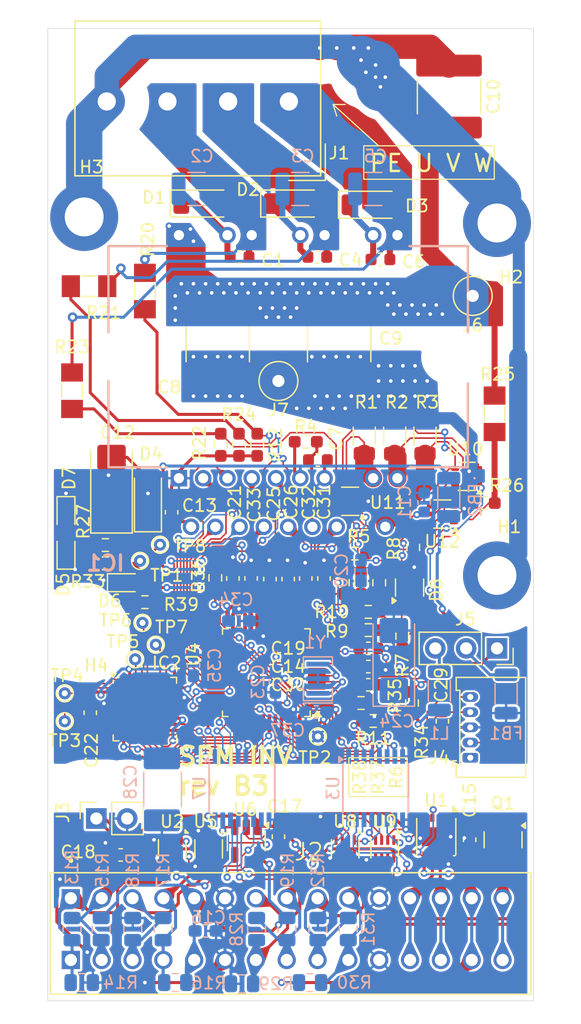
<source format=kicad_pcb>
(kicad_pcb (version 20240108) (generator "pcbnew") (generator_version "8.0")
  (title_block (title "SPM Inverter") (date "2024-09-05") (rev "B3") (company "EAX Labs"))
  (layers (0 "F.Cu" signal) (31 "B.Cu" signal) (34 "B.Paste" user) (35 "F.Paste" user) (36 "B.SilkS" user "B.Silkscreen") (37 "F.SilkS" user "F.Silkscreen") (38 "B.Mask" user) (39 "F.Mask" user) (44 "Edge.Cuts" user))
  (net 0 "")
  (net 1 "-VDC")
  (net 2 "Earth")
  (net 3 "/inv/NW")
  (net 4 "/inv/NV")
  (net 5 "/inv/NU")
  (net 6 "Net-(U4-VREF+)")
  (net 7 "/T1CH3")
  (net 8 "/T1CH1")
  (net 9 "/T1CH1N")
  (net 10 "/T1CH2N")
  (net 11 "/T1CH2")
  (net 12 "/T1CH3N")
  (net 13 "/inv/H_BU")
  (net 14 "/inv/H_BV")
  (net 15 "/inv/H_BW")
  (net 16 "+VDC")
  (net 17 "+15V")
  (net 18 "+3.3V")
  (net 19 "/NTC")
  (net 20 "Net-(U4-PF0)")
  (net 21 "/VFO")
  (net 22 "/VS_P")
  (net 23 "Net-(U4-PF1)")
  (net 24 "/VS_W")
  (net 25 "/VS_V")
  (net 26 "/SWCLK")
  (net 27 "/TX")
  (net 28 "/SWDIO")
  (net 29 "/VS_U")
  (net 30 "Net-(D7-A)")
  (net 31 "/inv/H_W")
  (net 32 "/inv/H_U")
  (net 33 "/inv/H_V")
  (net 34 "Net-(IC1-CFOD)")
  (net 35 "GND")
  (net 36 "+5F")
  (net 37 "/selv_io/B1")
  (net 38 "/selv_io/A1")
  (net 39 "/selv_io/A2")
  (net 40 "/selv_io/B2")
  (net 41 "/selv_io/A3")
  (net 42 "/selv_io/B3")
  (net 43 "/selv_io/A4")
  (net 44 "/selv_io/B4")
  (net 45 "+5P")
  (net 46 "/selv_io/CANH")
  (net 47 "/selv_io/CANL")
  (net 48 "/selv_io/RXD")
  (net 49 "/selv_io/TXD")
  (net 50 "/selv_io/RO4")
  (net 51 "/selv_io/DI3")
  (net 52 "/selv_io/DE3")
  (net 53 "/selv_io/DI4")
  (net 54 "/selv_io/DE4")
  (net 55 "/selv_io/RO3")
  (net 56 "/selv_io/RO2")
  (net 57 "/selv_io/RO1")
  (net 58 "/selv_io/EN5")
  (net 59 "/selv_io/FANN")
  (net 60 "/selv_io/FAN")
  (net 61 "/ISENS1")
  (net 62 "/ISENS2")
  (net 63 "/ISENS3")
  (net 64 "Net-(U4-PB12)")
  (net 65 "/S_DI3")
  (net 66 "/S_TXD")
  (net 67 "/S_DE4")
  (net 68 "/S_RXD")
  (net 69 "/S_FAN")
  (net 70 "/S_DE3")
  (net 71 "/S_RO3")
  (net 72 "/S_DI4")
  (net 73 "/S_RO2")
  (net 74 "/S_EN5")
  (net 75 "/S_RO4")
  (net 76 "/S_RO1")
  (net 77 "Net-(J5-Pin_3)")
  (net 78 "Net-(D5-A)")
  (net 79 "Net-(U4-PB13)")
  (net 80 "/selv_io/FLT")
  (net 81 "Net-(J5-Pin_2)")
  (net 82 "Net-(J5-Pin_1)")
  (net 89 "/SPI_MOSI")
  (net 90 "/SPI_MISO")
  (net 91 "/SPI_CLK")
  (net 92 "/SPI_NS")
  (net 93 "/PROG")
  (net 94 "/CLK")
  (net 96 "Net-(IC2-PT6D)")
  (net 97 "Net-(IC2-PT6C)")
  (net 98 "Net-(IC2-PT7A)")
  (net 99 "Net-(IC2-PT7B)")
  (net 100 "Net-(IC2-PT9A)")
  (net 101 "/inv/AW")
  (net 102 "/inv/AU")
  (net 103 "/inv/AV")
  (net 104 "/inv/ITRIP")
  (net 105 "REF")
  (net 106 "Net-(D6-A)")
  (net 107 "Net-(IC2-PT8C)")
  (net 109 "Net-(D8C-A)")
  (net 110 "Net-(D8A-A)")
  (net 111 "Net-(D8B-A)")
  (footprint "Resistor_SMD:R_0603_1608Metric_Pad0.98x0.95mm_HandSolder" (layer "F.Cu") (at 73.8 89.2 -90)
    (property "Reference" "R36")
    (property "Value" "10k")
  )
  (footprint "Capacitor_SMD:C_0603_1608Metric_Pad1.08x0.95mm_HandSolder" (layer "F.Cu") (at 63.5 100.3 90)
    (property "Reference" "C22")
    (property "Value" "1uF")
  )
  (footprint "Package_TO_SOT_SMD:SOT-363_SC-70-6" (layer "F.Cu") (at 89.8 90 90)
    (property "Reference" "D8")
    (property "Value" "BAT754L")
  )
  (footprint "Resistor_SMD:R_1206_3216Metric" (layer "F.Cu") (at 86.07 77.53 90)
    (property "Reference" "R1")
    (property "Value" "3mR")
  )
  (footprint "Resistor_SMD:R_0603_1608Metric_Pad0.98x0.95mm_HandSolder" (layer "F.Cu") (at 86.805902 100.974501 180)
    (property "Reference" "R11")
    (property "Value" "10k")
  )
  (footprint "Package_TO_SOT_SMD:SOT-23-5" (layer "F.Cu") (at 76.35 110.85 -90)
    (property "Reference" "U6")
    (property "Value" "MIC2091-1YM5")
  )
  (footprint "Capacitor_SMD:C_0603_1608Metric" (layer "F.Cu") (at 76.75 89.25 90)
    (property "Reference" "C33")
    (property "Value" "100nF")
  )
  (footprint "Resistor_SMD:R_0603_1608Metric_Pad0.98x0.95mm_HandSolder" (layer "F.Cu") (at 90.1 86.7 -90)
    (property "Reference" "R8")
    (property "Value" "2k")
  )
  (footprint "Resistor_SMD:R_MiniMELF_MMA-0204" (layer "F.Cu") (at 68 65.6 -90)
    (property "Reference" "R20")
    (property "Value" "680k")
  )
  (footprint "Resistor_SMD:R_1206_3216Metric" (layer "F.Cu") (at 88.57 77.53 90)
    (property "Reference" "R3")
    (property "Value" "3mR")
  )
  (footprint "Package_TO_SOT_SMD:SOT-363_SC-70-6" (layer "F.Cu") (at 84.9 82.9 180)
    (property "Reference" "U11")
    (property "Value" "INA181")
  )
  (footprint "Resistor_SMD:R_0603_1608Metric_Pad0.98x0.95mm_HandSolder" (layer "F.Cu") (at 64.75 86.5)
    (property "Reference" "R27")
    (property "Value" "1k")
  )
  (footprint "Capacitor_Tantalum_SMD:CP_EIA-6032-28_Kemet-C" (layer "F.Cu") (at 65.25 81.75 90)
    (property "Reference" "C12")
    (property "Value" "33uF/25V")
  )
  (footprint "Resistor_SMD:R_0603_1608Metric_Pad0.98x0.95mm_HandSolder" (layer "F.Cu") (at 85.8 89.6 90)
    (property "Reference" "R37")
    (property "Value" "1k")
  )
  (footprint "Capacitor_SMD:C_0603_1608Metric" (layer "F.Cu") (at 70.2 83.8 90)
    (property "Reference" "C13")
    (property "Value" "100nF")
  )
  (footprint "TestPoint:TestPoint_THTPad_D1.0mm_Drill0.5mm" (layer "F.Cu") (at 67.2 95.9)
    (property "Reference" "TP5")
    (property "Value" "TestPoint")
  )
  (footprint "MountingHole:MountingHole_3.2mm_M3_DIN965" (layer "F.Cu") (at 63 94)
    (property "Reference" "H4")
    (property "Value" "MountingHole")
  )
  (footprint "TestPoint:TestPoint_THTPad_D1.0mm_Drill0.5mm" (layer "F.Cu") (at 82.25 102.25)
    (property "Reference" "TP2")
    (property "Value" "TestPoint")
  )
  (footprint "Resistor_SMD:R_0603_1608Metric_Pad0.98x0.95mm_HandSolder" (layer "F.Cu") (at 95.9 83.05 180)
    (property "Reference" "R26")
    (property "Value" "3.3k")
  )
  (footprint "Resistor_SMD:R_0603_1608Metric_Pad0.98x0.95mm_HandSolder" (layer "F.Cu") (at 81.25 78 180)
    (property "Reference" "R4")
    (property "Value" "180k")
  )
  (footprint "EAX:CUI_TBL009V-254-15BE-2BE" (layer "F.Cu") (at 61.9 115.5625)
    (property "Reference" "J2")
    (property "Value" "Conn_01x15")
  )
  (footprint "Connector_Pin:Pin_D1.3mm_L11.0mm" (layer "F.Cu") (at 95 66)
    (property "Reference" "J6")
    (property "Value" "H2176")
  )
  (footprint "Resistor_SMD:R_0603_1608Metric_Pad0.98x0.95mm_HandSolder" (layer "F.Cu") (at 64.75 88)
    (property "Reference" "R33")
    (property "Value" "1k")
  )
  (footprint "Package_SON:Texas_VSON-HR-8_1.5x2mm_P0.5mm" (layer "F.Cu") (at 70.25 111.5 -90)
    (property "Reference" "U2")
    (property "Value" "THVD1420DRL")
  )
  (footprint "Resistor_SMD:R_0603_1608Metric_Pad0.98x0.95mm_HandSolder" (layer "F.Cu") (at 86.4 93.5)
    (property "Reference" "R9")
    (property "Value" "10k")
  )
  (footprint "TestPoint:TestPoint_THTPad_D1.0mm_Drill0.5mm" (layer "F.Cu") (at 68.9 94.7)
    (property "Reference" "TP7")
    (property "Value" "TestPoint")
  )
  (footprint "Capacitor_SMD:C_0603_1608Metric_Pad1.08x0.95mm_HandSolder" (layer "F.Cu") (at 79 110.5 90)
    (property "Reference" "C17")
    (property "Value" "1uF")
  )
  (footprint "Capacitor_SMD:C_0603_1608Metric" (layer "F.Cu") (at 86.4 98)
    (property "Reference" "C30")
    (property "Value" "100nF")
  )
  (footprint "Resistor_SMD:R_1206_3216Metric" (layer "F.Cu") (at 91.07 77.53 90)
    (property "Reference" "R2")
    (property "Value" "3mR")
  )
  (footprint "TerminalBlock_Altech:Altech_AK300_1x04_P5.00mm_45-Degree" (layer "F.Cu") (at 79.8575 50 180)
    (property "Reference" "J1")
    (property "Value" "Screw_Terminal_01x04")
  )
  (footprint "Resistor_SMD:R_MiniMELF_MMA-0204" (layer "F.Cu") (at 62 73.8 -90)
    (property "Reference" "R23")
    (property "Value" "680k")
  )
  (footprint "TestPoint:TestPoint_THTPad_D1.0mm_Drill0.5mm" (layer "F.Cu") (at 61.4 98.7)
    (property "Reference" "TP4")
    (property "Value" "TestPoint")
  )
  (footprint "Capacitor_SMD:C_0603_1608Metric" (layer "F.Cu") (at 81.25 89.25 90)
    (property "Reference" "C32")
    (property "Value" "100nF")
  )
  (footprint "Capacitor_SMD:C_0603_1608Metric_Pad1.08x0.95mm_HandSolder" (layer "F.Cu") (at 92.5 101 -90)
    (property "Reference" "C29")
    (property "Value" "100pF")
  )
  (footprint "Package_TO_SOT_SMD:SOT-363_SC-70-6" (layer "F.Cu") (at 92.5 83.95 180)
    (property "Reference" "U12")
    (property "Value" "INA181")
  )
  (footprint "Capacitor_SMD:C_0603_1608Metric" (layer "F.Cu") (at 79.8 89.3 90)
    (property "Reference" "C26")
    (property "Value" "10nF")
  )
  (footprint "Capacitor_SMD:C_0603_1608Metric_Pad1.08x0.95mm_HandSolder" (layer "F.Cu") (at 94.75 110.75 -90)
    (property "Reference" "C15")
    (property "Value" "1uF")
  )
  (footprint "Diode_SMD:D_MiniMELF" (layer "F.Cu") (at 72.75 58.4)
    (property "Reference" "D1")
    (property "Value" "20V")
  )
  (footprint "Capacitor_SMD:C_0603_1608Metric" (layer "F.Cu") (at 82.2 62.8)
    (property "Reference" "C4")
    (property "Value" "100nF")
  )
  (footprint "Capacitor_SMD:C_0603_1608Metric" (layer "F.Cu") (at 82.75 89.25 90)
    (property "Reference" "C31")
    (property "Value" "100nF")
  )
  (footprint "LED_SMD:LED_0603_1608Metric" (layer "F.Cu") (at 61.5 84 -90)
    (property "Reference" "D7")
    (property "Value" "GREEN")
  )
  (footprint "Resistor_SMD:R_0603_1608Metric_Pad0.98x0.95mm_HandSolder" (layer "F.Cu") (at 85.3 87.2 180)
    (property "Reference" "R5")
    (property "Value" "10k")
  )
  (footprint "Resistor_SMD:R_0603_1608Metric_Pad0.98x0.95mm_HandSolder" (layer "F.Cu") (at 89.2 94 -90)
    (property "Reference" "R7")
    (property "Value" "10k")
  )
  (footprint "Resistor_SMD:R_0603_1608Metric_Pad0.98x0.95mm_HandSolder" (layer "F.Cu") (at 74.25 78.25 -90)
    (property "Reference" "R24")
    (property "Value" "3.3k")
  )
  (footprint "Capacitor_SMD:C_2220_5750Metric_Pad1.97x5.40mm_HandSolder" (layer "F.Cu") (at 74 70 -90)
    (property "Reference" "C8")
    (property "Value" "0.22uF/400V")
  )
  (footprint "Package_SON:Texas_VSON-HR-8_1.5x2mm_P0.5mm" (layer "F.Cu") (at 87.75 111.5 -90)
    (property "Reference" "U9")
    (property "Value" "THVD1420DRL")
  )
  (footprint "Capacitor_SMD:C_0603_1608Metric_Pad1.08x0.95mm_HandSolder" (layer "F.Cu") (at 75.25 89.25 -90)
    (property "Reference" "C21")
    (property "Value" "1uF")
  )
  (footprint "Connector_PinSocket_2.54mm:PinSocket_1x03_P2.54mm_Vertical" (layer "F.Cu") (at 97 95 -90)
    (property "Reference" "J5")
    (property "Value" "CES-103")
  )
  (footprint "MountingHole:MountingHole_3.2mm_M3_DIN965_Pad_TopBottom" (layer "F.Cu") (at 97 60)
    (property "Reference" "H2")
    (property "Value" "MountingHole_Pad")
  )
  (footprint "Package_DFN_QFN:DFN-8-1EP_3x3mm_P0.65mm_EP1.55x2.4mm" (layer "F.Cu") (at 92 110.5 -90)
    (property "Reference" "U1")
    (property "Value" "NCV7342MW3R2G")
  )
  (footprint "Connector_Molex:Molex_PicoBlade_53048-0510_1x05_P1.25mm_Horizontal" (layer "F.Cu") (at 94.8 104 90)
    (property "Reference" "J4")
    (property "Value" "DBG")
  )
  (footprint "Capacitor_SMD:C_0603_1608Metric_Pad1.08x0.95mm_HandSolder" (layer "F.Cu") (at 66 112)
    (property "Reference" "C18")
    (property "Value" "1uF")
  )
  (footprint "Package_TO_SOT_SMD:SOT-363_SC-70-6" (layer "F.Cu") (at 94.5 80.85 180)
    (property "Reference" "U10")
    (property "Value" "INA181")
  )
  (footprint "MountingHole:MountingHole_3.2mm_M3_DIN965_Pad_TopBottom" (layer "F.Cu") (at 97 89)
    (property "Reference" "H1")
    (property "Value" "MountingHole_Pad")
  )
  (footprint "Resistor_SMD:R_0603_1608Metric_Pad0.98x0.95mm_HandSolder" (layer "F.Cu") (at 68 91.2)
    (property "Reference" "R39")
    (property "Value" "1k")
  )
  (footprint "Capacitor_SMD:C_0603_1608Metric" (layer "F.Cu") (at 78.3 89.3 90)
    (property "Reference" "C25")
    (property "Value" "10nF")
  )
  (footprint "Capacitor_SMD:C_0603_1608Metric" (layer "F.Cu") (at 87.4 63)
    (property "Reference" "C6")
    (property "Value" "100nF")
  )
  (footprint "Package_DFN_QFN:QFN-32-1EP_5x5mm_P0.5mm_EP3.3x3.3mm" (layer "F.Cu") (at 68 100)
    (property "Reference" "IC2")
    (property "Value" "LCMXO2-256HC-6SG32C")
  )
  (footprint "TestPoint:TestPoint_THTPad_D1.0mm_Drill0.5mm" (layer "F.Cu") (at 67.8 92.9)
    (property "Reference" "TP6")
    (property "Value" "TestPoint")
  )
  (footprint "Resistor_SMD:R_0603_1608Metric_Pad0.98x0.95mm_HandSolder" (layer "F.Cu") (at 85.8 99.5 180)
    (property "Reference" "R35")
    (property "Value" "10k")
  )
  (footprint "TestPoint:TestPoint_THTPad_D1.0mm_Drill0.5mm" (layer "F.Cu") (at 67.6 87.8)
    (property "Reference" "TP1")
    (property "Value" "TestPoint")
  )
  (footprint "LED_SMD:LED_0603_1608Metric" (layer "F.Cu") (at 61.5 87 90)
    (property "Reference" "D5")
    (property "Value" "RED")
  )
  (footprint "Connector_Pin:Pin_D1.3mm_L11.0mm" (layer "F.Cu") (at 79 73)
    (property "Reference" "J7")
    (property "Value" "H2176")
  )
  (footprint "Diode_SMD:D_MiniMELF" (layer "F.Cu") (at 86.6 58.5)
    (property "Reference" "D3")
    (property "Value" "20V")
  )
  (footprint "Diode_SMD:D_MiniMELF" (layer "F.Cu") (at 80.2 58.4)
    (property "Reference" "D2")
    (property "Value" "20V")
  )
  (footprint "MountingHole:MountingHole_3.2mm_M3_DIN965_Pad_TopBottom" (layer "F.Cu") (at 63 59.5)
    (property "Reference" "H3")
    (property "Value" "MountingHole_Pad")
  )
  (footprint "Resistor_SMD:R_0603_1608Metric_Pad0.98x0.95mm_HandSolder" (layer "F.Cu") (at 77.25 78.25 -90)
    (property "Reference" "R12")
    (property "Value" "3.3k")
  )
  (footprint "Capacitor_SMD:C_0603_1608Metric" (layer "F.Cu") (at 82.25 79.5 180)
    (property "Reference" "C7")
    (property "Value" "10nF")
  )
  (footprint "Package_TO_SOT_SMD:SOT-23" (layer "F.Cu") (at 97.5 110.75 -90)
    (property "Reference" "Q1")
    (property "Value" "IRLML0030")
  )
  (footprint "Resistor_SMD:R_0603_1608Metric_Pad0.98x0.95mm_HandSolder" (layer "F.Cu") (at 75.75 78.25 -90)
    (property "Reference" "R22")
    (property "Value" "3.3k")
  )
  (footprint "Package_SON:Texas_VSON-HR-8_1.5x2mm_P0.5mm" (layer "F.Cu") (at 84.5 111.5 -90)
    (property "Reference" "U8")
    (property "Value" "THVD1420DRL")
  )
  (footprint "Resistor_SMD:R_0603_1608Metric_Pad0.98x0.95mm_HandSolder" (layer "F.Cu") (at 90 99.5 -90)
    (property "Reference" "R34")
    (property "Value" "10k")
  )
  (footprint "Resistor_SMD:R_0603_1608Metric_Pad0.98x0.95mm_HandSolder" (layer "F.Cu") (at 84.3 89.6 90)
    (property "Reference" "R38")
    (property "Value" "1k")
  )
  (footprint "Diode_SMD:D_MiniMELF" (layer "F.Cu") (at 68.25 82.75 90)
    (property "Reference" "D4")
    (property "Value" "20V")
  )
  (footprint "Capacitor_SMD:C_2220_5750Metric" (layer "F.Cu") (at 93.05 49.6 -90)
    (property "Reference" "C10")
    (property "Value" "4.7nF/Y2")
  )
  (footprint "TestPoint:TestPoint_THTPad_D1.0mm_Drill0.5mm" (layer "F.Cu") (at 61.4 101)
    (property "Reference" "TP3")
    (property "Value" "TestPoint")
  )
  (footprint "TestPoint:TestPoint_THTPad_D1.0mm_Drill0.5mm" (layer "F.Cu") (at 69.245673 86.470921)
    (property "Reference" "TP8")
    (property "Value" "TestPoint")
  )
  (footprint "Resistor_SMD:R_0603_1608Metric_Pad0.98x0.95mm_HandSolder" (layer "F.Cu") (at 86.4 92)
    (property "Reference" "R10")
    (property "Value" "1k")
  )
  (footprint "Package_SON:Texas_VSON-HR-8_1.5x2mm_P0.5mm" (layer "F.Cu") (at 73.25 111.5 -90)
    (property "Reference" "U5")
    (property "Value" "THVD1420DRL")
  )
  (footprint "Connector_PinSocket_2.54mm:PinSocket_1x02_P2.54mm_Vertical" (layer "F.Cu") (at 64 109 90)
    (property "Reference" "J3")
    (property "Value" "CES-102")
  )
  (footprint "Capacitor_SMD:C_0603_1608Metric" (layer "F.Cu") (at 75.8 62.8)
    (property "Reference" "C1")
    (property "Value" "100nF")
  )
  (footprint "Resistor_SMD:R_MiniMELF_MMA-0204" (layer "F.Cu") (at 96.8 75.7 -90)
    (property "Reference" "R25")
    (property "Value" "680k")
  )
  (footprint "Resistor_SMD:R_0603_1608Metric_Pad0.98x0.95mm_HandSolder" (layer "F.Cu") (at 87.3 89.6 90)
    (property "Reference" "R6")
    (property "Value" "10k")
  )
  (footprint "Capacitor_SMD:C_0603_1608Metric" (layer "F.Cu") (at 86.4 96.5)
    (property "Reference" "C14")
    (property "Value" "10nF")
  )
  (footprint "Resistor_SMD:R_MiniMELF_MMA-0204" (layer "F.Cu") (at 63.4 65.2 180)
    (property "Reference" "R21")
    (property "Value" "680k")
  )
  (footprint "Capacitor_SMD:C_2220_5750Metric_Pad1.97x5.40mm_HandSolder" (layer "F.Cu") (at 84 70 -90)
    (property "Reference" "C9")
    (property "Value" "0.22uF/400V")
  )
  (footprint "LED_SMD:LED_0603_1608Metric" (layer "F.Cu") (at 66.4 89.6)
    (property "Reference" "D6")
    (property "Value" "YELLOW")
  )
  (footprint "Package_QFP:LQFP-48_7x7mm_P0.5mm" (layer "F.Cu") (at 78 97 180)
    (property "Reference" "U4")
    (property "Value" "STM32G491CETx")
  )
  (footprint "Capacitor_SMD:C_0603_1608Metric" (layer "F.Cu") (at 86.4 95)
    (property "Reference" "C19")
    (property "Value" "100nF")
  )
  (footprint "Capacitor_SMD:C_1210_3225Metric" (layer "B.Cu") (at 86.8 57.2)
    (property "Reference" "C5")
    (property "Value" "10uF/35V")
  )
  (footprint "Package_SO:SSOP-16_3.9x4.9mm_P0.635mm" (layer "B.Cu") (at 76 106.5 -90)
    (property "Reference" "U7")
    (property "Value" "ISO7762DBQ")
  )
  (footprint "Inductor_SMD:L_1206_3216Metric" (layer "B.Cu") (at 93.027136 82.569122 90)
    (property "Reference" "FB2")
    (property "Value" "FerriteBead_Small")
  )
  (footprint "Capacitor_SMD:C_0603_1608Metric_Pad1.08x0.95mm_HandSolder" (layer "B.Cu") (at 73 118.25)
    (property "Reference" "C16")
    (property "Value" "1uF")
  )
  (footprint "Capacitor_SMD:C_1210_3225Metric" (layer "B.Cu") (at 72.25 57.2)
    (property "Reference" "C2")
    (property "Value" "10uF/35V")
  )
  (footprint "Capacitor_SMD:C_0603_1608Metric_Pad1.08x0.95mm_HandSolder" (layer "B.Cu") (at 72 96.4 -90)
    (property "Reference" "C35")
    (property "Value" "100nF")
  )
  (footprint "Resistor_SMD:R_0805_2012Metric" (layer "B.Cu") (at 64.4 118.1 -90)
    (property "Reference" "R15")
    (property "Value" "3.3k")
  )
  (footprint "EAX:NFAQ1560R43T" (layer "B.Cu") (at 88.8 81 180)
    (property "Reference" "IC1")
    (property "Value" "NFAQ1560R43T" (hide yes))
  )
  (footprint "Capacitor_SMD:C_0603_1608Metric_Pad1.08x0.95mm_HandSolder" (layer "B.Cu") (at 85.8 88.6 -90)
    (property "Reference" "C20")
    (property "Value" "1uF")
  )
  (footprint "Capacitor_SMD:C_2220_5750Metric" (layer "B.Cu") (at 69.4 106.6 -90)
    (property "Reference" "C28")
    (property "Value" "1nF/Y2")
  )
  (footprint "Package_SO:SSOP-16_3.9x4.9mm_P0.635mm" (layer "B.Cu") (at 87 106.5 -90)
    (property "Reference" "U3")
    (property "Value" "ISO7763DBQ")
  )
  (footprint "Resistor_SMD:R_0805_2012Metric" (layer "B.Cu") (at 79.7 118.1 -90)
    (property "Reference" "R19")
    (property "Value" "3.3k")
  )
  (footprint "Capacitor_SMD:C_0603_1608Metric" (layer "B.Cu") (at 91 83 90)
    (property "Reference" "C11")
    (property "Value" "100nF")
  )
  (footprint "Resistor_SMD:R_0805_2012Metric" (layer "B.Cu") (at 62.8 122.5)
    (property "Reference" "R14")
    (property "Value" "3.3k")
  )
  (footprint "Crystal:Resonator_SMD_Murata_CSTxExxV-3Pin_3.0x1.1mm" (layer "B.Cu") (at 82.25 97.5 90)
    (property "Reference" "Y1")
    (property "Value" "CSTNE8M00G550000R0")
  )
  (footprint "Inductor_SMD:L_1206_3216Metric" (layer "B.Cu") (at 97.75 98.75 -90)
    (property "Reference" "FB1")
    (property "Value" "FerriteBead_Small")
  )
  (footprint "Resistor_SMD:R_0805_2012Metric" (layer "B.Cu") (at 82.25 118.1 90)
    (property "Reference" "R32")
    (property "Value" "3.3k")
  )
  (footprint "Capacitor_SMD:C_0603_1608Metric_Pad1.08x0.95mm_HandSolder" (layer "B.Cu") (at 75.75 92.75 180)
    (property "Reference" "C34")
    (property "Value" "100nF")
  )
  (footprint "Resistor_SMD:R_0805_2012Metric" (layer "B.Cu") (at 84.75 118.1 90)
    (property "Reference" "R31")
    (property "Value" "220R")
  )
  (footprint "Resistor_SMD:R_0805_2012Metric" (layer "B.Cu") (at 67 118.1 90)
    (property "Reference" "R18")
    (property "Value" "3.3k")
  )
  (footprint "Capacitor_SMD:C_0603_1608Metric_Pad1.08x0.95mm_HandSolder" (layer "B.Cu") (at 78.75 97.75 -90)
    (property "Reference" "C23")
    (property "Value" "1uF")
  )
  (footprint "Resistor_SMD:R_0805_2012Metric" (layer "B.Cu") (at 62 118.1 -90)
    (property "Reference" "R13")
    (property "Value" "220R")
  )
  (footprint "Resistor_SMD:R_0805_2012Metric" (layer "B.Cu") (at 76 122.6 180)
    (property "Reference" "R29")
    (property "Value" "3.3k")
  )
  (footprint "Inductor_SMD:L_1206_3216Metric" (layer "B.Cu") (at 92.25 98.5 -90)
    (property "Reference" "L1")
    (property "Value" "L")
  )
  (footprint "Resistor_SMD:R_0805_2012Metric" (layer "B.Cu") (at 69.5 118.1 90)
    (property "Reference" "R17")
    (property "Value" "220R")
  )
  (footprint "Capacitor_Tantalum_SMD:CP_EIA-6032-28_Kemet-C" (layer "B.Cu") (at 88.5 96 90)
    (property "Reference" "C24")
    (property "Value" "100uF/10V")
  )
  (footprint "Capacitor_SMD:C_0603_1608Metric_Pad1.08x0.95mm_HandSolder" (layer "B.Cu") (at 82.107071 100.243189 180)
    (property "Reference" "C37")
    (property "Value" "100nF")
  )
  (footprint "Resistor_SMD:R_0805_2012Metric" (layer "B.Cu") (at 70.5 122.5 180)
    (property "Reference" "R16")
    (property "Value" "3.3k")
  )
  (footprint "Resistor_SMD:R_0805_2012Metric" (layer "B.Cu") (at 81.6 122.5)
    (property "Reference" "R30")
    (property "Value" "3.3k")
  )
  (footprint "Capacitor_SMD:C_1210_3225Metric" (layer "B.Cu") (at 80.8 57.2)
    (property "Reference" "C3")
    (property "Value" "10uF/35V")
  )
  (footprint "Resistor_SMD:R_0805_2012Metric" (layer "B.Cu") (at 77.2 118.1 -90)
    (property "Reference" "R28")
    (property "Value" "220R")
  )
  (gr_line (start 83.5 50.25) (end 83.5 50.25) (stroke (width 0.1)) (layer "F.SilkS"))
  (gr_line (start 87.2 53.6) (end 83.5 50.25) (stroke (width 0.1)) (layer "F.SilkS"))
  (gr_rect (start 86.025 53.65) (end 96.775 56.4) (stroke (width 0.1)) (fill none) (layer "F.SilkS"))
  (gr_rect (start 84.8 104) (end 89.6 107.2) (stroke (width 0.1)) (fill none) (layer "F.SilkS"))
  (gr_line (start 83.5 50.25) (end 83.8 51.2) (stroke (width 0.1)) (layer "F.SilkS"))
  (gr_line (start 83.5 50.25) (end 84.5 50.25) (stroke (width 0.1)) (layer "F.SilkS"))
  (gr_line (start 100 124) (end 60 124) (stroke (width 0.05)) (layer "Edge.Cuts"))
  (gr_line (start 60 44) (end 100 44) (stroke (width 0.05)) (layer "Edge.Cuts"))
  (gr_line (start 100 44) (end 100 124) (stroke (width 0.05)) (layer "Edge.Cuts"))
  (gr_line (start 60 124) (end 60 44) (stroke (width 0.05)) (layer "Edge.Cuts"))
  (gr_text "PE U V W" (at 86.4 55.9 0) (layer "F.SilkS") (effects (font (size 1.4 1.4) (thickness 0.2) (bold yes)) (justify left bottom)))
  (gr_text "SPM INV\nrev ${REVISION}" (at 70.6 107.2 0) (layer "F.SilkS") (effects (font (size 1.5 1.5) (thickness 0.3) (bold yes)) (justify left bottom)))
  (segment (start 93.1 80.2) (end 93.55 80.2) (width 0.13) (layer "F.Cu") (net 1))
  (segment (start 92.139999 81.160001) (end 93.1 80.2) (width 0.13) (layer "F.Cu") (net 1))
  (segment (start 95.132541 80.85) (end 94.709994 80.427453) (width 0.13) (layer "F.Cu") (net 1))
  (segment (start 67.25 99.25) (end 68 100) (width 0.13) (layer "F.Cu") (net 1))
  (segment (start 70.2 83.025) (end 70.2 82.95) (width 0.25) (layer "F.Cu") (net 1))
  (segment (start 68.25 81) (end 68.25 82.25) (width 0.25) (layer "F.Cu") (net 1))
  (segment (start 90.1 88.234982) (end 90.184762 88.319744) (width 0.13) (layer "F.Cu") (net 1))
  (segment (start 82.8 81) (end 82.8 79.975) (width 0.25) (layer "F.Cu") (net 1))
  (segment (start 65.25 79.2875) (end 66.5375 79.2875) (width 0.25) (layer "F.Cu") (net 1))
  (segment (start 75.25 88.3875) (end 75.25 87.5) (width 0.25) (layer "F.Cu") (net 1))
  (segment (start 90.5 77.3) (end 90 76.8) (width 0.13) (layer "F.Cu") (net 1))
  (segment (start 83.95 82.25) (end 84.3 81.9) (width 0.13) (layer "F.Cu") (net 1))
  (segment (start 90.8 77.3) (end 90.5 77.3) (width 0.13) (layer "F.Cu") (net 1))
  (segment (start 70.8 80.45) (end 70.8 81) (width 0.25) (layer "F.Cu") (net 1))
  (segment (start 70.4375 99.250001) (end 71.049963 99.250001) (width 0.13) (layer "F.Cu") (net 1))
  (segment (start 87.175 95) (end 87.9 95) (width 0.13) (layer "F.Cu") (net 1))
  (segment (start 66.5375 79.2875) (end 68.25 81) (width 0.25) (layer "F.Cu") (net 1))
  (segment (start 90.1 87.6125) (end 90.1 88.234982) (width 0.13) (layer "F.Cu") (net 1))
  (segment (start 64.903467 99.25) (end 65.5625 99.25) (width 0.13) (layer "F.Cu") (net 1))
  (segment (start 65.25 79.2875) (end 65.25 80.5) (width 0.25) (layer "F.Cu") (net 1))
  (segment (start 77.25 79.1625) (end 72.0875 79.1625) (width 0.25) (layer "F.Cu") (net 1))
  (segment (start 91.55 83.3) (end 92.1 82.75) (width 0.13) (layer "F.Cu") (net 1))
  (segment (start 86.7125 98.4625) (end 87.175 98) (width 0.2) (layer "F.Cu") (net 1))
  (segment (start 70.4375 99.250001) (end 68.749999 99.250001) (width 0.13) (layer "F.Cu") (net 1))
  (segment (start 65.5625 99.25) (end 67.25 99.25) (width 0.13) (layer "F.Cu") (net 1))
  (segment (start 93.85 83.95) (end 93.45 83.95) (width 0.13) (layer "F.Cu") (net 1))
  (segment (start 87.175 98) (end 87.175 98.125) (width 0.13) (layer "F.Cu") (net 1))
  (segment (start 86.7125 98.5875) (end 86.7125 98.4625) (width 0.2) (layer "F.Cu") (net 1))
  (segment (start 92.8625 101.5) (end 92.5 101.8625) (width 0.25) (layer "F.Cu") (net 1))
  (segment (start 76.75 88.475) (end 76.75 87.75) (width 0.25) (layer "F.Cu") (net 1))
  (segment (start 68.749999 99.250001) (end 68 100) (width 0.13) (layer "F.Cu") (net 1))
  (segment (start 75.75 92.8375) (end 75.75 91.75) (width 0.25) (layer "F.Cu") (net 1))
  (segment (start 86.7125 98.5875) (end 86.7125 99.5) (width 0.13) (layer "F.Cu") (net 1))
  (segment (start 94.5375 83.5) (end 94.9875 83.05) (width 0.13) (layer "F.Cu") (net 1))
  (segment (start 85.85 82.9) (end 86.4 82.9) (width 0.13) (layer "F.Cu") (net 1))
  (segment (start 82.75 88.475) (end 82.75 87.75) (width 0.25) (layer "F.Cu") (net 1))
  (segment (start 92.1 82.75) (end 92.1 82.1) (width 0.13) (layer "F.Cu") (net 1))
  (segment (start 92.7 77.205) (end 92.605 77.3) (width 0.13) (layer "F.Cu") (net 1))
  (segment (start 93.029822 78.497518) (end 92.697482 78.497518) (width 0.13) (layer "F.Cu") (net 1))
  (segment (start 81.2 87.955) (end 81.25 88.005) (width 0.25) (layer "F.Cu") (net 1))
  (segment (start 87.175 98.125) (end 86.7125 98.5875) (width 0.13) (layer "F.Cu") (net 1))
  (segment (start 87.5125 101) (end 87.3 101) (width 0.2) (layer "F.Cu") (net 1))
  (segment (start 84.3 77.8375) (end 86.07 76.0675) (width 0.13) (layer "F.Cu") (net 1))
  (segment (start 61.5 87.7875) (end 61.5375 87.7875) (width 0.25) (layer "F.Cu") (net 1))
  (segment (start 94.8 101.5) (end 92.8625 101.5) (width 0.25) (layer "F.Cu") (net 1))
  (segment (start 87.450018 96.775018) (end 87.175 96.5) (width 0.2) (layer "F.Cu") (net 1))
  (segment (start 92.605 77.3) (end 90.8 77.3) (width 0.13) (layer "F.Cu") (net 1))
  (segment (start 61.5 83.2125) (end 61.5 82.25) (width 0.25) (layer "F.Cu") (net 1))
  (segment (start 84.3 81.9) (end 84.3 77.8375) (width 0.13) (layer "F.Cu") (net 1))
  (segment (start 92.139999 82.060001) (end 92.139999 81.160001) (width 0.13) (layer "F.Cu") (net 1))
  (segment (start 73.8375 99.25) (end 72.5 99.25) (width 0.25) (layer "F.Cu") (net 1))
  (segment (start 95.45 80.85) (end 95.132541 80.85) (width 0.13) (layer "F.Cu") (net 1))
  (segment (start 70.2 83.025) (end 70.2 81.6) (width 0.25) (layer "F.Cu") (net 1))
  (segment (start 72.0875 79.1625) (end 70.8 80.45) (width 0.25) (layer "F.Cu") (net 1))
  (segment (start 93.55 80.2) (end 93.55 79.05) (width 0.13) (layer "F.Cu") (net 1))
  (segment (start 65.6125 89.6) (end 64.8 89.6) (width 0.13) (layer "F.Cu") (net 1))
  (segment (start 64.622557 99.53091) (end 64.903467 99.25) (width 0.13) (layer "F.Cu") (net 1))
  (segment (start 65.25 80.5) (end 65 80.75) (width 0.25) (layer "F.Cu") (net 1))
  (segment (start 92.1 82.1) (end 92.139999 82.060001) (width 0.13) (layer "F.Cu") (net 1))
  (segment (start 82.8 79.975) (end 83.275 79.5) (width 0.25) (layer "F.Cu") (net 1))
  (segment (start 79.75 88.475) (end 79.75 87.75) (width 0.25) (layer "F.Cu") (net 1))
  (segment (start 94.3 83.5) (end 93.85 83.95) (width 0.13) (layer "F.Cu") (net 1))
  (segment (start 77.75 92.8375) (end 77.75 94) (width 0.25) (layer "F.Cu") (net 1))
  (segment (start 61.5375 87.7875) (end 62.25 88.5) (width 0.25) (layer "F.Cu") (net 1))
  (segment (start 94.3 83.5) (end 94.5375 83.5) (width 0.13) (layer "F.Cu") (net 1))
  (segment (start 64.622557 99.53091) (end 64.529147 99.4375) (width 0.25) (layer "F.Cu") (net 1))
  (segment (start 93.566152 79.033848) (end 93.029822 78.497518) (width 0.13) (layer "F.Cu") (net 1))
  (segment (start 87.824982 96.775018) (end 87.450018 96.775018) (width 0.2) (layer "F.Cu") (net 1))
  (segment (start 80.25 101.1625) (end 80.25 100.026648) (width 0.25) (layer "F.Cu") (net 1))
  (segment (start 93.55 79.05) (end 93.566152 79.033848) (width 0.13) (layer "F.Cu") (net 1))
  (segment (start 64.529147 99.4375) (end 63.5 99.4375) (width 0.25) (layer "F.Cu") (net 1))
  (segment (start 78.25 88.475) (end 78.25 87.75) (width 0.25) (layer "F.Cu") (net 1))
  (segment (start 81.25 88.005) (end 81.25 88.475) (width 0.25) (layer "F.Cu") (net 1))
  (segment (start 80.25 100.026648) (end 80.236676 100.013324) (width 0.25) (layer "F.Cu") (net 1))
  (segment (start 64.8 89.6) (end 64.6 89.4) (width 0.13) (layer "F.Cu") (net 1))
  (segment (start 70.2 81.6) (end 70.8 81) (width 0.25) (layer "F.Cu") (net 1))
  (segment (start 87.3 101) (end 86.9 100.6) (width 0.2) (layer "F.Cu") (net 1))
  (segment (start 71.049963 99.250001) (end 71.249982 99.049982) (width 0.13) (layer "F.Cu") (net 1))
  (via (at 85.75 71) (size 0.6) (drill 0.3) (layers "F.Cu" "B.Cu") (net 1))
  (via (at 82.75 71) (size 0.6) (drill 0.3) (layers "F.Cu" "B.Cu") (net 1))
  (via (at 90.25 74.25) (size 0.6) (drill 0.3) (layers "F.Cu" "B.Cu") (net 1))
  (via (at 75 74.25) (size 0.6) (drill 0.3) (layers "F.Cu" "B.Cu") (net 1))
  (via (at 87.25 71.75) (size 0.6) (drill 0.3) (layers "F.Cu" "B.Cu") (net 1))
  (via (at 61.5 82.25) (size 0.6) (drill 0.3) (layers "F.Cu" "B.Cu") (net 1))
  (via (at 73 71) (size 0.6) (drill 0.3) (layers "F.Cu" "B.Cu") (net 1))
  (via (at 86.4 82.9) (size 0.6) (drill 0.3) (layers "F.Cu" "B.Cu") (net 1))
  (via (at 92.7 77.205) (size 0.6) (drill 0.3) (layers "F.Cu" "B.Cu") (net 1))
  (via (at 94.3 83.5) (size 0.6) (drill 0.3) (layers "F.Cu" "B.Cu") (net 1))
  (via (at 89.25 73) (size 0.6) (drill 0.3) (layers "F.Cu" "B.Cu") (net 1))
  (via (at 79.75 87.75) (size 0.6) (drill 0.3) (layers "F.Cu" "B.Cu") (net 1))
  (via (at 64.622557 99.53091) (size 0.6) (drill 0.3) (layers "F.Cu" "B.Cu") (net 1))
  (via (at 72 71) (size 0.6) (drill 0.3) (layers "F.Cu" "B.Cu") (net 1))
  (via (at 91.25 73) (size 0.6) (drill 0.3) (layers "F.Cu" "B.Cu") (net 1))
  (via (at 87.9 95) (size 0.6) (drill 0.3) (layers "F.Cu" "B.Cu") (net 1))
  (via (at 62.25 88.5) (size 0.6) (drill 0.3) (layers "F.Cu" "B.Cu") (net 1))
  (via (at 83.5 75.25) (size 0.6) (drill 0.3) (layers "F.Cu" "B.Cu") (net 1))
  (via (at 87.25 74.25) (size 0.6) (drill 0.3) (layers "F.Cu" "B.Cu") (net 1))
  (via (at 87.25 73) (size 0.6) (drill 0.3) (layers "F.Cu" "B.Cu") (net 1))
  (via (at 88.25 74.25) (size 0.6) (drill 0.3) (layers "F.Cu" "B.Cu") (net 1))
  (via (at 87.824982 96.775018) (size 0.6) (drill 0.3) (layers "F.Cu" "B.Cu") (net 1))
  (via (at 88.25 73) (size 0.6) (drill 0.3) (layers "F.Cu" "B.Cu") (net 1))
  (via (at 90.25 73) (size 0.6) (drill 0.3) (layers "F.Cu" "B.Cu") (net 1))
  (via (at 90.184762 88.319744) (size 0.6) (drill 0.3) (layers "F.Cu" "B.Cu") (net 1))
  (via (at 81.5 75.25) (size 0.6) (drill 0.3) (layers "F.Cu" "B.Cu") (net 1))
  (via (at 76 71) (size 0.6) (drill 0.3) (layers "F.Cu" "B.Cu") (net 1))
  (via (at 91.25 74.25) (size 0.6) (drill 0.3) (layers "F.Cu" "B.Cu") (net 1))
  (via (at 75.25 87.5) (size 0.6) (drill 0.3) (layers "F.Cu" "B.Cu") (net 1))
  (via (at 94.709994 80.427453) (size 0.6) (drill 0.3) (layers "F.Cu" "B.Cu") (net 1))
  (via (at 76.75 87.75) (size 0.6) (drill 0.3) (layers "F.Cu" "B.Cu") (net 1))
  (via (at 65 80.75) (size 0.6) (drill 0.3) (layers "F.Cu" "B.Cu") (net 1))
  (via (at 78.25 87.75) (size 0.6) (drill 0.3) (layers "F.Cu" "B.Cu") (net 1))
  (via (at 86.9 100.6) (size 0.6) (drill 0.3) (layers "F.Cu" "B.Cu") (net 1))
  (via (at 85 74.25) (size 0.6) (drill 0.3) (layers "F.Cu" "B.Cu") (net 1))
  (via (at 64.6 89.4) (size 0.6) (drill 0.3) (layers "F.Cu" "B.Cu") (net 1))
  (via (at 68.25 82.25) (size 0.6) (drill 0.3) (layers "F.Cu" "B.Cu") (net 1))
  (via (at 75 71) (size 0.6) (drill 0.3) (layers "F.Cu" "B.Cu") (net 1))
  (via (at 73 74.25) (size 0.6) (drill 0.3) (layers "F.Cu" "B.Cu") (net 1))
  (via (at 82 74.25) (size 0.6) (drill 0.3) (layers "F.Cu" "B.Cu") (net 1))
  (via (at 88.25 71.75) (size 0.6) (drill 0.3) (layers "F.Cu" "B.Cu") (net 1))
  (via (at 74 71) (size 0.6) (drill 0.3) (layers "F.Cu" "B.Cu") (net 1))
  (via (at 84.75 71) (size 0.6) (drill 0.3) (layers "F.Cu" "B.Cu") (net 1))
  (via (at 72.5 99.25) (size 0.6) (drill 0.3) (layers "F.Cu" "B.Cu") (net 1))
  (via (at 86 74.25) (size 0.6) (drill 0.3) (layers "F.Cu" "B.Cu") (net 1))
  (via (at 86.7125 98.5875) (size 0.6) (drill 0.3) (layers "F.Cu" "B.Cu") (net 1))
  (via (at 89.25 74.25) (size 0.6) (drill 0.3) (layers "F.Cu" "B.Cu") (net 1))
  (via (at 89.25 71.75) (size 0.6) (drill 0.3) (layers "F.Cu" "B.Cu") (net 1))
  (via (at 80.236676 100.013324) (size 0.6) (drill 0.3) (layers "F.Cu" "B.Cu") (net 1))
  (via (at 81.75 71) (size 0.6) (drill 0.3) (layers "F.Cu" "B.Cu") (net 1))
  (via (at 74 74.25) (size 0.6) (drill 0.3) (layers "F.Cu" "B.Cu") (net 1))
  (via (at 84.5 75.25) (size 0.6) (drill 0.3) (layers "F.Cu" "B.Cu") (net 1))
  (via (at 83.75 71) (size 0.6) (drill 0.3) (layers "F.Cu" "B.Cu") (net 1))
  (via (at 82.75 87.75) (size 0.6) (drill 0.3) (layers "F.Cu" "B.Cu") (net 1))
  (via (at 82.5 75.25) (size 0.6) (drill 0.3) (layers "F.Cu" "B.Cu") (net 1))
  (via (at 75.75 91.75) (size 0.6) (drill 0.3) (layers "F.Cu" "B.Cu") (net 1))
  (via (at 72 74.25) (size 0.6) (drill 0.3) (layers "F.Cu" "B.Cu") (net 1))
  (via (at 83 74.25) (size 0.6) (drill 0.3) (layers "F.Cu" "B.Cu") (net 1))
  (via (at 81.2 87.955) (size 0.6) (drill 0.3) (layers "F.Cu" "B.Cu") (net 1))
  (via (at 76 74.25) (size 0.6) (drill 0.3) (layers "F.Cu" "B.Cu") (net 1))
  (via (at 92.697482 78.497518) (size 0.6) (drill 0.3) (layers "F.Cu" "B.Cu") (net 1))
  (via (at 77.75 94) (size 0.6) (drill 0.3) (layers "F.Cu" "B.Cu") (net 1))
  (via (at 71.249982 99.049982) (size 0.6) (drill 0.3) (layers "F.Cu" "B.Cu") (net 1))
  (via (at 80.5 75.25) (size 0.6) (drill 0.3) (layers "F.Cu" "B.Cu") (net 1))
  (via (at 90.25 71.75) (size 0.6) (drill 0.3) (layers "F.Cu" "B.Cu") (net 1))
  (via (at 84 74.25) (size 0.6) (drill 0.3) (layers "F.Cu" "B.Cu") (net 1))
  (segment (start 94.709994 80.427453) (end 94.9 80.237447) (width 1) (layer "B.Cu") (net 1))
  (segment (start 92.697482 77.207518) (end 92.7 77.205) (width 0.13) (layer "B.Cu") (net 1))
  (segment (start 94.9 80.237447) (end 94.9 77.6) (width 1) (layer "B.Cu") (net 1))
  (segment (start 94.9 77.6) (end 93.3675 76.0675) (width 1) (layer "B.Cu") (net 1))
  (segment (start 93.3675 76.0675) (end 91.07 76.0675) (width 1) (layer "B.Cu") (net 1))
  (segment (start 92.697482 78.497518) (end 92.697482 77.207518) (width 0.13) (layer "B.Cu") (net 1))
  (segment (start 86.2 47) (end 86.2 47.6) (width 2) (layer "F.Cu") (net 2))
  (segment (start 83.7 45.5) (end 82.5 45.5) (width 2) (layer "F.Cu") (net 2))
  (segment (start 87.2 48) (end 87.2 48) (width 2) (layer "F.Cu") (net 2))
  (segment (start 64.8575 48.636038) (end 64.8575 50) (width 2) (layer "F.Cu") (net 2))
  (segment (start 82.4 45.6) (end 82.3 45.5) (width 2) (layer "F.Cu") (net 2))
  (segment (start 85.6 45.5) (end 85.6 46.4) (width 2) (layer "F.Cu") (net 2))
  (segment (start 82.5 45.5) (end 82.4 45.6) (width 2) (layer "F.Cu") (net 2))
  (segment (start 82.3 45.5) (end 67.993538 45.5) (width 2) (layer "F.Cu") (net 2))
  (segment (start 85.6 45.5) (end 85.3 45.5) (width 2) (layer "F.Cu") (net 2))
  (segment (start 86.4 45.6) (end 86.3 45.5) (width 2) (layer "F.Cu") (net 2))
  (segment (start 86.3 45.5) (end 85.6 45.5) (width 2) (layer "F.Cu") (net 2))
  (segment (start 87 47.8) (end 87 48) (width 2) (layer "F.Cu") (net 2))
  (segment (start 86.8 47.6) (end 87 47.8) (width 2) (layer "F.Cu") (net 2))
  (segment (start 91.5 45.5) (end 86.5 45.5) (width 2) (layer "F.Cu") (net 2))
  (segment (start 85.2 45.6) (end 85.1 45.5) (width 2) (layer "F.Cu") (net 2))
  (segment (start 87.8 48.6) (end 87.6 48.4) (width 2) (layer "F.Cu") (net 2))
  (segment (start 85.6 46.4) (end 85.8 46.6) (width 2) (layer "F.Cu") (net 2))
  (segment (start 86.2 47.6) (end 86.8 47.6) (width 2) (layer "F.Cu") (net 2))
  (segment (start 86.5 45.5) (end 86.4 45.6) (width 2) (layer "F.Cu") (net 2))
  (segment (start 87 48) (end 87.2 48) (width 2) (layer "F.Cu") (net 2))
  (segment (start 67.993538 45.5) (end 64.8575 48.636038) (width 2) (layer "F.Cu") (net 2))
  (segment (start 87.8 48) (end 87.8 48.6) (width 2) (layer "F.Cu") (net 2))
  (segment (start 85.8 46.6) (end 86.2 47) (width 2) (layer "F.Cu") (net 2))
  (segment (start 85.3 45.5) (end 85.2 45.6) (width 2) (layer "F.Cu") (net 2))
  (segment (start 83.8 45.6) (end 83.7 45.5) (width 2) (layer "F.Cu") (net 2))
  (segment (start 93.05 47.05) (end 91.5 45.5) (width 2) (layer "F.Cu") (net 2))
  (segment (start 83.9 45.5) (end 83.8 45.6) (width 2) (layer "F.Cu") (net 2))
  (segment (start 85.1 45.5) (end 83.9 45.5) (width 2) (layer "F.Cu") (net 2))
  (segment (start 87.2 48) (end 87.8 48) (width 2) (layer "F.Cu") (net 2))
  (via (at 86.2 47.6) (size 0.6) (drill 0.3) (layers "F.Cu" "B.Cu") (net 2))
  (via (at 87.4 48.8) (size 0.6) (drill 0.3) (layers "F.Cu" "B.Cu") (net 2))
  (via (at 86.4 45.6) (size 0.6) (drill 0.3) (layers "F.Cu" "B.Cu") (net 2))
  (via (at 82.4 45.6) (size 0.6) (drill 0.3) (layers "F.Cu" "B.Cu") (net 2))
  (via (at 83.8 45.6) (size 0.6) (drill 0.3) (layers "F.Cu" "B.Cu") (net 2))
  (via (at 87 48) (size 0.6) (drill 0.3) (layers "F.Cu" "B.Cu") (net 2))
  (via (at 85.8 46.6) (size 0.6) (drill 0.3) (layers "F.Cu" "B.Cu") (net 2))
  (via (at 87 47) (size 0.6) (drill 0.3) (layers "F.Cu" "B.Cu") (net 2))
  (via (at 85.2 45.6) (size 0.6) (drill 0.3) (layers "F.Cu" "B.Cu") (net 2))
  (via (at 87.8 48) (size 0.6) (drill 0.3) (layers "F.Cu" "B.Cu") (net 2))
  (segment (start 98.75 71) (end 98.8 70.95) (width 1) (layer "B.Cu") (net 2))
  (segment (start 64.8575 47.87868) (end 67.23618 45.5) (width 2) (layer "B.Cu") (net 2))
  (segment (start 84.7 45.5) (end 85.8 46.6) (width 2) (layer "B.Cu") (net 2))
  (segment (start 97 89) (end 98.75 87.25) (width 1.5) (layer "B.Cu") (net 2))
  (segment (start 87.4 48.2) (end 87.4 48.8) (width 4) (layer "B.Cu") (net 2))
  (segment (start 88 48.8) (end 97 57.8) (width 4) (layer "B.Cu") (net 2))
  (segment (start 98.75 87.25) (end 98.75 71) (width 1.5) (layer "B.Cu") (net 2))
  (segment (start 86.2 47) (end 87 47) (width 4) (layer "B.Cu") (net 2))
  (segment (start 87.4 48.8) (end 88 48.8) (width 4) (layer "B.Cu") (net 2))
  (segment (start 97 57.8) (end 97 60) (width 4) (layer "B.Cu") (net 2))
  (segment (start 63 59.5) (end 63 51.8575) (width 3) (layer "B.Cu") (net 2))
  (segment (start 63 51.8575) (end 64.8575 50) (width 3) (layer "B.Cu") (net 2))
  (segment (start 98.8 70.95) (end 98.8 61.8) (width 1) (layer "B.Cu") (net 2))
  (segment (start 87 47) (end 87 47.8) (width 4) (layer "B.Cu") (net 2))
  (segment (start 67.23618 45.5) (end 84.7 45.5) (width 2) (layer "B.Cu") (net 2))
  (segment (start 87 47.8) (end 87.4 48.2) (width 4) (layer "B.Cu") (net 2))
  (segment (start 98.8 61.8) (end 97 60) (width 1) (layer "B.Cu") (net 2))
  (segment (start 64.8575 50) (end 64.8575 47.87868) (width 2) (layer "B.Cu") (net 2))
  (segment (start 85.8 46.6) (end 86.2 47) (width 4) (layer "B.Cu") (net 2))
  (segment (start 89.8625 77.7) (end 88.57 78.9925) (width 0.13) (layer "F.Cu") (net 3))
  (segment (start 88.8 81) (end 88.8 79.2225) (width 1.5) (layer "F.Cu") (net 3))
  (segment (start 88.8 79.2225) (end 88.57 78.9925) (width 1.5) (layer "F.Cu") (net 3))
  (segment (start 95.45 80.2) (end 95.45 79.85) (width 0.13) (layer "F.Cu") (net 3))
  (segment (start 93.3 77.7) (end 89.8625 77.7) (width 0.13) (layer "F.Cu") (net 3))
  (segment (start 95.45 79.85) (end 93.3 77.7) (width 0.13) (layer "F.Cu") (net 3))
  (segment (start 91.07 81.43) (end 87.8 84.7) (width 1.5) (layer "F.Cu") (net 4))
  (segment (start 91.07 78.93) (end 92 78) (width 0.13) (layer "F.Cu") (net 4))
  (segment (start 94.2 79.3) (end 94.2 82.55) (width 0.13) (layer "F.Cu") (net 4))
  (segment (start 87.8 84.7) (end 87.8 84.885584) (width 1.5) (layer "F.Cu") (net 4))
  (segment (start 91.07 78.9925) (end 91.07 81.43) (width 1.5) (layer "F.Cu") (net 4))
  (segment (start 92.9 78) (end 94.2 79.3) (width 0.13) (layer "F.Cu") (net 4))
  (segment (start 94.2 82.55) (end 93.45 83.3) (width 0.13) (layer "F.Cu") (net 4))
  (segment (start 92 78) (end 92.9 78) (width 0.13) (layer "F.Cu") (net 4))
  (segment (start 91.07 78.9925) (end 91.07 78.93) (width 0.13) (layer "F.Cu") (net 4))
  (segment (start 85 77.6) (end 85.6 77.6) (width 0.13) (layer "F.Cu") (net 5))
  (segment (start 85.6 77.6) (end 86.07 78.07) (width 0.13) (layer "F.Cu") (net 5))
  (segment (start 86.07 78.9925) (end 86.07 80.27) (width 1.5) (layer "F.Cu") (net 5))
  (segment (start 86.07 80.27) (end 86.8 81) (width 1.5) (layer "F.Cu") (net 5))
  (segment (start 85.35 82.25) (end 84.6 81.5) (width 0.13) (layer "F.Cu") (net 5))
  (segment (start 86.07 78.07) (end 86.07 78.9925) (width 0.13) (layer "F.Cu") (net 5))
  (segment (start 85.85 82.25) (end 85.35 82.25) (width 0.13) (layer "F.Cu") (net 5))
  (segment (start 84.6 78) (end 85 77.6) (width 0.13) (layer "F.Cu") (net 5))
  (segment (start 84.6 81.5) (end 84.6 78) (width 0.13) (layer "F.Cu") (net 5))
  (segment (start 77.25 91.75) (end 77.25 92.8375) (width 0.13) (layer "F.Cu") (net 6))
  (segment (start 76.43 90.93) (end 77.25 91.75) (width 0.13) (layer "F.Cu") (net 6))
  (segment (start 76.062304 90.93) (end 76.43 90.93) (width 0.13) (layer "F.Cu") (net 6))
  (segment (start 75.25 90.1125) (end 75.25 90.117696) (width 0.13) (layer "F.Cu") (net 6))
  (segment (start 75.25 90.117696) (end 76.062304 90.93) (width 0.13) (layer "F.Cu") (net 6))
  (segment (start 73.8375 97.75) (end 73.15 97.75) (width 0.13) (layer "F.Cu") (net 7))
  (segment (start 73.8 80) (end 74.8 81) (width 0.13) (layer "F.Cu") (net 7))
  (segment (start 71.2 95.8) (end 71.2 87.232304) (width 0.13) (layer "F.Cu") (net 7))
  (segment (start 73.15 97.75) (end 71.2 95.8) (width 0.13) (layer "F.Cu") (net 7))
  (segment (start 71.9225 83.7225) (end 71.9225 80.636527) (width 0.13) (layer "F.Cu") (net 7))
  (segment (start 72.559027 80) (end 73.8 80) (width 0.13) (layer "F.Cu") (net 7))
  (segment (start 71.2 87.232304) (end 72.8 85.632304) (width 0.13) (layer "F.Cu") (net 7))
  (segment (start 72.8 84.6) (end 71.9225 83.7225) (width 0.13) (layer "F.Cu") (net 7))
  (segment (start 72.8 85.632304) (end 72.8 84.6) (width 0.13) (layer "F.Cu") (net 7))
  (segment (start 71.9225 80.636527) (end 72.559027 80) (width 0.13) (layer "F.Cu") (net 7))
  (segment (start 74.6775 85.5225) (end 74.6775 82.8775) (width 0.13) (layer "F.Cu") (net 8))
  (segment (start 71.73198 87.700324) (end 73.432304 86) (width 0.13) (layer "F.Cu") (net 8))
  (segment (start 73.100001 96.75) (end 71.73198 95.381979) (width 0.13) (layer "F.Cu") (net 8))
  (segment (start 74.2 86) (end 74.6775 85.5225) (width 0.13) (layer "F.Cu") (net 8))
  (segment (start 73.8375 96.75) (end 73.100001 96.75) (width 0.13) (layer "F.Cu") (net 8))
  (segment (start 73.432304 86) (end 74.2 86) (width 0.13) (layer "F.Cu") (net 8))
  (segment (start 74.6775 82.8775) (end 72.8 81) (width 0.13) (layer "F.Cu") (net 8))
  (segment (start 71.73198 95.381979) (end 71.73198 87.700324) (width 0.13) (layer "F.Cu") (net 8))
  (segment (start 70.94 96.089999) (end 73.100001 98.25) (width 0.13) (layer "F.Cu") (net 9))
  (segment (start 70.94 86.792268) (end 70.94 96.089999) (width 0.13) (layer "F.Cu") (net 9))
  (segment (start 73.100001 98.25) (end 73.8375 98.25) (width 0.13) (layer "F.Cu") (net 9))
  (segment (start 71.166134 86.566134) (end 70.94 86.792268) (width 0.13) (layer "F.Cu") (net 9))
  (via (at 71.166134 86.566134) (size 0.6) (drill 0.3) (layers "F.Cu" "B.Cu") (net 9))
  (segment (start 71.332268 86.4) (end 74.4 86.4) (width 0.13) (layer "B.Cu") (net 9))
  (segment (start 71.166134 86.566134) (end 71.332268 86.4) (width 0.13) (layer "B.Cu") (net 9))
  (segment (start 74.4 86.4) (end 75.8 85) (width 0.13) (layer "B.Cu") (net 9))
  (segment (start 70.666346 96.316345) (end 73.100001 98.75) (width 0.13) (layer "F.Cu") (net 10))
  (segment (start 76.8 81) (end 76.8 82.3725) (width 0.13) (layer "F.Cu") (net 10))
  (segment (start 70.769702 85.953152) (end 70.666346 86.056508) (width 0.13) (layer "F.Cu") (net 10))
  (segment (start 73.100001 98.75) (end 73.8375 98.75) (width 0.13) (layer "F.Cu") (net 10))
  (segment (start 70.666346 86.056508) (end 70.666346 96.316345) (width 0.13) (layer "F.Cu") (net 10))
  (segment (start 76.8 82.3725) (end 75.1725 84) (width 0.13) (layer "F.Cu") (net 10))
  (via (at 70.769702 85.953152) (size 0.6) (drill 0.3) (layers "F.Cu" "B.Cu") (net 10))
  (via (at 75.1725 84) (size 0.6) (drill 0.3) (layers "F.Cu" "B.Cu") (net 10))
  (segment (start 72.8 85.240973) (end 72.087821 85.953152) (width 0.13) (layer "B.Cu") (net 10))
  (segment (start 72.087821 85.953152) (end 70.769702 85.953152) (width 0.13) (layer "B.Cu") (net 10))
  (segment (start 73.559027 84) (end 72.8 84.759027) (width 0.13) (layer "B.Cu") (net 10))
  (segment (start 75.1725 84) (end 73.559027 84) (width 0.13) (layer "B.Cu") (net 10))
  (segment (start 72.8 85.2) (end 72.8 85.240973) (width 0.13) (layer "B.Cu") (net 10))
  (segment (start 72.8 84.759027) (end 72.8 85.2) (width 0.13) (layer "B.Cu") (net 10))
  (segment (start 73.8375 97.25) (end 73.100001 97.25) (width 0.13) (layer "F.Cu") (net 11))
  (segment (start 71.467461 92.983057) (end 71.47198 92.978538) (width 0.13) (layer "F.Cu") (net 11))
  (segment (start 73.100001 97.25) (end 71.467461 95.61746) (width 0.13) (layer "F.Cu") (net 11))
  (segment (start 71.47198 92.978538) (end 71.47198 87.32802) (width 0.13) (layer "F.Cu") (net 11))
  (segment (start 71.467461 95.61746) (end 71.467461 92.983057) (width 0.13) (layer "F.Cu") (net 11))
  (segment (start 71.47198 87.32802) (end 73.8 85) (width 0.13) (layer "F.Cu") (net 11))
  (segment (start 72 95.149999) (end 72 87.8) (width 0.13) (layer "F.Cu") (net 12))
  (segment (start 76.8 86) (end 77.8 85) (width 0.13) (layer "F.Cu") (net 12))
  (segment (start 73.100001 96.25) (end 72 95.149999) (width 0.13) (layer "F.Cu") (net 12))
  (segment (start 74.307696 86.26) (end 74.567696 86) (width 0.13) (layer "F.Cu") (net 12))
  (segment (start 73.54 86.26) (end 74.307696 86.26) (width 0.13) (layer "F.Cu") (net 12))
  (segment (start 74.567696 86) (end 76.8 86) (width 0.13) (layer "F.Cu") (net 12))
  (segment (start 73.8375 96.25) (end 73.100001 96.25) (width 0.13) (layer "F.Cu") (net 12))
  (segment (start 72 87.8) (end 73.54 86.26) (width 0.13) (layer "F.Cu") (net 12))
  (segment (start 71 58.4) (end 72.2 58.4) (width 0.5) (layer "F.Cu") (net 13))
  (segment (start 74.8 61) (end 74.8 62.575) (width 0.5) (layer "F.Cu") (net 13))
  (segment (start 72.2 58.4) (end 74.8 61) (width 0.5) (layer "F.Cu") (net 13))
  (segment (start 74.8 62.575) (end 75.025 62.8) (width 0.5) (layer "F.Cu") (net 13))
  (segment (start 70.775 57.2) (end 74.575 61) (width 0.5) (layer "B.Cu") (net 13))
  (segment (start 74.575 61) (end 74.8 61) (width 0.5) (layer "B.Cu") (net 13))
  (segment (start 80.8 62.175) (end 81.425 62.8) (width 0.5) (layer "F.Cu") (net 14))
  (segment (start 78.45 58.4) (end 78.45 58.65) (width 0.5) (layer "F.Cu") (net 14))
  (segment (start 80.8 61) (end 80.8 62.175) (width 0.5) (layer "F.Cu") (net 14))
  (segment (start 78.45 58.65) (end 80.8 61) (width 0.5) (layer "F.Cu") (net 14))
  (segment (start 79.325 57.2) (end 79.325 59.525) (width 0.5) (layer "B.Cu") (net 14))
  (segment (start 79.325 59.525) (end 80.8 61) (width 0.5) (layer "B.Cu") (net 14))
  (segment (start 86.8 61) (end 86.8 62.825) (width 0.5) (layer "F.Cu") (net 15))
  (segment (start 84.85 58.5) (end 84.85 59.05) (width 0.5) (layer "F.Cu") (net 15))
  (segment (start 86.8 62.825) (end 86.625 63) (width 0.5) (layer "F.Cu") (net 15))
  (segment (start 84.85 59.05) (end 86.8 61) (width 0.5) (layer "F.Cu") (net 15))
  (segment (start 85.325 59.525) (end 86.8 61) (width 0.5) (layer "B.Cu") (net 15))
  (segment (start 85.325 57.2) (end 85.325 59.525) (width 0.5) (layer "B.Cu") (net 15))
  (segment (start 93.05 52.15) (end 91.45 53.75) (width 1.5) (layer "F.Cu") (net 16))
  (segment (start 96.8 74.2) (end 96.8 67.8) (width 0.5) (layer "F.Cu") (net 16))
  (segment (start 91.45 53.75) (end 91.45 62.45) (width 1.5) (layer "F.Cu") (net 16))
  (segment (start 91.45 62.45) (end 95 66) (width 1.5) (layer "F.Cu") (net 16))
  (segment (start 96.8 67.8) (end 95 66) (width 0.5) (layer "F.Cu") (net 16))
  (via (at 79.5 67) (size 0.6) (drill 0.3) (layers "F.Cu" "B.Cu") (net 16))
  (via (at 91.5 67.5) (size 0.6) (drill 0.3) (layers "F.Cu" "B.Cu") (net 16))
  (via (at 74.5 65.75) (size 0.6) (drill 0.3) (layers "F.Cu" "B.Cu") (net 16))
  (via (at 91 66.75) (size 0.6) (drill 0.3) (layers "F.Cu" "B.Cu") (net 16))
  (via (at 89 66.75) (size 0.6) (drill 0.3) (layers "F.Cu" "B.Cu") (net 16))
  (via (at 86 65) (size 0.6) (drill 0.3) (layers "F.Cu" "B.Cu") (net 16))
  (via (at 70 60.25) (size 0.6) (drill 0.3) (layers "F.Cu" "B.Cu") (net 16))
  (via (at 70.5 66) (size 0.6) (drill 0.3) (layers "F.Cu" "B.Cu") (net 16))
  (via (at 81 65) (size 0.6) (drill 0.3) (layers "F.Cu" "B.Cu") (net 16))
  (via (at 92 66.75) (size 0.6) (drill 0.3) (layers "F.Cu" "B.Cu") (net 16))
  (via (at 72 65) (size 0.6) (drill 0.3) (layers "F.Cu" "B.Cu") (net 16))
  (via (at 82 65) (size 0.6) (drill 0.3) (layers "F.Cu" "B.Cu") (net 16))
  (via (at 80 65) (size 0.6) (drill 0.3) (layers "F.Cu" "B.Cu") (net 16))
  (via (at 71.5 65.75) (size 0.6) (drill 0.3) (layers "F.Cu" "B.Cu") (net 16))
  (via (at 77 65) (size 0.6) (drill 0.3) (layers "F.Cu" "B.Cu") (net 16))
  (via (at 74 65) (size 0.6) (drill 0.3) (layers "F.Cu" "B.Cu") (net 16))
  (via (at 84.5 65.75) (size 0.6) (drill 0.3) (layers "F.Cu" "B.Cu") (net 16))
  (via (at 88 66.75) (size 0.6) (drill 0.3) (layers "F.Cu" "B.Cu") (net 16))
  (via (at 85.5 65.75) (size 0.6) (drill 0.3) (layers "F.Cu" "B.Cu") (net 16))
  (via (at 78 65) (size 0.6) (drill 0.3) (layers "F.Cu" "B.Cu") (net 16))
  (via (at 79 65) (size 0.6) (drill 0.3) (layers "F.Cu" "B.Cu") (net 16))
  (via (at 88 65) (size 0.6) (drill 0.3) (layers "F.Cu" "B.Cu") (net 16))
  (via (at 84 65) (size 0.6) (drill 0.3) (layers "F.Cu" "B.Cu") (net 16))
  (via (at 83.5 65.75) (size 0.6) (drill 0.3) (layers "F.Cu" "B.Cu") (net 16))
  (via (at 76 65) (size 0.6) (drill 0.3) (layers "F.Cu" "B.Cu") (net 16))
  (via (at 83 65) (size 0.6) (drill 0.3) (layers "F.Cu" "B.Cu") (net 16))
  (via (at 92.5 67.5) (size 0.6) (drill 0.3) (layers "F.Cu" "B.Cu") (net 16))
  (via (at 90.5 67.5) (size 0.6) (drill 0.3) (layers "F.Cu" "B.Cu") (net 16))
  (via (at 88.5 65.75) (size 0.6) (drill 0.3) (layers "F.Cu" "B.Cu") (net 16))
  (via (at 70.5 68) (size 0.6) (drill 0.3) (layers "F.Cu" "B.Cu") (net 16))
  (via (at 80.5 67) (size 0.6) (drill 0.3) (layers "F.Cu" "B.Cu") (net 16))
  (via (at 73 65) (size 0.6) (drill 0.3) (layers "F.Cu" "B.Cu") (net 16))
  (via (at 72.5 65.75) (size 0.6) (drill 0.3) (layers "F.Cu" "B.Cu") (net 16))
  (via (at 86.5 65.75) (size 0.6) (drill 0.3) (layers "F.Cu" "B.Cu") (net 16))
  (via (at 75.5 65.75) (size 0.6) (drill 0.3) (layers "F.Cu" "B.Cu") (net 16))
  (via (at 82.5 65.75) (size 0.6) (drill 0.3) (layers "F.Cu" "B.Cu") (net 16))
  (via (at 75 65) (size 0.6) (drill 0.3) (layers "F.Cu" "B.Cu") (net 16))
  (via (at 80 67.75) (size 0.6) (drill 0.3) (layers "F.Cu" "B.Cu") (net 16))
  (via (at 77.5 67) (size 0.6) (drill 0.3) (layers "F.Cu" "B.Cu") (net 16))
  (via (at 81.5 65.75) (size 0.6) (drill 0.3) (layers "F.Cu" "B.Cu") (net 16))
  (via (at 85 65) (size 0.6) (drill 0.3) (layers "F.Cu" "B.Cu") (net 16))
  (via (at 76.5 65.75) (size 0.6) (drill 0.3) (layers "F.Cu" "B.Cu") (net 16))
  (via (at 80.5 65.75) (size 0.6) (drill 0.3) (layers "F.Cu" "B.Cu") (net 16))
  (via (at 71 65) (size 0.6) (drill 0.3) (layers "F.Cu" "B.Cu") (net 16))
  (via (at 70.5 67) (size 0.6) (drill 0.3) (layers "F.Cu" "B.Cu") (net 16))
  (via (at 90 66.75) (size 0.6) (drill 0.3) (layers "F.Cu" "B.Cu") (net 16))
  (via (at 72 61.5) (size 0.6) (drill 0.3) (layers "F.Cu" "B.Cu") (net 16))
  (via (at 71.75 60.5) (size 0.6) (drill 0.3) (layers "F.Cu" "B.Cu") (net 16))
  (via (at 78.5 67) (size 0.6) (drill 0.3) (layers "F.Cu" "B.Cu") (net 16))
  (via (at 73.5 65.75) (size 0.6) (drill 0.3) (layers "F.Cu" "B.Cu") (net 16))
  (via (at 87 65) (size 0.6) (drill 0.3) (layers "F.Cu" "B.Cu") (net 16))
  (via (at 77.5 65.75) (size 0.6) (drill 0.3) (layers "F.Cu" "B.Cu") (net 16))
  (via (at 88.5 67.5) (size 0.6) (drill 0.3) (layers "F.Cu" "B.Cu") (net 16))
  (via (at 79.5 65.75) (size 0.6) (drill 0.3) (layers "F.Cu" "B.Cu") (net 16))
  (via (at 79 67.75) (size 0.6) (drill 0.3) (layers "F.Cu" "B.Cu") (net 16))
  (via (at 78 67.75) (size 0.6) (drill 0.3) (layers "F.Cu" "B.Cu") (net 16))
  (via (at 78.5 65.75) (size 0.6) (drill 0.3) (layers "F.Cu" "B.Cu") (net 16))
  (via (at 87.5 65.75) (size 0.6) (drill 0.3) (layers "F.Cu" "B.Cu") (net 16))
  (via (at 89.5 67.5) (size 0.6) (drill 0.3) (layers "F.Cu" "B.Cu") (net 16))
  (segment (start 71.375 84.575) (end 71.8 85) (width 0.25) (layer "F.Cu") (net 17))
  (segment (start 65.25 84.2125) (end 67.9625 84.2125) (width 0.25) (layer "F.Cu") (net 17))
  (segment (start 69.5 82) (end 68.25 83.25) (width 0.25) (layer "F.Cu") (net 17))
  (segment (start 69.5 80) (end 69.5 82) (width 0.25) (layer "F.Cu") (net 17))
  (segment (start 67.9625 84.2125) (end 68.25 84.5) (width 0.25) (layer "F.Cu") (net 17))
  (segment (start 80.3375 80.5375) (end 80.8 81) (width 0.25) (layer "F.Cu") (net 17))
  (segment (start 70.2 84.575) (end 71.375 84.575) (width 0.25) (layer "F.Cu") (net 17))
  (segment (start 70.2 84.575) (end 68.325 84.575) (width 0.25) (layer "F.Cu") (net 17))
  (segment (start 68.25 83.25) (end 68.25 84.5) (width 0.25) (layer "F.Cu") (net 17))
  (segment (start 80.3375 78) (end 80.3375 80.5375) (width 0.25) (layer "F.Cu") (net 17))
  (segment (start 68.325 84.575) (end 68.25 84.5) (width 0.25) (layer "F.Cu") (net 17))
  (via (at 69.5 80) (size 0.6) (drill 0.3) (layers "F.Cu" "B.Cu") (net 17))
  (segment (start 80.8 81) (end 80.8 80.05) (width 0.25) (layer "B.Cu") (net 17))
  (segment (start 80.8 80.05) (end 80.75 80) (width 0.25) (layer "B.Cu") (net 17))
  (segment (start 69.5 80) (end 80.75 80) (width 0.25) (layer "B.Cu") (net 17))
  (segment (start 92.25 80) (end 93.027136 80.777136) (width 0.25) (layer "B.Cu") (net 17))
  (segment (start 93.027136 80.777136) (end 93.027136 80.994122) (width 0.25) (layer "B.Cu") (net 17))
  (segment (start 80.75 80) (end 92.25 80) (width 0.25) (layer "B.Cu") (net 17))
  (segment (start 88.305704 101.694296) (end 88.7125 101.2875) (width 0.2) (layer "F.Cu") (net 18))
  (segment (start 85.694989 85.162685) (end 86.154311 85.162685) (width 0.13) (layer "F.Cu") (net 18))
  (segment (start 64.379944 98.779944) (end 64.2 98.6) (width 0.13) (layer "F.Cu") (net 18))
  (segment (start 87.570001 87.770001) (end 88 88.2) (width 0.13) (layer "F.Cu") (net 18))
  (segment (start 74.8375 92.8375) (end 74.75 92.75) (width 0.25) (layer "F.Cu") (net 18))
  (segment (start 71.959433 99.740603) (end 71.96883 99.75) (width 0.13) (layer "F.Cu") (net 18))
  (segment (start 79.524982 97.783396) (end 79.524982 97.475018) (width 0.2) (layer "F.Cu") (net 18))
  (segment (start 77.955 94.555) (end 77.520111 94.555) (width 0.25) (layer "F.Cu") (net 18))
  (segment (start 70.95 100.75) (end 71.1 100.9) (width 0.25) (layer "F.Cu") (net 18))
  (segment (start 76.5 91.5) (end 76.75 91.75) (width 0.25) (layer "F.Cu") (net 18))
  (segment (start 84.2 102.715) (end 84.2 102.6) (width 0.25) (layer "F.Cu") (net 18))
  (segment (start 73.2 101.247391) (end 73.2 100.8) (width 0.25) (layer "F.Cu") (net 18))
  (segment (start 70.305 102.685892) (end 69.920892 103.07) (width 0.13) (layer "F.Cu") (net 18))
  (segment (start 75.25 92.8375) (end 74.8375 92.8375) (width 0.25) (layer "F.Cu") (net 18))
  (segment (start 85.999836 101.694296) (end 88.305704 101.694296) (width 0.2) (layer "F.Cu") (net 18))
  (segment (start 73.8375 100.1625) (end 73.8375 99.75) (width 0.25) (layer "F.Cu") (net 18))
  (segment (start 85.45999 84.927686) (end 85.694989 85.162685) (width 0.13) (layer "F.Cu") (net 18))
  (segment (start 90.1 84.6) (end 91.55 84.6) (width 0.13) (layer "F.Cu") (net 18))
  (segment (start 82.1625 99.75) (end 81.491586 99.75) (width 0.2) (layer "F.Cu") (net 18))
  (segment (start 76.75 93.784889) (end 76.75 92.8375) (width 0.25) (layer "F.Cu") (net 18))
  (segment (start 69.25 102.874999) (end 69.25 102.4375) (width 0.13) (layer "F.Cu") (net 18))
  (segment (start 65.5625 100.749999) (end 65.5625 101.25) (width 0.25) (layer "F.Cu") (net 18))
  (segment (start 66.75 96.75) (end 66.7 96.7) (width 0.25) (layer "F.Cu") (net 18))
  (segment (start 64.379944 98.842402) (end 64.379944 98.779944) (width 0.13) (layer "F.Cu") (net 18))
  (segment (start 82.71731 101.11731) (end 82.71731 100.85) (width 0.25) (layer "F.Cu") (net 18))
  (segment (start 78.8 95.4) (end 77.955 94.555) (width 0.25) (layer "F.Cu") (net 18))
  (segment (start 74.75 92.75) (end 74.75 92) (width 0.25) (layer "F.Cu") (net 18))
  (segment (start 73.2 100.8) (end 73.8375 100.1625) (width 0.25) (layer "F.Cu") (net 18))
  (segment (start 74.75 91.5) (end 74.982556 91.732556) (width 0.25) (layer "F.Cu") (net 18))
  (segment (start 69.445001 103.07) (end 69.25 102.874999) (width 0.13) (layer "F.Cu") (net 18))
  (segment (start 92.66 83.814999) (end 91.874999 84.6) (width 0.13) (layer "F.Cu") (net 18))
  (segment (start 65.5625 98.75) (end 65.15 98.75) (width 0.25) (layer "F.Cu") (net 18))
  (segment (start 85.427651 84.895347) (end 84.8 84.267696) (width 0.13) (layer "F.Cu") (net 18))
  (segment (start 86.6 92.7875) (end 87.3125 93.5) (width 0.13) (layer "F.Cu") (net 18))
  (segment (start 84.59 83.55) (end 83.95 83.55) (width 0.13) (layer "F.Cu") (net 18))
  (segment (start 82.40481 101.1625) (end 82.71731 100.85) (width 0.25) (layer "F.Cu") (net 18))
  (segment (start 73.2 101.247391) (end 70.440109 101.247391) (width 0.13) (layer "F.Cu") (net 18))
  (segment (start 66.75 97.5625) (end 66.75 96.75) (width 0.25) (layer "F.Cu") (net 18))
  (segment (start 74.75 91.965111) (end 74.982556 91.732556) (width 0.25) (layer "F.Cu") (net 18))
  (segment (start 63.09692 98.6) (end 62.5 99.19692) (width 0.25) (layer "F.Cu") (net 18))
  (segment (start 70.4375 101.25) (end 70.75 101.25) (width 0.25) (layer "F.Cu") (net 18))
  (segment (start 87.493228 89.6) (end 87.106772 89.6) (width 0.13) (layer "F.Cu") (net 18))
  (segment (start 90.5 100.9125) (end 90 100.4125) (width 0.25) (layer "F.Cu") (net 18))
  (segment (start 71.437381 98.25) (end 71.531343 98.343962) (width 0.25) (layer "F.Cu") (net 18))
  (segment (start 73.8 90.1125) (end 73.8 91.305) (width 0.2) (layer "F.Cu") (net 18))
  (segment (start 77.520111 94.555) (end 76.75 93.784889) (width 0.25) (layer "F.Cu") (net 18))
  (segment (start 70.4375 98.25) (end 70.4375 96.8925) (width 0.25) (layer "F.Cu") (net 18))
  (segment (start 87.106772 89.6) (end 86.6 90.106772) (width 0.13) (layer "F.Cu") (net 18))
  (segment (start 74.982556 91.732556) (end 75.520111 91.195) (width 0.25) (layer "F.Cu") (net 18))
  (segment (start 65.5625 101.25) (end 63.5875 101.25) (width 0.25) (layer "F.Cu") (net 18))
  (segment (start 81.491586 99.75) (end 79.524982 97.783396) (width 0.2) (layer "F.Cu") (net 18))
  (segment (start 83.76731 100.650116) (end 85.017194 101.9) (width 0.2) (layer "F.Cu") (net 18))
  (segment (start 70.4375 98.25) (end 71.437381 98.25) (width 0.25) (layer "F.Cu") (net 18))
  (segment (start 88.7125 100.4125) (end 90 100.4125) (width 0.25) (layer "F.Cu") (net 18))
  (segment (start 78.8 95.705) (end 78.8 95.4) (width 0.25) (layer "F.Cu") (net 18))
  (segment (start 62.5 99.19692) (end 62.5 100.1625) (width 0.25) (layer "F.Cu") (net 18))
  (segment (start 76.75 91.75) (end 76.75 92.8375) (width 0.25) (layer "F.Cu") (net 18))
  (segment (start 88 88.2) (end 88 89.093228) (width 0.13) (layer "F.Cu") (net 18))
  (segment (start 70.440109 101.247391) (end 70.4375 101.25) (width 0.13) (layer "F.Cu") (net 18))
  (segment (start 88.53 96.059982) (end 88.975018 96.505) (width 0.13) (layer "F.Cu") (net 18))
  (segment (start 83.726195 100.023805) (end 83.726195 100.373959) (width 0.2) (layer "F.Cu") (net 18))
  (segment (start 73.8 91.305) (end 73.705 91.4) (width 0.2) (layer "F.Cu") (net 18))
  (segment (start 73.2 101.247391) (end 73.2 101.8) (width 0.25) (layer "F.Cu") (net 18))
  (segment (start 80.75 101.1625) (end 82.40481 101.1625) (width 0.25) (layer "F.Cu") (net 18))
  (segment (start 86.154311 85.162685) (end 87.291626 86.3) (width 0.13) (layer "F.Cu") (net 18))
  (segment (start 70.4375 100.75) (end 70.95 100.75) (width 0.25) (layer "F.Cu") (net 18))
  (segment (start 87.043126 87.770001) (end 87.570001 87.770001) (width 0.13) (layer "F.Cu") (net 18))
  (segment (start 63.5875 101.25) (end 63.5 101.1625) (width 0.25) (layer "F.Cu") (net 18))
  (segment (start 70.75 101.25) (end 71.1 100.9) (width 0.25) (layer "F.Cu") (net 18))
  (segment (start 69.920892 103.07) (end 69.445001 103.07) (width 0.13) (layer "F.Cu") (net 18))
  (segment (start 71.96883 99.75) (end 73.8375 99.75) (width 0.13) (layer "F.Cu") (net 18))
  (segment (start 84.2 102.6) (end 82.71731 101.11731) (width 0.25) (layer "F.Cu") (net 18))
  (segment (start 70.305 102.595) (end 70.305 102.685892) (width 0.13) (layer "F.Cu") (net 18))
  (segment (start 85.427651 84.927686) (end 85.45999 84.927686) (width 0.13) (layer "F.Cu") (net 18))
  (segment (start 62.5 100.1625) (end 63.5 101.1625) (width 0.25) (layer "F.Cu") (net 18))
  (segment (start 85.427651 84.927686) (end 85.427651 84.895347) (width 0.13) (layer "F.Cu") (net 18))
  (segment (start 84.8 84.267696) (end 84.8 83.76) (width 0.13) (layer "F.Cu") (net 18))
  (segment (start 85.017194 101.9) (end 85.794132 101.9) (width 0.2) (layer "F.Cu") (net 18))
  (segment (start 88.7125 101.2875) (end 88.7125 100.4125) (width 0.2) (layer "F.Cu") (net 18))
  (segment (start 76.195 91.195) (end 76.5 91.5) (width 0.13) (layer "F.Cu") (net 18))
  (segment (start 75.520111 91.195) (end 76.195 91.195) (width 0.13) (layer "F.Cu") (net 18))
  (segment (start 85.794132 101.9) (end 85.999836 101.694296) (width 0.2) (layer "F.Cu") (net 18))
  (segment (start 86.6 90.106772) (end 86.6 92.7875) (width 0.13) (layer "F.Cu") (net 18))
  (segment (start 64.2 98.6) (end 63.09692 98.6) (width 0.25) (layer "F.Cu") (net 18))
  (segment (start 88 89.093228) (end 87.493228 89.6) (width 0.13) (layer "F.Cu") (net 18))
  (segment (start 90.5 101.25) (end 90.5 100.9125) (width 0.25) (layer "F.Cu") (net 18))
  (segment (start 83.76731 100.415074) (end 83.76731 100.650116) (width 0.2) (layer "F.Cu") (net 18))
  (segment (start 88.4 100.1) (end 88.7125 100.4125) (width 0.25) (layer "F.Cu") (net 18))
  (segment (start 83.726195 100.373959) (end 83.76731 100.415074) (width 0.2) (layer "F.Cu") (net 18))
  (segment (start 83.726195 100.023805) (end 83.45239 99.75) (width 0.25) (layer "F.Cu") (net 18))
  (segment (start 65 98.6) (end 64.2 98.6) (width 0.25) (layer "F.Cu") (net 18))
  (segment (start 88.4 86.3) (end 90.1 84.6) (width 0.13) (layer "F.Cu") (net 18))
  (segment (start 91.874999 84.6) (end 91.55 84.6) (width 0.13) (layer "F.Cu") (net 18))
  (segment (start 93.55 81.5) (end 92.66 82.39) (width 0.13) (layer "F.Cu") (net 18))
  (segment (start 87.3125 93.5) (end 88.53 94.7175) (width 0.13) (layer "F.Cu") (net 18))
  (segment (start 87.291626 86.3) (end 88.4 86.3) (width 0.13) (layer "F.Cu") (net 18))
  (segment (start 92.66 82.39) (end 92.66 83.814999) (width 0.13) (layer "F.Cu") (net 18))
  (segment (start 70.4375 96.8925) (end 70.245 96.7) (width 0.25) (layer "F.Cu") (net 18))
  (segment (start 65.15 98.75) (end 65 98.6) (width 0.25) (layer "F.Cu") (net 18))
  (segment (start 82.1625 99.75) (end 83.45239 99.75) (width 0.25) (layer "F.Cu") (net 18))
  (segment (start 88.53 94.7175) (end 88.53 96.059982) (width 0.13) (layer "F.Cu") (net 18))
  (segment (start 74.55 99.75) (end 73.8375 99.75) (width 0.25) (layer "F.Cu") (net 18))
  (segment (start 84.8 83.76) (end 84.59 83.55) (width 0.13) (layer "F.Cu") (net 18))
  (segment (start 74.75 92) (end 74.75 91.965111) (width 0.25) (layer "F.Cu") (net 18))
  (segment (start 76.9 97.4) (end 74.55 99.75) (width 0.25) (layer "F.Cu") (net 18))
  (via (at 85.427651 84.927686) (size 0.6) (drill 0.3) (layers "F.Cu" "B.Cu") (net 18))
  (via (at 71.1 100.9) (size 0.6) (drill 0.3) (layers "F.Cu" "B.Cu") (net 18))
  (via (at 71.531343 98.343962) (size 0.6) (drill 0.3) (layers "F.Cu" "B.Cu") (net 18))
  (via (at 74.75 91.5) (size 0.6) (drill 0.3) (layers "F.Cu" "B.Cu") (net 18))
  (via (at 64.379944 98.842402) (size 0.6) (drill 0.3) (layers "F.Cu" "B.Cu") (net 18))
  (via (at 73.705 91.4) (size 0.6) (drill 0.3) (layers "F.Cu" "B.Cu") (net 18))
  (via (at 73.2 101.8) (size 0.6) (drill 0.3) (layers "F.Cu" "B.Cu") (net 18))
  (via (at 66.7 96.7) (size 0.6) (drill 0.3) (layers "F.Cu" "B.Cu") (net 18))
  (via (at 71.959433 99.740603) (size 0.6) (drill 0.3) (layers "F.Cu" "B.Cu") (net 18))
  (via (at 78.8 95.705) (size 0.6) (drill 0.3) (layers "F.Cu" "B.Cu") (net 18))
  (via (at 90.5 101.25) (size 0.6) (drill 0.3) (layers "F.Cu" "B.Cu") (net 18))
  (via (at 82.71731 100.85) (size 0.6) (drill 0.3) (layers "F.Cu" "B.Cu") (net 18))
  (via (at 87.043126 87.770001) (size 0.6) (drill 0.3) (layers "F.Cu" "B.Cu") (net 18))
  (via (at 70.245 96.7) (size 0.6) (drill 0.3) (layers "F.Cu" "B.Cu") (net 18))
  (via (at 88.975018 96.505) (size 0.6) (drill 0.3) (layers "F.Cu" "B.Cu") (net 18))
  (via (at 83.726195 100.023805) (size 0.6) (drill 0.3) (layers "F.Cu" "B.Cu") (net 18))
  (via (at 84.2 102.715) (size 0.6) (drill 0.3) (layers "F.Cu" "B.Cu") (net 18))
  (via (at 79.524982 97.475018) (size 0.6) (drill 0.3) (layers "F.Cu" "B.Cu") (net 18))
  (via (at 70.305 102.595) (size 0.6) (drill 0.3) (layers "F.Cu" "B.Cu") (net 18))
  (via (at 76.9 97.4) (size 0.6) (drill 0.3) (layers "F.Cu" "B.Cu") (net 18))
  (via (at 88.4 100.1) (size 0.6) (drill 0.3) (layers "F.Cu" "B.Cu") (net 18))
  (segment (start 71.959433 99.059397) (end 71.959433 99.740603) (width 0.13) (layer "B.Cu") (net 18))
  (segment (start 85.067433 86.667433) (end 85.067433 85.287904) (width 0.13) (layer "B.Cu") (net 18))
  (segment (start 79.524982 97.475018) (end 79.337518 97.475018) (width 0.25) (layer "B.Cu") (net 18))
  (segment (start 72 97.2625) (end 72 97.875305) (width 0.2) (layer "B.Cu") (net 18))
  (segment (start 88.5 100) (end 88.5 98.4625) (width 0.25) (layer "B.Cu") (net 18))
  (segment (start 91.675 100.075) (end 90.5 101.25) (width 0.25) (layer "B.Cu") (net 18))
  (segment (start 92.25 100.075) (end 91.675 100.075) (width 0.25) (layer "B.Cu") (net 18))
  (segment (start 66.7 96.7) (end 70.245 96.7) (width 0.25) (layer "B.Cu") (net 18))
  (segment (start 79.337518 97.475018) (end 78.75 96.8875) (width 0.25) (layer "B.Cu") (net 18))
  (segment (start 71.531343 98.631307) (end 71.959433 99.059397) (width 0.13) (layer "B.Cu") (net 18))
  (segment (start 88.4 100.1) (end 88.5 100) (width 0.25) (layer "B.Cu") (net 18))
  (segment (start 73.705 91.4) (end 74.65 91.4) (width 0.2) (layer "B.Cu") (net 18))
  (segment (start 85.067433 85.287904) (end 85.427651 84.927686) (width 0.13) (layer "B.Cu") (net 18))
  (segment (start 84.7775 103.2925) (end 84.7775 103.9) (width 0.13) (layer "B.Cu") (net 18))
  (segment (start 82.9 100.85) (end 83.726195 100.023805) (width 0.25) (layer "B.Cu") (net 18))
  (segment (start 64.379944 98.842402) (end 64.379944 98.420056) (width 0.25) (layer "B.Cu") (net 18))
  (segment (start 72 97.875305) (end 71.531343 98.343962) (width 0.2) (layer "B.Cu") (net 18))
  (segment (start 86.170001 87.770001) (end 85.067433 86.667433) (width 0.13) (layer "B.Cu") (net 18))
  (segment (start 84.2 102.715) (end 84.7775 103.2925) (width 0.13) (layer "B.Cu") (net 18))
  (segment (start 88.975018 97.987482) (end 88.5 98.4625) (width 0.25) (layer "B.Cu") (net 18))
  (segment (start 78.2375 97.4) (end 78.75 96.8875) (width 0.25) (layer "B.Cu") (net 18))
  (segment (start 66.1 96.7) (end 66.7 96.7) (width 0.25) (layer "B.Cu") (net 18))
  (segment (start 71.531343 98.343962) (end 71.531343 98.631307) (width 0.13) (layer "B.Cu") (net 18))
  (segment (start 87.043126 87.770001) (end 86.170001 87.770001) (width 0.13) (layer "B.Cu") (net 18))
  (segment (start 64.379944 98.420056) (end 65.8 97) (width 0.25) (layer "B.Cu") (net 18))
  (segment (start 73.7775 102.3775) (end 73.7775 103.9) (width 0.13) (layer "B.Cu") (net 18))
  (segment (start 88.975018 96.505) (end 88.975018 97.987482) (width 0.25) (layer "B.Cu") (net 18))
  (segment (start 70.305 101.695) (end 71.1 100.9) (width 0.25) (layer "B.Cu") (net 18))
  (segment (start 70.305 102.595) (end 70.305 101.695) (width 0.25) (layer "B.Cu") (net 18))
  (segment (start 78.75 95.755) (end 78.75 96.8875) (width 0.25) (layer "B.Cu") (net 18))
  (segment (start 74.8875 92.75) (end 74.8875 91.6375) (width 0.25) (layer "B.Cu") (net 18))
  (segment (start 82.71731 100.85) (end 82.9 100.85) (width 0.25) (layer "B.Cu") (net 18))
  (segment (start 78.8 95.705) (end 78.75 95.755) (width 0.25) (layer "B.Cu") (net 18))
  (segment (start 74.8875 91.6375) (end 74.75 91.5) (width 0.25) (layer "B.Cu") (net 18))
  (segment (start 74.65 91.4) (end 74.75 91.5) (width 0.2) (layer "B.Cu") (net 18))
  (segment (start 73.2 101.8) (end 73.7775 102.3775) (width 0.13) (layer "B.Cu") (net 18))
  (segment (start 65.8 97) (end 66.1 96.7) (width 0.25) (layer "B.Cu") (net 18))
  (segment (start 76.9 97.4) (end 78.2375 97.4) (width 0.25) (layer "B.Cu") (net 18))
  (segment (start 83.42 89.619796) (end 83.42 90.430204) (width 0.13) (layer "F.Cu") (net 19))
  (segment (start 82.399796 89.2) (end 83.000204 89.2) (width 0.13) (layer "F.Cu") (net 19))
  (segment (start 82.08 87.719964) (end 82.08 88.880204) (width 0.13) (layer "F.Cu") (net 19))
  (segment (start 85.625 93.6375) (end 85.4875 93.5) (width 0.13) (layer "F.Cu") (net 19))
  (segment (start 83.9 93.5) (end 85.4875 93.5) (width 0.13) (layer "F.Cu") (net 19))
  (segment (start 82.08 88.880204) (end 82.399796 89.2) (width 0.13) (layer "F.Cu") (net 19))
  (segment (start 83.8 85) (end 82.26 86.54) (width 0.13) (layer "F.Cu") (net 19))
  (segment (start 82.26 87.539964) (end 82.08 87.719964) (width 0.13) (layer "F.Cu") (net 19))
  (segment (start 83.050018 92.650018) (end 83.9 93.5) (width 0.13) (layer "F.Cu") (net 19))
  (segment (start 82.26 86.54) (end 82.26 87.539964) (width 0.13) (layer "F.Cu") (net 19))
  (segment (start 83.000204 89.2) (end 83.42 89.619796) (width 0.13) (layer "F.Cu") (net 19))
  (segment (start 83.42 90.430204) (end 82.475222 91.374982) (width 0.13) (layer "F.Cu") (net 19))
  (segment (start 84.2375 94.75) (end 85.4875 93.5) (width 0.13) (layer "F.Cu") (net 19))
  (segment (start 82.475222 91.374982) (end 82.174982 91.374982) (width 0.13) (layer "F.Cu") (net 19))
  (segment (start 82.1625 94.75) (end 84.2375 94.75) (width 0.13) (layer "F.Cu") (net 19))
  (segment (start 85.625 95) (end 85.625 93.6375) (width 0.13) (layer "F.Cu") (net 19))
  (via (at 83.050018 92.650018) (size 0.6) (drill 0.3) (layers "F.Cu" "B.Cu") (net 19))
  (via (at 82.174982 91.374982) (size 0.6) (drill 0.3) (layers "F.Cu" "B.Cu") (net 19))
  (segment (start 83.050018 92.250018) (end 82.174982 91.374982) (width 0.13) (layer "B.Cu") (net 19))
  (segment (start 83.050018 92.650018) (end 83.050018 92.250018) (width 0.13) (layer "B.Cu") (net 19))
  (segment (start 84.249737 97.75) (end 84.266041 97.766304) (width 0.13) (layer "F.Cu") (net 20))
  (segment (start 82.1625 97.75) (end 84.249737 97.75) (width 0.13) (layer "F.Cu") (net 20))
  (via (at 84.266041 97.766304) (size 0.6) (drill 0.3) (layers "F.Cu" "B.Cu") (net 20))
  (segment (start 82.25 98.7) (end 83.332345 98.7) (width 0.25) (layer "B.Cu") (net 20))
  (segment (start 83.332345 98.7) (end 84.266041 97.766304) (width 0.25) (layer "B.Cu") (net 20))
  (segment (start 78.8 81) (end 79.25 81.45) (width 0.13) (layer "F.Cu") (net 21))
  (segment (start 74.414486 88.2875) (end 74.526986 88.4) (width 0.13) (layer "F.Cu") (net 21))
  (segment (start 80.810001 97.010001) (end 80.210001 97.010001) (width 0.13) (layer "F.Cu") (net 21))
  (segment (start 81 97.2) (end 80.810001 97.010001) (width 0.13) (layer "F.Cu") (net 21))
  (segment (start 78.255 96.495) (end 76.51 94.75) (width 0.13) (layer "F.Cu") (net 21))
  (segment (start 82.1625 98.75) (end 81.541084 98.75) (width 0.13) (layer "F.Cu") (net 21))
  (segment (start 74.526986 88.4) (end 74.526986 90.5612) (width 0.13) (layer "F.Cu") (net 21))
  (segment (start 79.695 96.495) (end 78.255 96.495) (width 0.13) (layer "F.Cu") (net 21))
  (segment (start 77.5 86.25) (end 76.745 87.005) (width 0.13) (layer "F.Cu") (net 21))
  (segment (start 76.745 87.005) (end 74.795 87.005) (width 0.13) (layer "F.Cu") (net 21))
  (segment (start 75.422661 94.131577) (end 75.755001 94.131577) (width 0.13) (layer "F.Cu") (net 21))
  (segment (start 74.526986 87.273014) (end 74.526986 88.4) (width 0.13) (layer "F.Cu") (net 21))
  (segment (start 74.2 90.888186) (end 74.2 92.908916) (width 0.13) (layer "F.Cu") (net 21))
  (segment (start 81.541084 98.75) (end 81 98.208916) (width 0.13) (layer "F.Cu") (net 21))
  (segment (start 81 98.208916) (end 81 97.2) (width 0.13) (layer "F.Cu") (net 21))
  (segment (start 73.8 88.2875) (end 74.414486 88.2875) (width 0.13) (layer "F.Cu") (net 21))
  (segment (start 80.210001 97.010001) (end 79.695 96.495) (width 0.13) (layer "F.Cu") (net 21))
  (segment (start 74.795 87.005) (end 74.526986 87.273014) (width 0.13) (layer "F.Cu") (net 21))
  (segment (start 74.2 92.908916) (end 75.422661 94.131577) (width 0.13) (layer "F.Cu") (net 21))
  (segment (start 79.25 81.45) (end 79.25 84) (width 0.13) (layer "F.Cu") (net 21))
  (segment (start 74.526986 90.5612) (end 74.2 90.888186) (width 0.13) (layer "F.Cu") (net 21))
  (via (at 77.692654 86.107309) (size 0.6) (drill 0.3) (layers "F.Cu" "B.Cu") (net 21))
  (via (at 75.755001 94.131577) (size 0.6) (drill 0.3) (layers "F.Cu" "B.Cu") (net 21))
  (via (at 79.25 84) (size 0.6) (drill 0.3) (layers "F.Cu" "B.Cu") (net 21))
  (via (at 76.745 94.75) (size 0.6) (drill 0.3) (layers "F.Cu" "B.Cu") (net 21))
  (segment (start 77.922463 85.8775) (end 78.163473 85.8775) (width 0.13) (layer "B.Cu") (net 21))
  (segment (start 78.163473 85.8775) (end 78.9225 85.118473) (width 0.13) (layer "B.Cu") (net 21))
  (segment (start 76.373424 94.75) (end 75.755001 94.131577) (width 0.13) (layer "B.Cu") (net 21))
  (segment (start 77.692654 86.107309) (end 77.922463 85.8775) (width 0.13) (layer "B.Cu") (net 21))
  (segment (start 78.9225 85.118473) (end 78.9225 84.3275) (width 0.13) (layer "B.Cu") (net 21))
  (segment (start 76.745 94.75) (end 76.373424 94.75) (width 0.13) (layer "B.Cu") (net 21))
  (segment (start 78.9225 84.3275) (end 79.25 84) (width 0.13) (layer "B.Cu") (net 21))
  (segment (start 90.4 94.4) (end 91.7 93.1) (width 0.13) (layer "F.Cu") (net 22))
  (segment (start 96.8 83.0375) (end 96.8125 83.05) (width 0.5) (layer "F.Cu") (net 22))
  (segment (start 91.7 93.1) (end 91.7 90.4) (width 0.13) (layer "F.Cu") (net 22))
  (segment (start 89.73 97.33) (end 89.895 97.495) (width 0.13) (layer "F.Cu") (net 22))
  (segment (start 91.5 87) (end 92.7 85.8) (width 0.13) (layer "F.Cu") (net 22))
  (segment (start 92.7 85.8) (end 93.2 85.8) (width 0.13) (layer "F.Cu") (net 22))
  (segment (start 90.505 97.495) (end 90.8 97.2) (width 0.13) (layer "F.Cu") (net 22))
  (segment (start 93.2 85.8) (end 94.6 84.4) (width 0.13) (layer "F.Cu") (net 22))
  (segment (start 91.7 90.4) (end 91.5 90.2) (width 0.13) (layer "F.Cu") (net 22))
  (segment (start 83.875 96.25) (end 85.625 98) (width 0.13) (layer "F.Cu") (net 22))
  (segment (start 90.4 96.2) (end 90.4 94.4) (width 0.13) (layer "F.Cu") (net 22))
  (segment (start 86.295 97.33) (end 89.73 97.33) (width 0.13) (layer "F.Cu") (net 22))
  (segment (start 82.1625 96.25) (end 83.875 96.25) (width 0.13) (layer "F.Cu") (net 22))
  (segment (start 94.6 84.4) (end 94.975 84.4) (width 0.13) (layer "F.Cu") (net 22))
  (segment (start 94.975 84.4) (end 96.325 83.05) (width 0.13) (layer "F.Cu") (net 22))
  (segment (start 90.8 97.2) (end 90.8 96.6) (width 0.13) (layer "F.Cu") (net 22))
  (segment (start 96.325 83.05) (end 96.8125 83.05) (width 0.13) (layer "F.Cu") (net 22))
  (segment (start 96.8 77.2) (end 96.8 83.0375) (width 0.5) (layer "F.Cu") (net 22))
  (segment (start 85.625 98) (end 86.295 97.33) (width 0.13) (layer "F.Cu") (net 22))
  (segment (start 90.8 96.6) (end 90.4 96.2) (width 0.13) (layer "F.Cu") (net 22))
  (segment (start 89.895 97.495) (end 90.505 97.495) (width 0.13) (layer "F.Cu") (net 22))
  (via (at 91.5 87) (size 0.6) (drill 0.3) (layers "F.Cu" "B.Cu") (net 22))
  (via (at 91.5 90.2) (size 0.6) (drill 0.3) (layers "F.Cu" "B.Cu") (net 22))
  (segment (start 91.5 87) (end 91.5 90.2) (width 0.13) (layer "B.Cu") (net 22))
  (segment (start 82.1625 97.25) (end 83.75 97.25) (width 0.13) (layer "F.Cu") (net 23))
  (segment (start 83.75 97.25) (end 83.754057 97.245943) (width 0.13) (layer "F.Cu") (net 23))
  (via (at 83.754057 97.245943) (size 0.6) (drill 0.3) (layers "F.Cu" "B.Cu") (net 23))
  (segment (start 83.754057 97.004057) (end 83.754057 97.245943) (width 0.25) (layer "B.Cu") (net 23))
  (segment (start 83.05 96.3) (end 83.754057 97.004057) (width 0.25) (layer "B.Cu") (net 23))
  (segment (start 82.25 96.3) (end 83.05 96.3) (width 0.25) (layer "B.Cu") (net 23))
  (segment (start 83.75 78.25) (end 82.75 77.25) (width 0.13) (layer "F.Cu") (net 24))
  (segment (start 74.25 77.3375) (end 65.8375 77.3375) (width 0.25) (layer "F.Cu") (net 24))
  (segment (start 65.8375 77.3375) (end 63.8 75.3) (width 0.25) (layer "F.Cu") (net 24))
  (segment (start 80.47 87.73) (end 80.74 87.46) (width 0.13) (layer "F.Cu") (net 24))
  (segment (start 80.74 87.46) (end 81.607696 87.46) (width 0.13) (layer "F.Cu") (net 24))
  (segment (start 82 87.067696) (end 82 86.3) (width 0.13) (layer "F.Cu") (net 24))
  (segment (start 80.75 92.025) (end 82.75 90.025) (width 0.13) (layer "F.Cu") (net 24))
  (segment (start 78.820732 78.41104) (end 75.32354 78.41104) (width 0.13) (layer "F.Cu") (net 24))
  (segment (start 80.72 89.12) (end 80.47 88.87) (width 0.13) (layer "F.Cu") (net 24))
  (segment (start 79.981772 77.25) (end 78.820732 78.41104) (width 0.13) (layer "F.Cu") (net 24))
  (segment (start 80.75 92.8375) (end 80.75 92.025) (width 0.13) (layer "F.Cu") (net 24))
  (segment (start 80.47 88.87) (end 80.47 87.73) (width 0.13) (layer "F.Cu") (net 24))
  (segment (start 82.75 77.25) (end 79.981772 77.25) (width 0.13) (layer "F.Cu") (net 24))
  (segment (start 82 86.3) (end 82.75 85.55) (width 0.13) (layer "F.Cu") (net 24))
  (segment (start 75.32354 78.41104) (end 74.25 77.3375) (width 0.13) (layer "F.Cu") (net 24))
  (segment (start 81.845 89.12) (end 80.72 89.12) (width 0.13) (layer "F.Cu") (net 24))
  (segment (start 82.75 90.025) (end 81.845 89.12) (width 0.13) (layer "F.Cu") (net 24))
  (segment (start 82.75 85.55) (end 82.75 82.290973) (width 0.13) (layer "F.Cu") (net 24))
  (segment (start 63.8 75.3) (end 62 75.3) (width 0.25) (layer "F.Cu") (net 24))
  (segment (start 83.75 81.290973) (end 83.75 78.25) (width 0.13) (layer "F.Cu") (net 24))
  (segment (start 82.75 82.290973) (end 83.75 81.290973) (width 0.13) (layer "F.Cu") (net 24))
  (segment (start 81.607696 87.46) (end 82 87.067696) (width 0.13) (layer "F.Cu") (net 24))
  (segment (start 81.7 87) (end 81.5 87.2) (width 0.13) (layer "F.Cu") (net 25))
  (segment (start 80.8 83.3) (end 80.8 85.4) (width 0.13) (layer "F.Cu") (net 25))
  (segment (start 81.7 86.3) (end 81.7 87) (width 0.13) (layer "F.Cu") (net 25))
  (segment (start 79.399796 89.2) (end 80.425 89.2) (width 0.13) (layer "F.Cu") (net 25))
  (segment (start 81.5 87.2) (end 79.599964 87.2) (width 0.13) (layer "F.Cu") (net 25))
  (segment (start 79.599964 87.2) (end 79 87.799964) (width 0.13) (layer "F.Cu") (net 25))
  (segment (start 75.75 77.3375) (end 76.56354 78.15104) (width 0.13) (layer "F.Cu") (net 25))
  (segment (start 79.389068 79.384839) (end 79.389068 79.889068) (width 0.13) (layer "F.Cu") (net 25))
  (segment (start 79 88.800204) (end 79.399796 89.2) (width 0.13) (layer "F.Cu") (net 25))
  (segment (start 76.56354 78.15104) (end 78.34896 78.15104) (width 0.13) (layer "F.Cu") (net 25))
  (segment (start 75.75 77.3375) (end 74.6625 76.25) (width 0.25) (layer "F.Cu") (net 25))
  (segment (start 74.6625 76.25) (end 65.787402 76.25) (width 0.25) (layer "F.Cu") (net 25))
  (segment (start 80.25 91.025) (end 81.25 90.025) (width 0.13) (layer "F.Cu") (net 25))
  (segment (start 63.5 73.962598) (end 63.5 67.9) (width 0.25) (layer "F.Cu") (net 25))
  (segment (start 80.8 85.4) (end 81.7 86.3) (width 0.13) (layer "F.Cu") (net 25))
  (segment (start 80.425 89.2) (end 81.25 90.025) (width 0.13) (layer "F.Cu") (net 25))
  (segment (start 63.5 67.9) (end 61.9 66.3) (width 0.25) (layer "F.Cu") (net 25))
  (segment (start 79.389068 79.889068) (end 79.75 80.25) (width 0.13) (layer "F.Cu") (net 25))
  (segment (start 79 87.799964) (end 79 88.800204) (width 0.13) (layer "F.Cu") (net 25))
  (segment (start 61.9 66.3) (end 61.9 65.2) (width 0.25) (layer "F.Cu") (net 25))
  (segment (start 80.25 92.8375) (end 80.25 91.025) (width 0.13) (layer "F.Cu") (net 25))
  (segment (start 65.787402 76.25) (end 63.5 73.962598) (width 0.25) (layer "F.Cu") (net 25))
  (segment (start 79.75 80.25) (end 79.75 82.25) (width 0.13) (layer "F.Cu") (net 25))
  (segment (start 79.75 82.25) (end 80.8 83.3) (width 0.13) (layer "F.Cu") (net 25))
  (segment (start 78.34896 78.15104) (end 79 77.5) (width 0.13) (layer "F.Cu") (net 25))
  (via (at 79 77.5) (size 0.6) (drill 0.3) (layers "F.Cu" "B.Cu") (net 25))
  (via (at 79.389068 79.384839) (size 0.6) (drill 0.3) (layers "F.Cu" "B.Cu") (net 25))
  (segment (start 79 78.995771) (end 79.389068 79.384839) (width 0.13) (layer "B.Cu") (net 25))
  (segment (start 79 77.5) (end 79 78.995771) (width 0.13) (layer "B.Cu") (net 25))
  (segment (start 80.061154 104.26119) (end 79.994964 104.26119) (width 0.13) (layer "F.Cu") (net 26))
  (segment (start 91.544876 101.092624) (end 92.5 100.1375) (width 0.13) (layer "F.Cu") (net 26))
  (segment (start 75.75 100.425001) (end 75.75 101.1625) (width 0.13) (layer "F.Cu") (net 26))
  (segment (start 91.544876 102.705124) (end 91.544876 101.092624) (width 0.13) (layer "F.Cu") (net 26))
  (segment (start 80.73881 104.26119) (end 80.75 104.25) (width 0.13) (layer "F.Cu") (net 26))
  (segment (start 76.4 100) (end 76.175001 100) (width 0.13) (layer "F.Cu") (net 26))
  (segment (start 94.8 100.25) (end 92.6125 100.25) (width 0.13) (layer "F.Cu") (net 26))
  (segment (start 76.40108 100.00108) (end 76.4 100) (width 0.13) (layer "F.Cu") (net 26))
  (segment (start 80.75 104.25) (end 90 104.25) (width 0.13) (layer "F.Cu") (net 26))
  (segment (start 77.470308 100.00108) (end 76.40108 100.00108) (width 0.13) (layer "F.Cu") (net 26))
  (segment (start 79.994964 104.26119) (end 79.605085 103.871311) (width 0.13) (layer "F.Cu") (net 26))
  (segment (start 80.061154 104.26119) (end 80.73881 104.26119) (width 0.13) (layer "F.Cu") (net 26))
  (segment (start 92.6125 100.25) (end 92.5 100.1375) (width 0.13) (layer "F.Cu") (net 26))
  (segment (start 90 104.25) (end 91.544876 102.705124) (width 0.13) (layer "F.Cu") (net 26))
  (segment (start 76.175001 100) (end 75.75 100.425001) (width 0.13) (layer "F.Cu") (net 26))
  (segment (start 79.605085 103.871311) (end 79.605085 103.25) (width 0.13) (layer "F.Cu") (net 26))
  (via (at 79.605085 103.25) (size 0.6) (drill 0.3) (layers "F.Cu" "B.Cu") (net 26))
  (via (at 77.470308 100.00108) (size 0.6) (drill 0.3) (layers "F.Cu" "B.Cu") (net 26))
  (segment (start 79.605085 103.25) (end 79.94 102.915085) (width 0.13) (layer "B.Cu") (net 26))
  (segment (start 79.94 102.915085) (end 79.94 102.46) (width 0.13) (layer "B.Cu") (net 26))
  (segment (start 79.94 102.102411) (end 78.418794 100.581205) (width 0.13) (layer "B.Cu") (net 26))
  (segment (start 79.94 102.46) (end 79.94 102.102411) (width 0.13) (layer "B.Cu") (net 26))
  (segment (start 78.050433 100.581205) (end 77.470308 100.00108) (width 0.13) (layer "B.Cu") (net 26))
  (segment (start 78.418794 100.581205) (end 78.050433 100.581205) (width 0.13) (layer "B.Cu") (net 26))
  (segment (start 88.75 97) (end 90.25 97) (width 0.13) (layer "F.Cu") (net 27))
  (segment (start 90 98.5) (end 90 98.5875) (width 0.13) (layer "F.Cu") (net 27))
  (segment (start 96.24 102.25) (end 96.24 98.857696) (width 0.13) (layer "F.Cu") (net 27))
  (segment (start 87.828303 96.078303) (end 88.75 97) (width 0.13) (layer "F.Cu") (net 27))
  (segment (start 95.142304 97.76) (end 90.74 97.76) (width 0.13) (layer "F.Cu") (net 27))
  (segment (start 84.5 95.25) (end 82.1625 95.25) (width 0.13) (layer "F.Cu") (net 27))
  (segment (start 90.74 97.76) (end 90 98.5) (width 0.13) (layer "F.Cu") (net 27))
  (segment (start 87.828303 95.75) (end 87.828303 96.078303) (width 0.13) (layer "F.Cu") (net 27))
  (segment (start 95.74 102.75) (end 96.24 102.25) (width 0.13) (layer "F.Cu") (net 27))
  (segment (start 96.24 98.857696) (end 95.142304 97.76) (width 0.13) (layer "F.Cu") (net 27))
  (segment (start 94.8 102.75) (end 95.74 102.75) (width 0.13) (layer "F.Cu") (net 27))
  (via (at 90.25 97) (size 0.6) (drill 0.3) (layers "F.Cu" "B.Cu") (net 27))
  (via (at 90.75 97.995) (size 0.6) (drill 0.3) (layers "F.Cu" "B.Cu") (net 27))
  (via (at 87.828303 95.75) (size 0.6) (drill 0.3) (layers "F.Cu" "B.Cu") (net 27))
  (via (at 84.5 95.25) (size 0.6) (drill 0.3) (layers "F.Cu" "B.Cu") (net 27))
  (segment (start 90.25 97.495) (end 90.75 97.995) (width 0.13) (layer "B.Cu") (net 27))
  (segment (start 87.328303 95.25) (end 87.828303 95.75) (width 0.13) (layer "B.Cu") (net 27))
  (segment (start 84.5 95.25) (end 87.328303 95.25) (width 0.13) (layer "B.Cu") (net 27))
  (segment (start 90.25 97) (end 90.25 97.495) (width 0.13) (layer "B.Cu") (net 27))
  (segment (start 75.25 100.425001) (end 75.25 101.1625) (width 0.13) (layer "F.Cu") (net 28))
  (segment (start 77.605285 99.4) (end 76.275001 99.4) (width 0.13) (layer "F.Cu") (net 28))
  (segment (start 76.275001 99.4) (end 75.25 100.425001) (width 0.13) (layer "F.Cu") (net 28))
  (segment (start 80.49 103.99) (end 89.75 103.99) (width 0.13) (layer "F.Cu") (net 28))
  (segment (start 80.49 103.99) (end 80.26619 103.76619) (width 0.13) (layer "F.Cu") (net 28))
  (segment (start 80.26619 103.76619) (end 80.2 103.76619) (width 0.13) (layer "F.Cu") (net 28))
  (segment (start 78.200286 99.995001) (end 77.605285 99.4) (width 0.13) (layer "F.Cu") (net 28))
  (segment (start 92.481772 99) (end 94.8 99) (width 0.13) (layer "F.Cu") (net 28))
  (segment (start 91.25 100.231772) (end 92.481772 99) (width 0.13) (layer "F.Cu") (net 28))
  (segment (start 91.25 102.49) (end 91.25 100.231772) (width 0.13) (layer "F.Cu") (net 28))
  (segment (start 89.75 103.99) (end 91.25 102.49) (width 0.13) (layer "F.Cu") (net 28))
  (via (at 78.200286 99.995001) (size 0.6) (drill 0.3) (layers "F.Cu" "B.Cu") (net 28))
  (via (at 80.2 103.76619) (size 0.6) (drill 0.3) (layers "F.Cu" "B.Cu") (net 28))
  (segment (start 80.2 103.76619) (end 80.2 101.994715) (width 0.13) (layer "B.Cu") (net 28))
  (segment (start 80.2 101.994715) (end 78.200286 99.995001) (width 0.13) (layer "B.Cu") (net 28))
  (segment (start 77.4125 77.5) (end 77.25 77.3375) (width 0.13) (layer "F.Cu") (net 29))
  (segment (start 76.775 90.025) (end 76.75 90.025) (width 0.13) (layer "F.Cu") (net 29))
  (segment (start 77.5 87) (end 77.5 89.275) (width 0.13) (layer "F.Cu") (net 29))
  (segment (start 78.25 91) (end 77.75 91) (width 0.13) (layer "F.Cu") (net 29))
  (segment (start 78.75 85.75) (end 77.5 87) (width 0.13) (layer "F.Cu") (net 29))
  (segment (start 78.659835 79.418353) (end 77.75 80.328188) (width 0.13) (layer "F.Cu") (net 29))
  (segment (start 77.75 91) (end 76.775 90.025) (width 0.13) (layer "F.Cu") (net 29))
  (segment (start 70.75 75.75) (end 69 74) (width 0.25) (layer "F.Cu") (net 29))
  (segment (start 77.75 80.328188) (end 77.75 82.75) (width 0.13) (layer "F.Cu") (net 29))
  (segment (start 77.25 77.3375) (end 75.6625 75.75) (width 0.25) (layer "F.Cu") (net 29))
  (segment (start 77.75 82.75) (end 78.75 83.75) (width 0.13) (layer "F.Cu") (net 29))
  (segment (start 78.25 77.5) (end 77.4125 77.5) (width 0.13) (layer "F.Cu") (net 29))
  (segment (start 69 69) (end 68 68) (width 0.25) (layer "F.Cu") (net 29))
  (segment (start 78.75 91.5) (end 78.25 91) (width 0.13) (layer "F.Cu") (net 29))
  (segment (start 69 74) (end 69 69) (width 0.25) (layer "F.Cu") (net 29))
  (segment (start 75.6625 75.75) (end 70.75 75.75) (width 0.25) (layer "F.Cu") (net 29))
  (segment (start 77.5 89.275) (end 76.75 90.025) (width 0.13) (layer "F.Cu") (net 29))
  (segment (start 78.75 83.75) (end 78.75 85.75) (width 0.13) (layer "F.Cu") (net 29))
  (segment (start 78.75 92.8375) (end 78.75 91.5) (width 0.13) (layer "F.Cu") (net 29))
  (segment (start 68 68) (end 68 67.1) (width 0.25) (layer "F.Cu") (net 29))
  (via (at 78.25 77.5) (size 0.6) (drill 0.3) (layers "F.Cu" "B.Cu") (net 29))
  (via (at 78.659835 79.418353) (size 0.6) (drill 0.3) (layers "F.Cu" "B.Cu") (net 29))
  (segment (start 78.659835 79.418353) (end 78.25 79.008518) (width 0.13) (layer "B.Cu") (net 29))
  (segment (start 78.25 79.008518) (end 78.25 77.5) (width 0.13) (layer "B.Cu") (net 29))
  (segment (start 61.5 84.7875) (end 62.125 84.7875) (width 0.25) (layer "F.Cu") (net 30))
  (segment (start 62.125 84.7875) (end 63.8375 86.5) (width 0.25) (layer "F.Cu") (net 30))
  (segment (start 62 67.8) (end 62 72.3) (width 0.25) (layer "F.Cu") (net 31))
  (segment (start 88.175 63) (end 88.175 61.625) (width 0.5) (layer "F.Cu") (net 31))
  (segment (start 62.045926 67.754074) (end 62 67.8) (width 0.25) (layer "F.Cu") (net 31))
  (segment (start 88.175 61.625) (end 88.8 61) (width 0.5) (layer "F.Cu") (net 31))
  (via (at 62.045926 67.754074) (size 0.8) (drill 0.4) (layers "F.Cu" "B.Cu") (net 31))
  (segment (start 88.8 61) (end 86 63.8) (width 0.25) (layer "B.Cu") (net 31))
  (segment (start 70.2 63.8) (end 68.6 65.4) (width 0.25) (layer "B.Cu") (net 31))
  (segment (start 86 63.8) (end 70.2 63.8) (width 0.25) (layer "B.Cu") (net 31))
  (segment (start 68.6 65.4) (end 66.245926 67.754074) (width 0.25) (layer "B.Cu") (net 31))
  (segment (start 66.245926 67.754074) (end 62.045926 67.754074) (width 0.25) (layer "B.Cu") (net 31))
  (segment (start 68 63) (end 68 64.1) (width 0.25) (layer "F.Cu") (net 32))
  (segment (start 76.575 61.225) (end 76.8 61) (width 0.5) (layer "F.Cu") (net 32))
  (segment (start 76.575 62.8) (end 76.575 61.225) (width 0.5) (layer "F.Cu") (net 32))
  (via (at 68 63) (size 0.8) (drill 0.4) (layers "F.Cu" "B.Cu") (net 32))
  (segment (start 68.5 62.5) (end 75.3 62.5) (width 0.25) (layer "B.Cu") (net 32))
  (segment (start 75.3 62.5) (end 76.8 61) (width 0.25) (layer "B.Cu") (net 32))
  (segment (start 68 63) (end 68.5 62.5) (width 0.25) (layer "B.Cu") (net 32))
  (segment (start 82.975 62.8) (end 82.975 61.175) (width 0.5) (layer "F.Cu") (net 33))
  (segment (start 66.02244 63.97756) (end 65 65) (width 0.25) (layer "F.Cu") (net 33))
  (segment (start 82.975 61.175) (end 82.8 61) (width 0.5) (layer "F.Cu") (net 33))
  (segment (start 66.02244 63.731416) (end 66.02244 63.97756) (width 0.25) (layer "F.Cu") (net 33))
  (via (at 66.02244 63.731416) (size 0.8) (drill 0.4) (layers "F.Cu" "B.Cu") (net 33))
  (segment (start 66.02244 64.02244) (end 66.02244 63.731416) (width 0.25) (layer "B.Cu") (net 33))
  (segment (start 82.8 61) (end 80.65 63.15) (width 0.25) (layer "B.Cu") (net 33))
  (segment (start 66.5 64.5) (end 66.02244 64.02244) (width 0.25) (layer "B.Cu") (net 33))
  (segment (start 80.65 63.15) (end 74 63.15) (width 0.25) (layer "B.Cu") (net 33))
  (segment (start 67 64.5) (end 66.5 64.5) (width 0.25) (layer "B.Cu") (net 33))
  (segment (start 74 63.15) (end 69.85 63.15) (width 0.25) (layer "B.Cu") (net 33))
  (segment (start 69.85 63.15) (end 68.5 64.5) (width 0.25) (layer "B.Cu") (net 33))
  (segment (start 68.5 64.5) (end 67 64.5) (width 0.25) (layer "B.Cu") (net 33))
  (segment (start 82.1625 78.8125) (end 81.475 79.5) (width 0.25) (layer "F.Cu") (net 34))
  (segment (start 81.7375 79.5125) (end 81.7375 84.9375) (width 0.25) (layer "F.Cu") (net 34))
  (segment (start 81.725 79.5) (end 81.7375 79.5125) (width 0.25) (layer "F.Cu") (net 34))
  (segment (start 81.7375 84.9375) (end 81.8 85) (width 0.25) (layer "F.Cu") (net 34))
  (segment (start 82.1625 78) (end 82.1625 78.8125) (width 0.25) (layer "F.Cu") (net 34))
  (segment (start 92.325 110.175) (end 92.325 108.95) (width 0.25) (layer "F.Cu") (net 35))
  (segment (start 79 111.3625) (end 79 111.326864) (width 0.13) (layer "F.Cu") (net 35))
  (segment (start 77.596056 110.67) (end 76.6 110.67) (width 0.13) (layer "F.Cu") (net 35))
  (segment (start 86.5 112.25) (end 86.388674 112.25) (width 0.25) (layer "F.Cu") (net 35))
  (segment (start 76.6 110.67) (end 76.35 110.42) (width 0.13) (layer "F.Cu") (net 35))
  (segment (start 63.25 120) (end 60.75 117.5) (width 0.25) (layer "F.Cu") (net 35))
  (segment (start 84.75 110.775) (end 84.75 110.225125) (width 0.13) (layer "F.Cu") (net 35))
  (segment (start 72.5 110.1) (end 72.4 110) (width 0.25) (layer "F.Cu") (net 35))
  (segment (start 72.5 110.775) (end 73.5 110.775) (width 0.25) (layer "F.Cu") (net 35))
  (segment (start 88.195685 108.597623) (end 89.49518 109.897118) (width 0.25) (layer "F.Cu") (net 35))
  (segment (start 68 122.5) (end 72.7425 122.5) (width 0.25) (layer "F.Cu") (net 35))
  (segment (start 60.75 115) (end 60.75 114.25) (width 0.25) (layer "F.Cu") (net 35))
  (segment (start 65.1375 112) (end 65.1375 111.3875) (width 0.25) (layer "F.Cu") (net 35))
  (segment (start 87 112.225) (end 86.525 112.225) (width 0.25) (layer "F.Cu") (net 35))
  (segment (start 89.49518 109.897118) (end 88.512994 109.897118) (width 0.13) (layer "F.Cu") (net 35))
  (segment (start 86.525 112.225) (end 86.5 112.25) (width 0.25) (layer "F.Cu") (net 35))
  (segment (start 76.35 110.42) (end 76.35 109.7125) (width 0.13) (layer "F.Cu") (net 35))
  (segment (start 79 111.326864) (end 78.073136 110.4) (width 0.13) (layer "F.Cu") (net 35))
  (segment (start 82.461472 108.840231) (end 82.70408 108.597623) (width 0.25) (layer "F.Cu") (net 35))
  (segment (start 94.314999 110.322501) (end 94.75 109.8875) (width 0.25) (layer "F.Cu") (net 35))
  (segment (start 60.75 114.25) (end 61 114) (width 0.25) (layer "F.Cu") (net 35))
  (segment (start 86.388674 112.25) (end 86.243675 112.394999) (width 0.25) (layer "F.Cu") (net 35))
  (segment (start 72.5 110.775) (end 72.5 110.1) (width 0.25) (layer "F.Cu") (net 35))
  (segment (start 78.073136 110.4) (end 77.866056 110.4) (width 0.13) (layer "F.Cu") (net 35))
  (segment (start 96.55 109.8125) (end 94.825 109.8125) (width 0.25) (layer "F.Cu") (net 35))
  (segment (start 72.7425 122.5) (end 74.6 120.6425) (width 0.25) (layer "F.Cu") (net 35))
  (segment (start 83.75 112.225) (end 83.275 112.225) (width 0.25) (layer "F.Cu") (net 35))
  (segment (start 70.5 110.775) (end 68.775 110.775) (width 0.25) (layer "F.Cu") (net 35))
  (segment (start 69.025 112.225) (end 69 112.25) (width 0.25) (layer "F.Cu") (net 35))
  (segment (start 77.866056 110.4) (end 77.596056 110.67) (width 0.13) (layer "F.Cu") (net 35))
  (segment (start 94.314999 110.599893) (end 94.314999 110.322501) (width 0.25) (layer "F.Cu") (net 35))
  (segment (start 92 110.5) (end 92.325 110.175) (width 0.25) (layer "F.Cu") (net 35))
  (segment (start 83.275 112.225) (end 83.25 112.25) (width 0.25) (layer "F.Cu") (net 35))
  (segment (start 92.975 112.05) (end 92.975 112.725) (width 0.25) (layer "F.Cu") (net 35))
  (segment (start 94.825 109.8125) (end 94.75 109.8875) (width 0.25) (layer "F.Cu") (net 35))
  (segment (start 65.1375 111.3875) (end 64.75 111) (width 0.25) (layer "F.Cu") (net 35))
  (segment (start 92 110.5) (end 93.185 110.5) (width 0.25) (layer "F.Cu") (net 35))
  (segment (start 88 110.410112) (end 88 110.775) (width 0.13) (layer "F.Cu") (net 35))
  (segment (start 60.75 117.5) (end 60.75 115) (width 0.25) (layer "F.Cu") (net 35))
  (segment (start 79 112) (end 79.25 112.25) (width 0.25) (layer "F.Cu") (net 35))
  (segment (start 68.775 110.775) (end 68.75 110.75) (width 0.25) (layer "F.Cu") (net 35))
  (segment (start 84.75 110.225125) (end 84.077498 109.552623) (width 0.13) (layer "F.Cu") (net 35))
  (segment (start 72.13986 112.93986) (end 72.13986 112.58514) (width 0.25) (layer "F.Cu") (net 35))
  (segment (start 79 111.3625) (end 79 112) (width 0.25) (layer "F.Cu") (net 35))
  (segment (start 88.512994 109.897118) (end 88 110.410112) (width 0.13) (layer "F.Cu") (net 35))
  (segment (start 92.975 112.725) (end 93 112.75) (width 0.25) (layer "F.Cu") (net 35))
  (segment (start 82.70408 108.597623) (end 88.195685 108.597623) (width 0.25) (layer "F.Cu") (net 35))
  (segment (start 72.13986 112.58514) (end 72.5 112.225) (width 0.25) (layer "F.Cu") (net 35))
  (segment (start 69.5 112.225) (end 69.025 112.225) (width 0.25) (layer "F.Cu") (net 35))
  (via (at 84.077498 109.552623) (size 0.6) (drill 0.3) (layers "F.Cu" "B.Cu") (net 35))
  (via (at 61 114) (size 0.6) (drill 0.3) (layers "F.Cu" "B.Cu") (net 35))
  (via (at 83.25 112.25) (size 0.6) (drill 0.3) (layers "F.Cu" "B.Cu") (net 35))
  (via (at 72.4 110) (size 0.6) (drill 0.3) (layers "F.Cu" "B.Cu") (net 35))
  (via (at 63.25 120) (size 0.6) (drill 0.3) (layers "F.Cu" "B.Cu") (net 35))
  (via (at 94.314999 110.599893) (size 0.6) (drill 0.3) (layers "F.Cu" "B.Cu") (net 35))
  (via (at 69 112.25) (size 0.6) (drill 0.3) (layers "F.Cu" "B.Cu") (net 35))
  (via (at 68 122.5) (size 0.6) (drill 0.3) (layers "F.Cu" "B.Cu") (net 35))
  (via (at 93.185 110.5) (size 0.6) (drill 0.3) (layers "F.Cu" "B.Cu") (net 35))
  (via (at 93 112.75) (size 0.6) (drill 0.3) (layers "F.Cu" "B.Cu") (net 35))
  (via (at 79.25 112.25) (size 0.6) (drill 0.3) (layers "F.Cu" "B.Cu") (net 35))
  (via (at 72.13986 112.93986) (size 0.6) (drill 0.3) (layers "F.Cu" "B.Cu") (net 35))
  (via (at 68.75 110.75) (size 0.6) (drill 0.3) (layers "F.Cu" "B.Cu") (net 35))
  (via (at 90.677745 110.623243) (size 0.6) (drill 0.3) (layers "F.Cu" "B.Cu") (net 35))
  (via (at 64.75 111) (size 0.6) (drill 0.3) (layers "F.Cu" "B.Cu") (net 35))
  (via (at 86.243675 112.394999) (size 0.6) (drill 0.3) (layers "F.Cu" "B.Cu") (net 35))
  (via (at 89.49518 109.897118) (size 0.6) (drill 0.3) (layers "F.Cu" "B.Cu") (net 35))
  (via (at 82.461472 108.840231) (size 0.6) (drill 0.3) (layers "F.Cu" "B.Cu") (net 35))
  (segment (start 75.0875 121.13) (end 74.6 120.6425) (width 0.25) (layer "B.Cu") (net 35))
  (segment (start 83.5 115.9375) (end 83.5 115) (width 0.25) (layer "B.Cu") (net 35))
  (segment (start 74.6 117.5125) (end 73.8625 118.25) (width 0.25) (layer "B.Cu") (net 35))
  (segment (start 85.9875 114.25) (end 87.3 115.5625) (width 0.25) (layer "B.Cu") (net 35))
  (segment (start 82.25 117.1875) (end 83.5 115.9375) (width 0.25) (layer "B.Cu") (net 35))
  (segment (start 74.6 115.5625) (end 74.6 117.5125) (width 0.25) (layer "B.Cu") (net 35))
  (segment (start 84.25 114.25) (end 85.9875 114.25) (width 0.25) (layer "B.Cu") (net 35))
  (segment (start 74.6 118.9875) (end 73.8625 118.25) (width 0.25) (layer "B.Cu") (net 35))
  (segment (start 83.5 115) (end 84.25 114.25) (width 0.25) (layer "B.Cu") (net 35))
  (segment (start 94.215106 110.5) (end 94.314999 110.599893) (width 0.25) (layer "B.Cu") (net 35))
  (segment (start 74.6 120.6425) (end 74.6 118.9875) (width 0.25) (layer "B.Cu") (net 35))
  (segment (start 75.0875 122.6) (end 75.0875 121.13) (width 0.25) (layer "B.Cu") (net 35))
  (segment (start 94.75 111.6125) (end 94.75 113.5) (width 0.25) (layer "F.Cu") (net 36))
  (segment (start 77.3 109.200002) (end 77.3 109.7125) (width 0.25) (layer "F.Cu") (net 36))
  (segment (start 74 112.225) (end 74 111.77526) (width 0.25) (layer "F.Cu") (net 36))
  (segment (start 91.025 112.05) (end 90.8 112.05) (width 0.13) (layer "F.Cu") (net 36))
  (segment (start 76.824998 108.725) (end 77.3 109.200002) (width 0.25) (layer "F.Cu") (net 36))
  (segment (start 88.25 111.5) (end 85.25 111.5) (width 0.25) (layer "F.Cu") (net 36))
  (segment (start 85.25 112.225) (end 85.25 111.5) (width 0.25) (layer "F.Cu") (net 36))
  (segment (start 83.100464 111.450107) (end 83.236956 111.450107) (width 0.25) (layer "F.Cu") (net 36))
  (segment (start 64.7 109) (end 66.1 110.4) (width 0.25) (layer "F.Cu") (net 36))
  (segment (start 94.75 115.3925) (end 94.92 115.5625) (width 0.25) (layer "F.Cu") (net 36))
  (segment (start 73.2 108.8) (end 74.974092 108.8) (width 0.25) (layer "F.Cu") (net 36))
  (segment (start 68 112) (end 66.8625 112) (width 0.25) (layer "F.Cu") (net 36))
  (segment (start 67.4 110.4) (end 69 108.8) (width 0.25) (layer "F.Cu") (net 36))
  (segment (start 73.72474 111.5) (end 71 111.5) (width 0.25) (layer "F.Cu") (net 36))
  (segment (start 90.8 112.05) (end 90.5 111.75) (width 0.13) (layer "F.Cu") (net 36))
  (segment (start 66.8625 111.8625) (end 64 109) (width 0.25) (layer "F.Cu") (net 36))
  (segment (start 93.0625 122.5) (end 79.25 122.5) (width 0.25) (layer "F.Cu") (net 36))
  (segment (start 71 112.225) (end 71 111.5) (width 0.13) (layer "F.Cu") (net 36))
  (segment (start 68.5 111.5) (end 68 112) (width 0.25) (layer "F.Cu") (net 36))
  (segment (start 80.383794 111.133794) (end 80.383794 111.021294) (width 0.25) (layer "F.Cu") (net 36))
  (segment (start 66.8625 112) (end 66.8625 111.8625) (width 0.25) (layer "F.Cu") (net 36))
  (segment (start 77.375 109.6375) (end 77.3 109.7125) (width 0.25) (layer "F.Cu") (net 36))
  (segment (start 66.1 110.4) (end 67.4 110.4) (width 0.25) (layer "F.Cu") (net 36))
  (segment (start 88.5 111.75) (end 90.5 111.75) (width 0.25) (layer "F.Cu") (net 36))
  (segment (start 71 111.5) (end 68.5 111.5) (width 0.25) (layer "F.Cu") (net 36))
  (segment (start 81.826489 112.724082) (end 83.100464 111.450107) (width 0.25) (layer "F.Cu") (net 36))
  (segment (start 94.75 113.5) (end 93.050003 113.5) (width 0.25) (layer "F.Cu") (net 36))
  (segment (start 74.974092 108.8) (end 75.049092 108.725) (width 0.25) (layer "F.Cu") (net 36))
  (segment (start 74 111.77526) (end 73.72474 111.5) (width 0.25) (layer "F.Cu") (net 36))
  (segment (start 91.675 108.349188) (end 91.743953 108.280235) (width 0.13) (layer "F.Cu") (net 36))
  (segment (start 91 112.075) (end 91.025 112.05) (width 0.25) (layer "F.Cu") (net 36))
  (segment (start 91.675 108.95) (end 91.675 108.349188) (width 0.13) (layer "F.Cu") (net 36))
  (segment (start 88.5 111.75) (end 88.25 111.5) (width 0.25) (layer "F.Cu") (net 36))
  (segment (start 69 108.8) (end 73.2 108.8) (width 0.25) (layer "F.Cu") (net 36))
  (segment (start 85.25 111.5) (end 83.25 111.5) (width 0.25) (layer "F.Cu") (net 36))
  (segment (start 80.383794 111.021294) (end 79 109.6375) (width 0.25) (layer "F.Cu") (net 36))
  (segment (start 91 113.5) (end 91 112.075) (width 0.25) (layer "F.Cu") (net 36))
  (segment (start 79 109.6375) (end 77.375 109.6375) (width 0.25) (layer "F.Cu") (net 36))
  (segment (start 88.5 112.225) (end 88.5 111.75) (width 0.25) (layer "F.Cu") (net 36))
  (segment (start 64 109) (end 64.7 109) (width 0.25) (layer "F.Cu") (net 36))
  (segment (start 94.75 113.5) (end 94.75 115.3925) (width 0.25) (layer "F.Cu") (net 36))
  (segment (start 93.050003 113.5) (end 93 113.550003) (width 0.25) (layer "F.Cu") (net 36))
  (segment (start 75.049092 108.725) (end 76.824998 108.725) (width 0.25) (layer "F.Cu") (net 36))
  (segment (start 94.92 120.6425) (end 93.0625 122.5) (width 0.25) (layer "F.Cu") (net 36))
  (via (at 90.5 111.75) (size 0.6) (drill 0.3) (layers "F.Cu" "B.Cu") (net 36))
  (via (at 79.25 122.5) (size 0.6) (drill 0.3) (layers "F.Cu" "B.Cu") (net 36))
  (via (at 83.236956 111.450107) (size 0.6) (drill 0.3) (layers "F.Cu" "B.Cu") (net 36))
  (via (at 81.826489 112.724082) (size 0.6) (drill 0.3) (layers "F.Cu" "B.Cu") (net 36))
  (via (at 80.383794 111.133794) (size 0.6) (drill 0.3) (layers "F.Cu" "B.Cu") (net 36))
  (via (at 91 113.5) (size 0.6) (drill 0.3) (layers "F.Cu" "B.Cu") (net 36))
  (via (at 93 113.550003) (size 0.6) (drill 0.3) (layers "F.Cu" "B.Cu") (net 36))
  (via (at 73.2 108.8) (size 0.6) (drill 0.3) (layers "F.Cu" "B.Cu") (net 36))
  (via (at 91.743953 108.280235) (size 0.6) (drill 0.3) (layers "F.Cu" "B.Cu") (net 36))
  (segment (start 91.050003 113.550003) (end 91 113.5) (width 0.25) (layer "B.Cu") (net 36))
  (segment (start 84.7775 109.909563) (end 83.236956 111.450107) (width 0.13) (layer "B.Cu") (net 36))
  (segment (start 81.826489 112.576489) (end 80.383794 111.133794) (width 0.25) (layer "B.Cu") (net 36))
  (segment (start 81.826489 112.724082) (end 81.826489 112.576489) (width 0.25) (layer "B.Cu") (net 36))
  (segment (start 73.5 109.1) (end 73.2 108.8) (width 0.2) (layer "B.Cu") (net 36))
  (segment (start 94.92 115.5625) (end 94.92 120.6425) (width 0.25) (layer "B.Cu") (net 36))
  (segment (start 73.7775 109.1) (end 73.5 109.1) (width 0.2) (layer "B.Cu") (net 36))
  (segment (start 91.743953 110.506047) (end 90.5 111.75) (width 0.13) (layer "B.Cu") (net 36))
  (segment (start 79.25 122.5) (end 80.6875 122.5) (width 0.25) (layer "B.Cu") (net 36))
  (segment (start 84.7775 109.1) (end 84.7775 109.909563) (width 0.13) (layer "B.Cu") (net 36))
  (segment (start 91.743953 108.280235) (end 91.743953 110.506047) (width 0.13) (layer "B.Cu") (net 36))
  (segment (start 93 113.550003) (end 91.050003 113.550003) (width 0.25) (layer "B.Cu") (net 36))
  (segment (start 65.5 116.75) (end 63.5 116.75) (width 0.25) (layer "F.Cu") (net 37))
  (segment (start 70.5 112.225) (end 70.5 112.943198) (width 0.25) (layer "F.Cu") (net 37))
  (segment (start 65.75 114.75) (end 65.75 116.5) (width 0.25) (layer "F.Cu") (net 37))
  (segment (start 63.5 116.75) (end 62.3125 115.5625) (width 0.25) (layer "F.Cu") (net 37))
  (segment (start 62.3125 115.5625) (end 61.9 115.5625) (width 0.25) (layer "F.Cu") (net 37))
  (segment (start 65.75 116.5) (end 65.5 116.75) (width 0.25) (layer "F.Cu") (net 37))
  (segment (start 69.193198 114.25) (end 66.25 114.25) (width 0.25) (layer "F.Cu") (net 37))
  (segment (start 70.5 112.943198) (end 69.193198 114.25) (width 0.25) (layer "F.Cu") (net 37))
  (segment (start 66.25 114.25) (end 65.75 114.75) (width 0.25) (layer "F.Cu") (net 37))
  (segment (start 62 119.0125) (end 62 122.3875) (width 0.25) (layer "B.Cu") (net 37))
  (segment (start 62 122.3875) (end 61.8875 122.5) (width 0.25) (layer "B.Cu") (net 37))
  (segment (start 62 119.0125) (end 60.975 117.9875) (width 0.25) (layer "B.Cu") (net 37))
  (segment (start 60.975 117.9875) (end 60.975 116.4875) (width 0.25) (layer "B.Cu") (net 37))
  (segment (start 60.975 116.4875) (end 61.9 115.5625) (width 0.25) (layer "B.Cu") (net 37))
  (segment (start 70 112.225) (end 70 112.806802) (width 0.25) (layer "F.Cu") (net 38))
  (segment (start 66.113604 113.75) (end 64.44 115.423604) (width 0.25) (layer "F.Cu") (net 38))
  (segment (start 69.056802 113.75) (end 66.113604 113.75) (width 0.25) (layer "F.Cu") (net 38))
  (segment (start 70 112.806802) (end 69.056802 113.75) (width 0.25) (layer "F.Cu") (net 38))
  (segment (start 64.44 115.423604) (end 64.44 115.5625) (width 0.25) (layer "F.Cu") (net 38))
  (segment (start 62.575 117.1875) (end 64.4 119.0125) (width 0.25) (layer "B.Cu") (net 38))
  (segment (start 62 117.1875) (end 62.575 117.1875) (width 0.25) (layer "B.Cu") (net 38))
  (segment (start 62 117.1875) (end 62.815 117.1875) (width 0.25) (layer "B.Cu") (net 38))
  (segment (start 62.815 117.1875) (end 64.44 115.5625) (width 0.25) (layer "B.Cu") (net 38))
  (segment (start 64.4 119.0125) (end 64.4 120.6025) (width 0.25) (layer "B.Cu") (net 38))
  (segment (start 64.4 120.6025) (end 64.44 120.6425) (width 0.25) (layer "B.Cu") (net 38))
  (segment (start 73 112.963604) (end 72.213604 113.75) (width 0.25) (layer "F.Cu") (net 39))
  (segment (start 69.801104 115.5625) (end 69.52 115.5625) (width 0.25) (layer "F.Cu") (net 39))
  (segment (start 71.613604 113.75) (end 69.801104 115.5625) (width 0.25) (layer "F.Cu") (net 39))
  (segment (start 73 112.225) (end 73 112.963604) (width 0.25) (layer "F.Cu") (net 39))
  (segment (start 72.213604 113.75) (end 71.613604 113.75) (width 0.25) (layer "F.Cu") (net 39))
  (segment (start 70.525 116.5675) (end 69.52 115.5625) (width 0.25) (layer "B.Cu") (net 39))
  (segment (start 69.5 122.4125) (end 69.5875 122.5) (width 0.25) (layer "B.Cu") (net 39))
  (segment (start 69.5 119.0125) (end 70.525 117.9875) (width 0.25) (layer "B.Cu") (net 39))
  (segment (start 70.525 117.9875) (end 70.525 116.5675) (width 0.25) (layer "B.Cu") (net 39))
  (segment (start 69.5 119.0125) (end 69.5 122.4125) (width 0.25) (layer "B.Cu") (net 39))
  (segment (start 70.75 116) (end 70.75 115.25) (width 0.25) (layer "F.Cu") (net 40))
  (segment (start 70 116.75) (end 70.75 116) (width 0.25) (layer "F.Cu") (net 40))
  (segment (start 70.75 115.25) (end 71.5165 114.4835) (width 0.25) (layer "F.Cu") (net 40))
  (segment (start 72.1165 114.4835) (end 73.5 113.1) (width 0.25) (layer "F.Cu") (net 40))
  (segment (start 66.98 115.5625) (end 68.1675 116.75) (width 0.25) (layer "F.Cu") (net 40))
  (segment (start 71.5165 114.4835) (end 72.1165 114.4835) (width 0.25) (layer "F.Cu") (net 40))
  (segment (start 68.1675 116.75) (end 70 116.75) (width 0.25) (layer "F.Cu") (net 40))
  (segment (start 73.5 113.1) (end 73.5 112.225) (width 0.25) (layer "F.Cu") (net 40))
  (segment (start 67 119.0125) (end 67 120.6225) (width 0.25) (layer "B.Cu") (net 40))
  (segment (start 68.605 117.1875) (end 66.98 115.5625) (width 0.25) (layer "B.Cu") (net 40))
  (segment (start 67 119.0125) (end 67.675 119.0125) (width 0.25) (layer "B.Cu") (net 40))
  (segment (start 67 120.6225) (end 66.98 120.6425) (width 0.25) (layer "B.Cu") (net 40))
  (segment (start 69.5 117.1875) (end 68.605 117.1875) (width 0.25) (layer "B.Cu") (net 40))
  (segment (start 67.675 119.0125) (end 69.5 117.1875) (width 0.25) (layer "B.Cu") (net 40))
  (segment (start 84.25 112.75) (end 84.25 112.225) (width 0.25) (layer "F.Cu") (net 41))
  (segment (start 81.7425 113.5) (end 83.5 113.5) (width 0.25) (layer "F.Cu") (net 41))
  (segment (start 79.68 115.5625) (end 81.7425 113.5) (width 0.25) (layer "F.Cu") (net 41))
  (segment (start 83.5 113.5) (end 84.25 112.75) (width 0.25) (layer "F.Cu") (net 41))
  (segment (start 79.7 119.0125) (end 79.7 120.6225) (width 0.25) (layer "B.Cu") (net 41))
  (segment (start 80.75 117.9625) (end 80.75 116.6325) (width 0.25) (layer "B.Cu") (net 41))
  (segment (start 79.7 120.6225) (end 79.68 120.6425) (width 0.25) (layer "B.Cu") (net 41))
  (segment (start 79.025 119.0125) (end 79.7 119.0125) (width 0.25) (layer "B.Cu") (net 41))
  (segment (start 80.75 116.6325) (end 79.68 115.5625) (width 0.25) (layer "B.Cu") (net 41))
  (segment (start 79.7 119.0125) (end 80.75 117.9625) (width 0.25) (layer "B.Cu") (net 41))
  (segment (start 77.2 117.1875) (end 79.025 119.0125) (width 0.25) (layer "B.Cu") (net 41))
  (segment (start 80.759 116.491) (end 79.75 117.5) (width 0.25) (layer "F.Cu") (net 42))
  (segment (start 84.75 112.225) (end 84.75 112.886396) (width 0.25) (layer "F.Cu") (net 42))
  (segment (start 81.878896 114) (end 80.759 115.119896) (width 0.25) (layer "F.Cu") (net 42))
  (segment (start 77.8125 115.5625) (end 77.14 115.5625) (width 0.25) (layer "F.Cu") (net 42))
  (segment (start 80.759 115.119896) (end 80.759 116.491) (width 0.25) (layer "F.Cu") (net 42))
  (segment (start 79.75 118.0325) (end 79.75 117.5) (width 0.25) (layer "F.Cu") (net 42))
  (segment (start 84.75 112.886396) (end 83.636396 114) (width 0.25) (layer "F.Cu") (net 42))
  (segment (start 77.14 120.6425) (end 79.75 118.0325) (width 0.25) (layer "F.Cu") (net 42))
  (segment (start 83.636396 114) (end 81.878896 114) (width 0.25) (layer "F.Cu") (net 42))
  (segment (start 79.75 117.5) (end 77.8125 115.5625) (width 0.25) (layer "F.Cu") (net 42))
  (segment (start 76.9125 120.87) (end 77.14 120.6425) (width 0.25) (layer "B.Cu") (net 42))
  (segment (start 77.2 120.5825) (end 77.14 120.6425) (width 0.25) (layer "B.Cu") (net 42))
  (segment (start 76.9125 122.6) (end 76.9125 120.87) (width 0.25) (layer "B.Cu") (net 42))
  (segment (start 77.2 119.0125) (end 77.2 120.5825) (width 0.25) (layer "B.Cu") (net 42))
  (segment (start 87.5 112.8225) (end 87.5 112.225) (width 0.25) (layer "F.Cu") (net 43))
  (segment (start 84.76 115.5625) (end 87.5 112.8225) (width 0.25) (layer "F.Cu") (net 43))
  (segment (start 85.775 116.5775) (end 84.76 115.5625) (width 0.25) (layer "B.Cu") (net 43))
  (segment (start 82.5125 122.5) (end 82.9025 122.5) (width 0.25) (layer "B.Cu") (net 43))
  (segment (start 82.9025 122.5) (end 84.76 120.6425) (width 0.25) (layer "B.Cu") (net 43))
  (segment (start 85.775 117.9875) (end 85.775 116.5775) (width 0.25) (layer "B.Cu") (net 43))
  (segment (start 84.75 119.0125) (end 85.775 117.9875) (width 0.25) (layer "B.Cu") (net 43))
  (segment (start 84.75 119.0125) (end 84.75 120.6325) (width 0.25) (layer "B.Cu") (net 43))
  (segment (start 84.75 120.6325) (end 84.76 120.6425) (width 0.25) (layer "B.Cu") (net 43))
  (segment (start 86 115.25) (end 86 116.25) (width 0.25) (layer "F.Cu") (net 44))
  (segment (start 85.25 117) (end 83.6575 117) (width 0.25) (layer "F.Cu") (net 44))
  (segment (start 88 112.225) (end 88 113.25) (width 0.25) (layer "F.Cu") (net 44))
  (segment (start 86 116.25) (end 85.25 117) (width 0.25) (layer "F.Cu") (net 44))
  (segment (start 83.6575 117) (end 82.22 115.5625) (width 0.25) (layer "F.Cu") (net 44))
  (segment (start 88 113.25) (end 86 115.25) (width 0.25) (layer "F.Cu") (net 44))
  (segment (start 82.25 119.0125) (end 82.25 120.6125) (width 0.25) (layer "B.Cu") (net 44))
  (segment (start 81.225 116.5575) (end 82.22 115.5625) (width 0.25) (layer "B.Cu") (net 44))
  (segment (start 82.925 119.0125) (end 84.75 117.1875) (width 0.25) (layer "B.Cu") (net 44))
  (segment (start 82.25 119.0125) (end 81.225 117.9875) (width 0.25) (layer "B.Cu") (net 44))
  (segment (start 82.25 120.6125) (end 82.22 120.6425) (width 0.25) (layer "B.Cu") (net 44))
  (segment (start 81.225 117.9875) (end 81.225 116.5575) (width 0.25) (layer "B.Cu") (net 44))
  (segment (start 82.25 119.0125) (end 82.925 119.0125) (width 0.25) (layer "B.Cu") (net 44))
  (segment (start 74.4975 118) (end 72.06 115.5625) (width 0.25) (layer "F.Cu") (net 45))
  (segment (start 74.5 118) (end 74.4975 118) (width 0.25) (layer "F.Cu") (net 45))
  (segment (start 74.75 118.25) (end 74.5 118) (width 0.25) (layer "F.Cu") (net 45))
  (segment (start 78.5 118.25) (end 74.75 118.25) (width 0.25) (layer "F.Cu") (net 45))
  (segment (start 78.25 112.75) (end 78.0625 112.75) (width 0.25) (layer "F.Cu") (net 45))
  (segment (start 79 117.75) (end 78.5 118.25) (width 0.25) (layer "F.Cu") (net 45))
  (segment (start 78.0625 112.75) (end 77.3 111.9875) (width 0.25) (layer "F.Cu") (net 45))
  (via (at 79 117.75) (size 0.6) (drill 0.3) (layers "F.Cu" "B.Cu") (net 45))
  (via (at 78.25 112.75) (size 0.6) (drill 0.3) (layers "F.Cu" "B.Cu") (net 45))
  (segment (start 65.75 115.25) (end 66.5165 114.4835) (width 0.25) (layer "B.Cu") (net 45))
  (segment (start 70.981 114.4835) (end 72.06 115.5625) (width 0.25) (layer "B.Cu") (net 45))
  (segment (start 78.25 115.7375) (end 79.7 117.1875) (width 0.25) (layer "B.Cu") (net 45))
  (segment (start 71.4125 122.5) (end 71.4125 121.29) (width 0.25) (layer "B.Cu") (net 45))
  (segment (start 71.4125 121.29) (end 72.06 120.6425) (width 0.25) (layer "B.Cu") (net 45))
  (segment (start 66.5165 114.4835) (end 70.981 114.4835) (width 0.25) (layer "B.Cu") (net 45))
  (segment (start 65.75 115.8375) (end 65.75 115.25) (width 0.25) (layer "B.Cu") (net 45))
  (segment (start 79.1375 117.75) (end 79.7 117.1875) (width 0.25) (layer "B.Cu") (net 45))
  (segment (start 78.25 112.75) (end 78.25 115.7375) (width 0.25) (layer "B.Cu") (net 45))
  (segment (start 72.06 115.5625) (end 72.06 120.6425) (width 0.25) (layer "B.Cu") (net 45))
  (segment (start 64.4 117.1875) (end 65.75 115.8375) (width 0.25) (layer "B.Cu") (net 45))
  (segment (start 79 117.75) (end 79.1375 117.75) (width 0.25) (layer "B.Cu") (net 45))
  (segment (start 92.325 115.5075) (end 92.38 115.5625) (width 0.25) (layer "F.Cu") (net 46))
  (segment (start 92.325 112.05) (end 92.325 115.5075) (width 0.25) (layer "F.Cu") (net 46))
  (segment (start 92.38 120.6425) (end 92.38 115.5625) (width 0.25) (layer "B.Cu") (net 46))
  (segment (start 91.675 113.7275) (end 89.84 115.5625) (width 0.25) (layer "F.Cu") (net 47))
  (segment (start 91.675 112.05) (end 91.675 113.7275) (width 0.25) (layer "F.Cu") (net 47))
  (segment (start 89.84 120.6425) (end 89.84 115.5625) (width 0.25) (layer "B.Cu") (net 47))
  (segment (start 89.73173 110.67662) (end 89.82338 110.67662) (width 0.13) (layer "F.Cu") (net 48))
  (segment (start 90.25 110.25) (end 90.25 109.725) (width 0.13) (layer "F.Cu") (net 48))
  (segment (start 90.25 109.725) (end 91.025 108.95) (width 0.13) (layer "F.Cu") (net 48))
  (segment (start 89.82338 110.67662) (end 90.25 110.25) (width 0.13) (layer "F.Cu") (net 48))
  (segment (start 91.025 108.975) (end 91.025 108.95) (width 0.13) (layer "F.Cu") (net 48))
  (via (at 89.73173 110.67662) (size 0.6) (drill 0.3) (layers "F.Cu" "B.Cu") (net 48))
  (segment (start 89.73173 110.67662) (end 89.55511 110.5) (width 0.13) (layer "B.Cu") (net 48))
  (segment (start 89.299031 110.5) (end 88.5875 109.788469) (width 0.13) (layer "B.Cu") (net 48))
  (segment (start 88.5875 109.788469) (end 88.5875 109.1) (width 0.13) (layer "B.Cu") (net 48))
  (segment (start 89.55511 110.5) (end 89.299031 110.5) (width 0.13) (layer "B.Cu") (net 48))
  (segment (start 99.025454 108.974546) (end 99.25 109.199092) (width 0.25) (layer "F.Cu") (net 49))
  (segment (start 88.491 113.509) (end 88.491 116.70769) (width 0.13) (layer "F.Cu") (net 49))
  (segment (start 99.25 116.886396) (end 98.436396 117.7) (width 0.25) (layer "F.Cu") (net 49))
  (segment (start 88.75 113.25) (end 88.491 113.509) (width 0.13) (layer "F.Cu") (net 49))
  (segment (start 88.491001 116.877397) (end 88.75 117.136396) (width 0.13) (layer "F.Cu") (net 49))
  (segment (start 89.313604 117.7) (end 88.75 117.136396) (width 0.25) (layer "F.Cu") (net 49))
  (segment (start 93.175 108.75) (end 98.800908 108.75) (width 0.25) (layer "F.Cu") (net 49))
  (segment (start 88.491 116.70769) (end 88.491001 116.877397) (width 0.13) (layer "F.Cu") (net 49))
  (segment (start 99.25 114.5) (end 99.25 116.5) (width 0.25) (layer "F.Cu") (net 49))
  (segment (start 92.975 108.95) (end 93.175 108.75) (width 0.25) (layer "F.Cu") (net 49))
  (segment (start 96.25 117.7) (end 89.313604 117.7) (width 0.25) (layer "F.Cu") (net 49))
  (segment (start 98.436396 117.7) (end 96.25 117.7) (width 0.25) (layer "F.Cu") (net 49))
  (segment (start 99.25 109.199092) (end 99.25 114.5) (width 0.25) (layer "F.Cu") (net 49))
  (segment (start 98.800908 108.75) (end 99.025454 108.974546) (width 0.25) (layer "F.Cu") (net 49))
  (segment (start 99.25 116.5) (end 99.25 116.886396) (width 0.25) (layer "F.Cu") (net 49))
  (via (at 88.75 113.25) (size 0.6) (drill 0.3) (layers "F.Cu" "B.Cu") (net 49))
  (segment (start 88.75 113.25) (end 88.75 112.21669) (width 0.13) (layer "B.Cu") (net 49))
  (segment (start 88.36331 111.83) (end 86.61331 111.83) (width 0.13) (layer "B.Cu") (net 49))
  (segment (start 85.4125 110.12081) (end 85.4125 109.1) (width 0.13) (layer "B.Cu") (net 49))
  (segment (start 88.75 112.21669) (end 88.36331 111.83) (width 0.13) (layer "B.Cu") (net 49))
  (segment (start 85.17 111.38669) (end 85.17 110.36331) (width 0.13) (layer "B.Cu") (net 49))
  (segment (start 86.61331 111.83) (end 85.886691 111.829999) (width 0.13) (layer "B.Cu") (net 49))
  (segment (start 85.17 110.36331) (end 85.4125 110.12081) (width 0.13) (layer "B.Cu") (net 49))
  (segment (start 85.61331 111.83) (end 85.17 111.38669) (width 0.13) (layer "B.Cu") (net 49))
  (segment (start 85.886691 111.829999) (end 85.61331 111.83) (width 0.13) (layer "B.Cu") (net 49))
  (segment (start 88.775 110.775) (end 88.5 110.775) (width 0.13) (layer "F.Cu") (net 50))
  (segment (start 89 111) (end 88.775 110.775) (width 0.13) (layer "F.Cu") (net 50))
  (via (at 89 111) (size 0.6) (drill 0.3) (layers "F.Cu" "B.Cu") (net 50))
  (segment (start 89 111) (end 88.75 111) (width 0.13) (layer "B.Cu") (net 50))
  (segment (start 88.75 111) (end 87.9525 110.2025) (width 0.13) (layer "B.Cu") (net 50))
  (segment (start 87.9525 110.2025) (end 87.9525 109.1) (width 0.13) (layer "B.Cu") (net 50))
  (segment (start 83.75 110.775) (end 83.575 110.6) (width 0.13) (layer "F.Cu") (net 51))
  (segment (start 75.780687 113.81) (end 76.100687 114.13) (width 0.13) (layer "F.Cu") (net 51))
  (segment (start 77.47 114.13) (end 77.6 114) (width 0.13) (layer "F.Cu") (net 51))
  (segment (start 79.4 114) (end 82.8 110.6) (width 0.13) (layer "F.Cu") (net 51))
  (segment (start 83.575 110.6) (end 82.8 110.6) (width 0.13) (layer "F.Cu") (net 51))
  (segment (start 77.6 114) (end 79.4 114) (width 0.13) (layer "F.Cu") (net 51))
  (segment (start 76.100687 114.13) (end 77.47 114.13) (width 0.13) (layer "F.Cu") (net 51))
  (via (at 75.780687 113.81) (size 0.6) (drill 0.3) (layers "F.Cu" "B.Cu") (net 51))
  (segment (start 75.780687 113.486195) (end 75.605 113.310508) (width 0.13) (layer "B.Cu") (net 51))
  (segment (start 75.605 109.1775) (end 75.6825 109.1) (width 0.13) (layer "B.Cu") (net 51))
  (segment (start 75.605 113.310508) (end 75.605 109.1775) (width 0.13) (layer "B.Cu") (net 51))
  (segment (start 75.780687 113.81) (end 75.780687 113.486195) (width 0.13) (layer "B.Cu") (net 51))
  (segment (start 79.155001 113.644999) (end 81.33 111.47) (width 0.13) (layer "F.Cu") (net 52))
  (segment (start 81.95669 110.11) (end 83.984999 110.11) (width 0.13) (layer "F.Cu") (net 52))
  (segment (start 76.575287 113.565) (end 76.655286 113.644999) (width 0.13) (layer "F.Cu") (net 52))
  (segment (start 76.655286 113.644999) (end 79.155001 113.644999) (width 0.13) (layer "F.Cu") (net 52))
  (segment (start 83.984999 110.11) (end 84.25 110.375001) (width 0.13) (layer "F.Cu") (net 52))
  (segment (start 84.25 110.375001) (end 84.25 110.775) (width 0.13) (layer "F.Cu") (net 52))
  (segment (start 81.33 110.73669) (end 81.95669 110.11) (width 0.13) (layer "F.Cu") (net 52))
  (segment (start 81.33 111.47) (end 81.33 110.73669) (width 0.13) (layer "F.Cu") (net 52))
  (via (at 76.575287 113.565) (size 0.6) (drill 0.3) (layers "F.Cu" "B.Cu") (net 52))
  (segment (start 76.43153 113.565) (end 75.935 113.06847) (width 0.13) (layer "B.Cu") (net 52))
  (segment (start 76.575287 113.565) (end 76.43153 113.565) (width 0.13) (layer "B.Cu") (net 52))
  (segment (start 75.935 113.06847) (end 75.935 110.30919) (width 0.13) (layer "B.Cu") (net 52))
  (segment (start 76.3175 109.92669) (end 76.3175 109.1) (width 0.13) (layer "B.Cu") (net 52))
  (segment (start 75.935 110.30919) (end 76.3175 109.92669) (width 0.13) (layer "B.Cu") (net 52))
  (segment (start 86.488989 110.163022) (end 86.488989 110.263989) (width 0.13) (layer "F.Cu") (net 53))
  (segment (start 86.488989 110.263989) (end 87 110.775) (width 0.13) (layer "F.Cu") (net 53))
  (via (at 86.488989 110.163022) (size 0.6) (drill 0.3) (layers "F.Cu" "B.Cu") (net 53))
  (segment (start 86.488989 110.163022) (end 86.6825 109.969511) (width 0.13) (layer "B.Cu") (net 53))
  (segment (start 86.6825 109.969511) (end 86.6825 109.1) (width 0.13) (layer "B.Cu") (net 53))
  (segment (start 80.948794 111.367825) (end 80.948794 110.651206) (width 0.13) (layer "F.Cu") (net 54))
  (segment (start 78.984031 113.315) (end 80 112.299031) (width 0.13) (layer "F.Cu") (net 54))
  (segment (start 80 112.299031) (end 80.017588 112.299031) (width 0.13) (layer "F.Cu") (net 54))
  (segment (start 87.5 110.375001) (end 87.5 110.775) (width 0.13) (layer "F.Cu") (net 54))
  (segment (start 82 109.6) (end 82.500734 109.6) (width 0.13) (layer "F.Cu") (net 54))
  (segment (start 80.948794 110.651206) (end 82 109.6) (width 0.13) (layer "F.Cu") (net 54))
  (segment (start 77.700969 113) (end 78.015969 113.315) (width 0.13) (layer "F.Cu") (net 54))
  (segment (start 80.017588 112.299031) (end 80.948794 111.367825) (width 0.13) (layer "F.Cu") (net 54))
  (segment (start 74.77334 113.42666) (end 74.955 113.245) (width 0.13) (layer "F.Cu") (net 54))
  (segment (start 82.500734 109.6) (end 83.113111 108.987623) (width 0.13) (layer "F.Cu") (net 54))
  (segment (start 74.77334 113.832214) (end 74.77334 113.42666) (width 0.13) (layer "F.Cu") (net 54))
  (segment (start 75.955 113.245) (end 76.2 113) (width 0.13) (layer "F.Cu") (net 54))
  (segment (start 74.955 113.245) (end 75.955 113.245) (width 0.13) (layer "F.Cu") (net 54))
  (segment (start 76.2 113) (end 77.700969 113) (width 0.13) (layer "F.Cu") (net 54))
  (segment (start 78.015969 113.315) (end 78.984031 113.315) (width 0.13) (layer "F.Cu") (net 54))
  (segment (start 86.112622 108.987623) (end 87.5 110.375001) (width 0.13) (layer "F.Cu") (net 54))
  (segment (start 83.113111 108.987623) (end 86.112622 108.987623) (width 0.13) (layer "F.Cu") (net 54))
  (via (at 74.77334 113.832214) (size 0.6) (drill 0.3) (layers "F.Cu" "B.Cu") (net 54))
  (segment (start 75.2 109.2525) (end 75.0475 109.1) (width 0.13) (layer "B.Cu") (net 54))
  (segment (start 74.937011 113.668543) (end 74.718397 113.449929) (width 0.13) (layer "B.Cu") (net 54))
  (segment (start 74.718397 113.449929) (end 74.718397 112.981867) (width 0.13) (layer "B.Cu") (net 54))
  (segment (start 75.2 112.500264) (end 75.2 109.2525) (width 0.13) (layer "B.Cu") (net 54))
  (segment (start 74.718397 112.981867) (end 75.2 112.500264) (width 0.13) (layer "B.Cu") (net 54))
  (segment (start 74.77334 113.832214) (end 74.937011 113.668543) (width 0.13) (layer "B.Cu") (net 54))
  (segment (start 86.119385 110.875) (end 85.35 110.875) (width 0.13) (layer "F.Cu") (net 55))
  (segment (start 85.35 110.875) (end 85.25 110.775) (width 0.13) (layer "F.Cu") (net 55))
  (via (at 86.119385 110.875) (size 0.6) (drill 0.3) (layers "F.Cu" "B.Cu") (net 55))
  (segment (start 86.576042 110.875) (end 87.3175 110.133542) (width 0.13) (layer "B.Cu") (net 55))
  (segment (start 86.119385 110.875) (end 86.576042 110.875) (width 0.13) (layer "B.Cu") (net 55))
  (segment (start 87.3175 110.133542) (end 87.3175 109.1) (width 0.13) (layer "B.Cu") (net 55))
  (segment (start 78.014147 111.140042) (end 77.874105 111) (width 0.13) (layer "F.Cu") (net 56))
  (segment (start 74.225 111) (end 74 110.775) (width 0.13) (layer "F.Cu") (net 56))
  (segment (start 77.874105 111) (end 74.225 111) (width 0.13) (layer "F.Cu") (net 56))
  (via (at 78.014147 111.140042) (size 0.6) (drill 0.3) (layers "F.Cu" "B.Cu") (net 56))
  (segment (start 78.014147 111.140042) (end 77.5875 110.713395) (width 0.13) (layer "B.Cu") (net 56))
  (segment (start 77.5875 110.713395) (end 77.5875 109.1) (width 0.13) (layer "B.Cu") (net 56))
  (segment (start 75.965 112.135) (end 76.5 111.6) (width 0.13) (layer "F.Cu") (net 57))
  (segment (start 75.965 112.676056) (end 75.965 112.135) (width 0.13) (layer "F.Cu") (net 57))
  (segment (start 71.624999 112.65569) (end 70.6 113.680689) (width 0.13) (layer "F.Cu") (net 57))
  (segment (start 70.6 113.680689) (end 70.6 113.8) (width 0.13) (layer "F.Cu") (net 57))
  (segment (start 71.3 110.775) (end 71.4 110.875) (width 0.13) (layer "F.Cu") (net 57))
  (segment (start 72.941942 114.541942) (end 74.5696 112.914284) (width 0.13) (layer "F.Cu") (net 57))
  (segment (start 74.5696 112.914284) (end 74.570316 112.915) (width 0.13) (layer "F.Cu") (net 57))
  (segment (start 74.570316 112.915) (end 75.726056 112.915) (width 0.13) (layer "F.Cu") (net 57))
  (segment (start 71.624999 112.125) (end 71.624999 112.65569) (width 0.13) (layer "F.Cu") (net 57))
  (segment (start 71 110.775) (end 71.3 110.775) (width 0.13) (layer "F.Cu") (net 57))
  (segment (start 75.726056 112.915) (end 75.965 112.676056) (width 0.13) (layer "F.Cu") (net 57))
  (via (at 71.624999 112.125) (size 0.6) (drill 0.3) (layers "F.Cu" "B.Cu") (net 57))
  (via (at 72.941942 114.541942) (size 0.6) (drill 0.3) (layers "F.Cu" "B.Cu") (net 57))
  (via (at 70.6 113.8) (size 0.6) (drill 0.3) (layers "F.Cu" "B.Cu") (net 57))
  (via (at 76.5 111.6) (size 0.6) (drill 0.3) (layers "F.Cu" "B.Cu") (net 57))
  (via (at 71.4 110.875) (size 0.6) (drill 0.3) (layers "F.Cu" "B.Cu") (net 57))
  (segment (start 72.8 114.4) (end 72.941942 114.541942) (width 0.25) (layer "B.Cu") (net 57))
  (segment (start 76.9525 109.1) (end 76.9525 111.1475) (width 0.13) (layer "B.Cu") (net 57))
  (segment (start 76.9525 111.1475) (end 76.5 111.6) (width 0.13) (layer "B.Cu") (net 57))
  (segment (start 71.4 111.900001) (end 71.624999 112.125) (width 0.13) (layer "B.Cu") (net 57))
  (segment (start 71.2 113.8) (end 71.8 114.4) (width 0.25) (layer "B.Cu") (net 57))
  (segment (start 71.4 110.875) (end 71.4 111.900001) (width 0.13) (layer "B.Cu") (net 57))
  (segment (start 70.6 113.8) (end 71.2 113.8) (width 0.25) (layer "B.Cu") (net 57))
  (segment (start 71.8 114.4) (end 72.8 114.4) (width 0.25) (layer "B.Cu") (net 57))
  (segment (start 74.685954 109.7125) (end 74.406676 109.991778) (width 0.2) (layer "F.Cu") (net 58))
  (segment (start 75.4 109.7125) (end 74.685954 109.7125) (width 0.2) (layer "F.Cu") (net 58))
  (via (at 74.406676 109.991778) (size 0.6) (drill 0.3) (layers "F.Cu" "B.Cu") (net 58))
  (segment (start 74.406676 109.105824) (end 74.4125 109.1) (width 0.2) (layer "B.Cu") (net 58))
  (segment (start 74.406676 109.991778) (end 74.406676 109.105824) (width 0.2) (layer "B.Cu") (net 58))
  (segment (start 97.5 115.5225) (end 97.46 115.5625) (width 0.25) (layer "F.Cu") (net 59))
  (segment (start 97.5 111.6875) (end 97.5 115.5225) (width 0.25) (layer "F.Cu") (net 59))
  (segment (start 97.46 120.6425) (end 97.46 115.5625) (width 0.25) (layer "B.Cu") (net 59))
  (segment (start 89.5 117.25) (end 89.25 117) (width 0.25) (layer "F.Cu") (net 60))
  (segment (start 98.45 113.7) (end 98.75 114) (width 0.25) (layer "F.Cu") (net 60))
  (segment (start 98.75 116.75) (end 98.25 117.25) (width 0.25) (layer "F.Cu") (net 60))
  (segment (start 98.25 117.25) (end 96 117.25) (width 0.25) (layer "F.Cu") (net 60))
  (segment (start 89.565 113.435) (end 88.821 114.179) (width 0.13) (layer "F.Cu") (net 60))
  (segment (start 98.45 109.8125) (end 98.45 113.7) (width 0.25) (layer "F.Cu") (net 60))
  (segment (start 98.75 114) (end 98.75 116.75) (width 0.25) (layer "F.Cu") (net 60))
  (segment (start 89.565 112.75) (end 89.565 113.435) (width 0.13) (layer "F.Cu") (net 60))
  (segment (start 96 117.25) (end 89.5 117.25) (width 0.25) (layer "F.Cu") (net 60))
  (segment (start 88.821 114.179) (end 88.821 116.571) (width 0.13) (layer "F.Cu") (net 60))
  (segment (start 88.821 116.571) (end 89.25 117) (width 0.13) (layer "F.Cu") (net 60))
  (via (at 89.565 112.75) (size 0.6) (drill 0.3) (layers "F.Cu" "B.Cu") (net 60))
  (segment (start 85.923989 109.223511) (end 86.0475 109.1) (width 0.13) (layer "B.Cu") (net 60))
  (segment (start 89.565 112.565) (end 88.5 111.5) (width 0.13) (layer "B.Cu") (net 60))
  (segment (start 85.5 111.25) (end 85.5 110.5) (width 0.13) (layer "B.Cu") (net 60))
  (segment (start 88.5 111.5) (end 85.75 111.5) (width 0.13) (layer "B.Cu") (net 60))
  (segment (start 85.923989 110.076011) (end 85.923989 109.223511) (width 0.13) (layer "B.Cu") (net 60))
  (segment (start 85.75 111.5) (end 85.5 111.25) (width 0.13) (layer "B.Cu") (net 60))
  (segment (start 89.565 112.75) (end 89.565 112.565) (width 0.13) (layer "B.Cu") (net 60))
  (segment (start 85.5 110.5) (end 85.923989 110.076011) (width 0.13) (layer "B.Cu") (net 60))
  (segment (start 79.25 92.8375) (end 79.25 91.025) (width 0.13) (layer "F.Cu") (net 61))
  (segment (start 83.217696 91.4) (end 84.60625 91.4) (width 0.13) (layer "F.Cu") (net 61))
  (segment (start 79.25 91.025) (end 78.25 90.025) (width 0.13) (layer "F.Cu") (net 61))
  (segment (start 79.25 92.8375) (end 79.25 93.574999) (width 0.13) (layer "F.Cu") (net 61))
  (segment (start 82.081916 92.53578) (end 83.217696 91.4) (width 0.13) (layer "F.Cu") (net 61))
  (segment (start 82.081916 93.063198) (end 82.081916 92.53578) (width 0.13) (layer "F.Cu") (net 61))
  (segment (start 85.8 90.20625) (end 85.8 90.1125) (width 0.13) (layer "F.Cu") (net 61))
  (segment (start 79.25 93.574999) (end 79.705002 94.030001) (width 0.13) (layer "F.Cu") (net 61))
  (segment (start 79.705002 94.030001) (end 81.115113 94.030001) (width 0.13) (layer "F.Cu") (net 61))
  (segment (start 84.60625 91.4) (end 85.8 90.20625) (width 0.13) (layer "F.Cu") (net 61))
  (segment (start 81.115113 94.030001) (end 82.081916 93.063198) (width 0.13) (layer "F.Cu") (net 61))
  (segment (start 81.75 92.5) (end 81.75 93.008774) (width 0.13) (layer "F.Cu") (net 62))
  (segment (start 81.75 93.008774) (end 80.988774 93.77) (width 0.13) (layer "F.Cu") (net 62))
  (segment (start 79.75 92.8375) (end 79.75 90.025) (width 0.13) (layer "F.Cu") (net 62))
  (segment (start 80.988774 93.77) (end 80.061084 93.77) (width 0.13) (layer "F.Cu") (net 62))
  (segment (start 79.75 93.458916) (end 79.75 92.8375) (width 0.13) (layer "F.Cu") (net 62))
  (segment (start 81.75 92.5) (end 83.7375 90.5125) (width 0.13) (layer "F.Cu") (net 62))
  (segment (start 83.7375 90.5125) (end 84.3 90.5125) (width 0.13) (layer "F.Cu") (net 62))
  (segment (start 80.061084 93.77) (end 79.75 93.458916) (width 0.13) (layer "F.Cu") (net 62))
  (segment (start 86.27 95.855) (end 85.625 96.5) (width 0.13) (layer "F.Cu") (net 63))
  (segment (start 85.625 96.25) (end 85.125 95.75) (width 0.13) (layer "F.Cu") (net 63))
  (segment (start 85.4875 92) (end 86.27 92.7825) (width 0.13) (layer "F.Cu") (net 63))
  (segment (start 86.27 92.7825) (end 86.27 95.855) (width 0.13) (layer "F.Cu") (net 63))
  (segment (start 85.625 96.5) (end 85.625 96.25) (width 0.13) (layer "F.Cu") (net 63))
  (segment (start 82.1625 95.75) (end 85.125 95.75) (width 0.13) (layer "F.Cu") (net 63))
  (segment (start 72.8 94.449999) (end 72.8 92.482268) (width 0.13) (layer "F.Cu") (net 64))
  (segment (start 72.52 92.202268) (end 72.52 91.23) (width 0.13) (layer "F.Cu") (net 64))
  (segment (start 69.245673 86.470921) (end 68.525 87.191594) (width 0.2) (layer "F.Cu") (net 64))
  (segment (start 73 89) (end 72.5 88.5) (width 0.13) (layer "F.Cu") (net 64))
  (segment (start 73 90.75) (end 73 89) (width 0.13) (layer "F.Cu") (net 64))
  (segment (start 68.525 87.191594) (end 68.525 87.275) (width 0.2) (layer "F.Cu") (net 64))
  (segment (start 73.8375 94.75) (end 73.100001 94.75) (width 0.13) (layer "F.Cu") (net 64))
  (segment (start 72.8 92.482268) (end 72.52 92.202268) (width 0.13) (layer "F.Cu") (net 64))
  (segment (start 68.525 87.275) (end 67.75 86.5) (width 0.25) (layer "F.Cu") (net 64))
  (segment (start 69.75 88.5) (end 68.525 87.275) (width 0.25) (layer "F.Cu") (net 64))
  (segment (start 73.100001 94.75) (end 72.8 94.449999) (width 0.13) (layer "F.Cu") (net 64))
  (segment (start 72.52 91.23) (end 73 90.75) (width 0.13) (layer "F.Cu") (net 64))
  (segment (start 67.75 86.5) (end 65.6625 86.5) (width 0.25) (layer "F.Cu") (net 64))
  (via (at 72.5 88.5) (size 0.6) (drill 0.3) (layers "F.Cu" "B.Cu") (net 64))
  (via (at 69.75 88.5) (size 0.6) (drill 0.3) (layers "F.Cu" "B.Cu") (net 64))
  (segment (start 72.5 88.5) (end 69.75 88.5) (width 0.25) (layer "B.Cu") (net 64))
  (segment (start 75.729499 103.114644) (end 75.434855 102.82) (width 0.13) (layer "F.Cu") (net 65))
  (segment (start 70.3 103.59) (end 68.965001 103.59) (width 0.13) (layer "F.Cu") (net 65))
  (segment (start 71.147696 102.82) (end 70.377695 103.590001) (width 0.13) (layer "F.Cu") (net 65))
  (segment (start 68.25 102.874999) (end 68.25 102.4375) (width 0.13) (layer "F.Cu") (net 65))
  (segment (start 75.434855 102.82) (end 71.147696 102.82) (width 0.13) (layer "F.Cu") (net 65))
  (segment (start 68.965001 103.59) (end 68.25 102.874999) (width 0.13) (layer "F.Cu") (net 65))
  (segment (start 70.377695 103.590001) (end 70.3 103.59) (width 0.13) (layer "F.Cu") (net 65))
  (via (at 75.729499 103.114644) (size 0.6) (drill 0.3) (layers "F.Cu" "B.Cu") (net 65))
  (segment (start 75.6825 103.161643) (end 75.729499 103.114644) (width 0.13) (layer "B.Cu") (net 65))
  (segment (start 75.6825 103.9) (end 75.6825 103.161643) (width 0.13) (layer "B.Cu") (net 65))
  (segment (start 80.095 102.095) (end 79.945001 102.095) (width 0.13) (layer "F.Cu") (net 66))
  (segment (start 80.234998 102.234998) (end 80.095 102.095) (width 0.13) (layer "F.Cu") (net 66))
  (segment (start 79.945001 102.095) (end 79.75 101.899999) (width 0.13) (layer "F.Cu") (net 66))
  (segment (start 85.271974 102.969656) (end 85.03163 103.21) (width 0.13) (layer "F.Cu") (net 66))
  (segment (start 80.24039 102.234998) (end 80.234998 102.234998) (width 0.13) (layer "F.Cu") (net 66))
  (segment (start 79.75 101.899999) (end 79.75 101.1625) (width 0.13) (layer "F.Cu") (net 66))
  (segment (start 85.03163 103.21) (end 81.215392 103.21) (width 0.13) (layer "F.Cu") (net 66))
  (segment (start 81.215392 103.21) (end 80.24039 102.234998) (width 0.13) (layer "F.Cu") (net 66))
  (via (at 85.271974 102.969656) (size 0.6) (drill 0.3) (layers "F.Cu" "B.Cu") (net 66))
  (segment (start 85.271974 102.969656) (end 85.4125 103.110182) (width 0.13) (layer "B.Cu") (net 66))
  (segment (start 85.4125 103.110182) (end 85.4125 103.9) (width 0.13) (layer "B.Cu") (net 66))
  (segment (start 77.4 97.600036) (end 77.4 97.199964) (width 0.13) (layer "F.Cu") (net 67))
  (segment (start 74.128025 100.795363) (end 76.823388 98.1) (width 0.13) (layer "F.Cu") (net 67))
  (segment (start 76.900036 98.1) (end 77.4 97.600036) (width 0.13) (layer "F.Cu") (net 67))
  (segment (start 77.4 97.199964) (end 75.950036 95.75) (width 0.13) (layer "F.Cu") (net 67))
  (segment (start 76.823388 98.1) (end 76.900036 98.1) (width 0.13) (layer "F.Cu") (net 67))
  (segment (start 74.128025 101.094441) (end 74.128025 100.795363) (width 0.13) (layer "F.Cu") (net 67))
  (segment (start 75.950036 95.75) (end 73.8375 95.75) (width 0.13) (layer "F.Cu") (net 67))
  (via (at 74.128025 101.094441) (size 0.6) (drill 0.3) (layers "F.Cu" "B.Cu") (net 67))
  (segment (start 75.0475 102.013916) (end 75.0475 103.9) (width 0.13) (layer "B.Cu") (net 67))
  (segment (start 74.128025 101.094441) (end 75.0475 102.013916) (width 0.13) (layer "B.Cu") (net 67))
  (segment (start 88 103) (end 88.51119 103) (width 0.13) (layer "F.Cu") (net 68))
  (segment (start 86.8225 103.1775) (end 86.8225 102.794964) (width 0.13) (layer "F.Cu") (net 68))
  (segment (start 79.25 101.1625) (end 79.25 101.899999) (width 0.13) (layer "F.Cu") (net 68))
  (segment (start 86.53 103.47) (end 86.8225 103.1775) (width 0.13) (layer "F.Cu") (net 68))
  (segment (start 87.117464 102.5) (end 87.517536 102.5) (width 0.13) (layer "F.Cu") (net 68))
  (segment (start 79.675 102.325) (end 79.844999 102.494999) (width 0.13) (layer "F.Cu") (net 68))
  (segment (start 87.517536 102.5) (end 88 102.982464) (width 0.13) (layer "F.Cu") (net 68))
  (segment (start 79.844999 102.494999) (end 80.132695 102.494999) (width 0.13) (layer "F.Cu") (net 68))
  (segment (start 81.107696 103.47) (end 86.53 103.47) (width 0.13) (layer "F.Cu") (net 68))
  (segment (start 80.132695 102.494999) (end 81.107696 103.47) (width 0.13) (layer "F.Cu") (net 68))
  (segment (start 88 102.982464) (end 88 103) (width 0.13) (layer "F.Cu") (net 68))
  (segment (start 79.25 101.899999) (end 79.675 102.325) (width 0.13) (layer "F.Cu") (net 68))
  (segment (start 86.8225 102.794964) (end 87.117464 102.5) (width 0.13) (layer "F.Cu") (net 68))
  (via (at 88.51119 103) (size 0.6) (drill 0.3) (layers "F.Cu" "B.Cu") (net 68))
  (segment (start 88.51119 103.82369) (end 88.5875 103.9) (width 0.13) (layer "B.Cu") (net 68))
  (segment (start 88.51119 103) (end 88.51119 103.82369) (width 0.13) (layer "B.Cu") (net 68))
  (segment (start 83.55 98.25) (end 82.1625 98.25) (width 0.13) (layer "F.Cu") (net 69))
  (segment (start 85.595499 100.974501) (end 85.218364 101.351636) (width 0.2) (layer "F.Cu") (net 69))
  (segment (start 85.218364 101.351636) (end 85.8 100.77) (width 0.13) (layer "F.Cu") (net 69))
  (segment (start 85.8 100.77) (end 85.8 99) (width 0.13) (layer "F.Cu") (net 69))
  (segment (start 85.893402 100.974501) (end 85.595499 100.974501) (width 0.2) (layer "F.Cu") (net 69))
  (segment (start 85.5 98.7) (end 84 98.7) (width 0.13) (layer "F.Cu") (net 69))
  (segment (start 85.8 99) (end 85.5 98.7) (width 0.13) (layer "F.Cu") (net 69))
  (segment (start 84 98.7) (end 83.55 98.25) (width 0.13) (layer "F.Cu") (net 69))
  (via (at 85.218364 101.351636) (size 0.6) (drill 0.3) (layers "F.Cu" "B.Cu") (net 69))
  (segment (start 85.6 101.733272) (end 85.6 102.597646) (width 0.13) (layer "B.Cu") (net 69))
  (segment (start 86 103.25) (end 86 103.8525) (width 0.13) (layer "B.Cu") (net 69))
  (segment (start 85.766974 103.016974) (end 86 103.25) (width 0.13) (layer "B.Cu") (net 69))
  (segment (start 85.766974 102.76462) (end 85.766974 103.016974) (width 0.13) (layer "B.Cu") (net 69))
  (segment (start 85.6 102.597646) (end 85.766974 102.76462) (width 0.13) (layer "B.Cu") (net 69))
  (segment (start 85.218364 101.351636) (end 85.6 101.733272) (width 0.13) (layer "B.Cu") (net 69))
  (segment (start 86 103.8525) (end 86.0475 103.9) (width 0.13) (layer "B.Cu") (net 69))
  (segment (start 69.205 103.33) (end 68.749999 102.874999) (width 0.13) (layer "F.Cu") (net 70))
  (segment (start 70.27 103.33) (end 69.205 103.33) (width 0.13) (layer "F.Cu") (net 70))
  (segment (start 76.140354 102.56) (end 71.04 102.56) (width 0.13) (layer "F.Cu") (net 70))
  (segment (start 71.04 102.56) (end 70.27 103.33) (width 0.13) (layer "F.Cu") (net 70))
  (segment (start 76.449594 102.86924) (end 76.140354 102.56) (width 0.13) (layer "F.Cu") (net 70))
  (segment (start 76.449594 102.994796) (end 76.449594 102.86924) (width 0.13) (layer "F.Cu") (net 70))
  (segment (start 68.749999 102.874999) (end 68.749999 102.4375) (width 0.13) (layer "F.Cu") (net 70))
  (via (at 76.449594 102.994796) (size 0.6) (drill 0.3) (layers "F.Cu" "B.Cu") (net 70))
  (segment (start 76.3175 103.12689) (end 76.3175 103.9) (width 0.13) (layer "B.Cu") (net 70))
  (segment (start 76.449594 102.994796) (end 76.3175 103.12689) (width 0.13) (layer "B.Cu") (net 70))
  (segment (start 87.3175 103) (end 87.3175 103.1825) (width 0.13) (layer "F.Cu") (net 71))
  (segment (start 67.75 102.4375) (end 67.75 102.874999) (width 0.13) (layer "F.Cu") (net 71))
  (segment (start 72.535 104.435) (end 72.350018 104.250018) (width 0.13) (layer "F.Cu") (net 71))
  (segment (start 72.6 104.435) (end 72.535 104.435) (width 0.13) (layer "F.Cu") (net 71))
  (segment (start 87.3175 103.1825) (end 86.77 103.73) (width 0.13) (layer "F.Cu") (net 71))
  (segment (start 79 103.155049) (end 79 103.6) (width 0.13) (layer "F.Cu") (net 71))
  (segment (start 79.955036 102.755) (end 79.400049 102.755) (width 0.13) (layer "F.Cu") (net 71))
  (segment (start 79 103.6) (end 78.165 104.435) (width 0.13) (layer "F.Cu") (net 71))
  (segment (start 67.75 102.874999) (end 68.725001 103.85) (width 0.13) (layer "F.Cu") (net 71))
  (segment (start 80.930036 103.73) (end 79.955036 102.755) (width 0.13) (layer "F.Cu") (net 71))
  (segment (start 79.400049 102.755) (end 79 103.155049) (width 0.13) (layer "F.Cu") (net 71))
  (segment (start 86.77 103.73) (end 80.930036 103.73) (width 0.13) (layer "F.Cu") (net 71))
  (segment (start 68.725001 103.85) (end 70.949964 103.85) (width 0.13) (layer "F.Cu") (net 71))
  (segment (start 70.949964 103.85) (end 71.449982 103.349982) (width 0.13) (layer "F.Cu") (net 71))
  (segment (start 78.165 104.435) (end 72.6 104.435) (width 0.13) (layer "F.Cu") (net 71))
  (via (at 87.3175 103) (size 0.6) (drill 0.3) (layers "F.Cu" "B.Cu") (net 71))
  (via (at 71.449982 103.349982) (size 0.6) (drill 0.3) (layers "F.Cu" "B.Cu") (net 71))
  (via (at 72.350018 104.250018) (size 0.6) (drill 0.3) (layers "F.Cu" "B.Cu") (net 71))
  (segment (start 87.3175 103) (end 87.3175 103.9) (width 0.13) (layer "B.Cu") (net 71))
  (segment (start 72.350018 104.250018) (end 71.449982 103.349982) (width 0.13) (layer "B.Cu") (net 71))
  (segment (start 83.030042 100.095) (end 81.386084 100.095) (width 0.13) (layer "F.Cu") (net 72))
  (segment (start 76.25 94.958916) (end 76.25 92.8375) (width 0.13) (layer "F.Cu") (net 72))
  (segment (start 86.125944 102.405) (end 85.9356 102.214656) (width 0.13) (layer "F.Cu") (net 72))
  (segment (start 83.47231 100.77231) (end 83.47231 100.537268) (width 0.13) (layer "F.Cu") (net 72))
  (segment (start 81.386084 100.095) (end 76.25 94.958916) (width 0.13) (layer "F.Cu") (net 72))
  (segment (start 83.47231 100.537268) (end 83.030042 100.095) (width 0.13) (layer "F.Cu") (net 72))
  (segment (start 85.9356 102.214656) (end 84.914656 102.214656) (width 0.13) (layer "F.Cu") (net 72))
  (segment (start 84.914656 102.214656) (end 83.47231 100.77231) (width 0.13) (layer "F.Cu") (net 72))
  (via (at 86.125944 102.405) (size 0.6) (drill 0.3) (layers "F.Cu" "B.Cu") (net 72))
  (segment (start 86.125944 102.405) (end 86.6825 102.961556) (width 0.13) (layer "B.Cu") (net 72))
  (segment (start 86.6825 102.961556) (end 86.6825 103.9) (width 0.13) (layer "B.Cu") (net 72))
  (segment (start 78.75 102.65) (end 78.75 101.1625) (width 0.13) (layer "F.Cu") (net 73))
  (segment (start 78.6 102.8) (end 78.75 102.65) (width 0.13) (layer "F.Cu") (net 73))
  (via (at 78.6 102.8) (size 0.6) (drill 0.3) (layers "F.Cu" "B.Cu") (net 73))
  (segment (start 77.5875 103.345) (end 77.5875 103.9) (width 0.13) (layer "B.Cu") (net 73))
  (segment (start 78.6 102.8) (end 78.1325 102.8) (width 0.13) (layer "B.Cu") (net 73))
  (segment (start 78.1325 102.8) (end 77.5875 103.345) (width 0.13) (layer "B.Cu") (net 73))
  (segment (start 75.187432 100.103652) (end 75.203653 100.103652) (width 0.13) (layer "F.Cu") (net 74))
  (segment (start 81.425001 99.25) (end 82.1625 99.25) (width 0.13) (layer "F.Cu") (net 74))
  (segment (start 80.505 97.8) (end 80.505 98.329999) (width 0.13) (layer "F.Cu") (net 74))
  (segment (start 74.9 101.022502) (end 74.9 100.391084) (width 0.13) (layer "F.Cu") (net 74))
  (segment (start 74.122502 101.8) (end 74.9 101.022502) (width 0.13) (layer "F.Cu") (net 74))
  (segment (start 80.505 98.329999) (end 81.425001 99.25) (width 0.13) (layer "F.Cu") (net 74))
  (segment (start 78.188324 99.488324) (end 79.711676 99.488324) (width 0.13) (layer "F.Cu") (net 74))
  (segment (start 75.203653 100.103652) (end 76.307305 99) (width 0.13) (layer "F.Cu") (net 74))
  (segment (start 82.1625 99.25) (end 84.6375 99.25) (width 0.13) (layer "F.Cu") (net 74))
  (segment (start 73.940702 101.8) (end 74.122502 101.8) (width 0.13) (layer "F.Cu") (net 74))
  (segment (start 74.9 100.391084) (end 75.187432 100.103652) (width 0.13) (layer "F.Cu") (net 74))
  (segment (start 84.6375 99.25) (end 84.8875 99.5) (width 0.13) (layer "F.Cu") (net 74))
  (segment (start 76.307305 99) (end 77.7 99) (width 0.13) (layer "F.Cu") (net 74))
  (segment (start 77.7 99) (end 78.188324 99.488324) (width 0.13) (layer "F.Cu") (net 74))
  (via (at 79.711676 99.488324) (size 0.6) (drill 0.3) (layers "F.Cu" "B.Cu") (net 74))
  (via (at 80.505 97.8) (size 0.6) (drill 0.3) (layers "F.Cu" "B.Cu") (net 74))
  (via (at 73.940702 101.8) (size 0.6) (drill 0.3) (layers "F.Cu" "B.Cu") (net 74))
  (segment (start 80.505 97.8) (end 79.711676 98.593324) (width 0.13) (layer "B.Cu") (net 74))
  (segment (start 79.711676 98.593324) (end 79.711676 99.488324) (width 0.13) (layer "B.Cu") (net 74))
  (segment (start 74.4125 102.271798) (end 74.4125 103.9) (width 0.13) (layer "B.Cu") (net 74))
  (segment (start 73.940702 101.8) (end 74.4125 102.271798) (width 0.13) (layer "B.Cu") (net 74))
  (segment (start 82.922346 100.355) (end 81.278388 100.355) (width 0.13) (layer "F.Cu") (net 75))
  (segment (start 83.21231 100.644964) (end 82.922346 100.355) (width 0.13) (layer "F.Cu") (net 75))
  (segment (start 86.349768 102.9) (end 85.902354 102.9) (width 0.13) (layer "F.Cu") (net 75))
  (segment (start 75.173388 94.25) (end 73.8375 94.25) (width 0.13) (layer "F.Cu") (net 75))
  (segment (start 84.774656 102.474656) (end 83.21231 100.91231) (width 0.13) (layer "F.Cu") (net 75))
  (segment (start 88.01619 102.23381) (end 87.015958 102.23381) (width 0.13) (layer "F.Cu") (net 75))
  (segment (start 85.47701 102.474656) (end 84.774656 102.474656) (width 0.13) (layer "F.Cu") (net 75))
  (segment (start 83.21231 100.91231) (end 83.21231 100.644964) (width 0.13) (layer "F.Cu") (net 75))
  (segment (start 81.278388 100.355) (end 75.173388 94.25) (width 0.13) (layer "F.Cu") (net 75))
  (segment (start 85.902354 102.9) (end 85.47701 102.474656) (width 0.13) (layer "F.Cu") (net 75))
  (segment (start 87.015958 102.23381) (end 86.349768 102.9) (width 0.13) (layer "F.Cu") (net 75))
  (via (at 88.01619 102.23381) (size 0.6) (drill 0.3) (layers "F.Cu" "B.Cu") (net 75))
  (segment (start 87.9525 103.9) (end 88.01619 103.83631) (width 0.13) (layer "B.Cu") (net 75))
  (segment (start 88.01619 103.83631) (end 88.01619 102.23381) (width 0.13) (layer "B.Cu") (net 75))
  (segment (start 78.25 102.137669) (end 78.195068 102.192601) (width 0.13) (layer "F.Cu") (net 76))
  (segment (start 78.25 101.1625) (end 78.25 102.137669) (width 0.13) (layer "F.Cu") (net 76))
  (via (at 78.195068 102.192601) (size 0.6) (drill 0.3) (layers "F.Cu" "B.Cu") (net 76))
  (segment (start 78.195068 102.192601) (end 76.9525 103.435169) (width 0.13) (layer "B.Cu") (net 76))
  (segment (start 76.9525 103.435169) (end 76.9525 103.9) (width 0.13) (layer "B.Cu") (net 76))
  (segment (start 92.25 96.925) (end 92.25 95.33) (width 0.25) (layer "B.Cu") (net 77))
  (segment (start 92.25 95.33) (end 91.92 95) (width 0.25) (layer "B.Cu") (net 77))
  (segment (start 61.5 86.2125) (end 62.05 86.2125) (width 0.25) (layer "F.Cu") (net 78))
  (segment (start 62.05 86.2125) (end 63.8375 88) (width 0.25) (layer "F.Cu") (net 78))
  (segment (start 72.5 90) (end 72.259999 90.240001) (width 0.13) (layer "F.Cu") (net 79))
  (segment (start 67.6 87.8) (end 67.2 88.2) (width 0.2) (layer "F.Cu") (net 79))
  (segment (start 72.518507 94.900811) (end 72.867696 95.25) (width 0.13) (layer "F.Cu") (net 79))
  (segment (start 72.518507 92.568471) (end 72.518507 94.900811) (width 0.13) (layer "F.Cu") (net 79))
  (segment (start 72.259999 90.240001) (end 72.259999 92.309963) (width 0.13) (layer "F.Cu") (net 79))
  (segment (start 72.867696 95.25) (end 73.8375 95.25) (width 0.13) (layer "F.Cu") (net 79))
  (segment (start 69 90) (end 67.2 88.2) (width 0.25) (layer "F.Cu") (net 79))
  (segment (start 67 88) (end 65.6625 88) (width 0.25) (layer "F.Cu") (net 79))
  (segment (start 72.259999 92.309963) (end 72.518507 92.568471) (width 0.13) (layer "F.Cu") (net 79))
  (segment (start 69.8 90) (end 69 90) (width 0.25) (layer "F.Cu") (net 79))
  (segment (start 67.2 88.2) (end 67 88) (width 0.25) (layer "F.Cu") (net 79))
  (via (at 69.8 90) (size 0.6) (drill 0.3) (layers "F.Cu" "B.Cu") (net 79))
  (via (at 72.5 90) (size 0.6) (drill 0.3) (layers "F.Cu" "B.Cu") (net 79))
  (segment (start 69.8 90) (end 72.5 90) (width 0.25) (layer "B.Cu") (net 79))
  (segment (start 97.75 97.175) (end 96.425 97.175) (width 0.25) (layer "B.Cu") (net 81))
  (segment (start 96.425 97.175) (end 94.46 95.21) (width 0.25) (layer "B.Cu") (net 81))
  (segment (start 94.46 95.21) (end 94.46 95) (width 0.25) (layer "B.Cu") (net 81))
  (segment (start 95.75 96.25) (end 94 96.25) (width 0.25) (layer "F.Cu") (net 82))
  (segment (start 93.25 92.75) (end 92.5 92) (width 0.25) (layer "F.Cu") (net 82))
  (segment (start 97 95) (end 95.75 96.25) (width 0.25) (layer "F.Cu") (net 82))
  (segment (start 94 96.25) (end 93.25 95.5) (width 0.25) (layer "F.Cu") (net 82))
  (segment (start 92.5 92) (end 92.5 91.75) (width 0.25) (layer "F.Cu") (net 82))
  (segment (start 93.25 95.5) (end 93.25 94.75) (width 0.25) (layer "F.Cu") (net 82))
  (segment (start 93.25 94.75) (end 93.25 92.75) (width 0.25) (layer "F.Cu") (net 82))
  (via (at 92.5 91.75) (size 0.6) (drill 0.3) (layers "F.Cu" "B.Cu") (net 82))
  (segment (start 92.5 91.5) (end 92.075 91.075) (width 0.25) (layer "B.Cu") (net 82))
  (segment (start 92.5 91.75) (end 92.5 91.5) (width 0.25) (layer "B.Cu") (net 82))
  (segment (start 92.075 91.075) (end 92.075 87.25) (width 0.25) (layer "B.Cu") (net 82))
  (segment (start 92.075 87.25) (end 92.25 87.075) (width 0.25) (layer "B.Cu") (net 82))
  (segment (start 92.25 87.075) (end 92.25 84.921258) (width 0.25) (layer "B.Cu") (net 82))
  (segment (start 92.25 84.921258) (end 93.027136 84.144122) (width 0.25) (layer "B.Cu") (net 82))
  (segment (start 72.415016 101.75) (end 70.4375 101.75) (width 0.13) (layer "F.Cu") (net 89))
  (segment (start 77.125 104.175) (end 77.7 103.6) (width 0.13) (layer "F.Cu") (net 89))
  (segment (start 77.7 103.6) (end 77.7 102) (width 0.13) (layer "F.Cu") (net 89))
  (segment (start 77.75 101.95) (end 77.75 101.1625) (width 0.13) (layer "F.Cu") (net 89))
  (segment (start 72.470016 101.805) (end 72.415016 101.75) (width 0.13) (layer "F.Cu") (net 89))
  (segment (start 73.275 104.175) (end 77.125 104.175) (width 0.13) (layer "F.Cu") (net 89))
  (segment (start 77.7 102) (end 77.75 101.95) (width 0.13) (layer "F.Cu") (net 89))
  (segment (start 73 103.9) (end 73.275 104.175) (width 0.13) (layer "F.Cu") (net 89))
  (via (at 72.470016 101.805) (size 0.6) (drill 0.3) (layers "F.Cu" "B.Cu") (net 89))
  (via (at 73 103.9) (size 0.6) (drill 0.3) (layers "F.Cu" "B.Cu") (net 89))
  (segment (start 73 102.334984) (end 73 103.9) (width 0.13) (layer "B.Cu") (net 89))
  (segment (start 72.470016 101.805) (end 73 102.334984) (width 0.13) (layer "B.Cu") (net 89))
  (segment (start 71.5 104.4) (end 69.1 104.4) (width 0.13) (layer "F.Cu") (net 90))
  (segment (start 73.285 103.4) (end 72.5 103.4) (width 0.13) (layer "F.Cu") (net 90))
  (segment (start 72.5 103.4) (end 71.5 104.4) (width 0.13) (layer "F.Cu") (net 90))
  (segment (start 68.747695 104.400001) (end 68.300001 104.400001) (width 0.13) (layer "F.Cu") (net 90))
  (segment (start 73.8 103.915) (end 73.285 103.4) (width 0.13) (layer "F.Cu") (net 90))
  (segment (start 77.25 103.45) (end 76.785 103.915) (width 0.13) (layer "F.Cu") (net 90))
  (segment (start 66.75 103.45) (end 66.75 102.4375) (width 0.13) (layer "F.Cu") (net 90))
  (segment (start 76.785 103.915) (end 73.8 103.915) (width 0.13) (layer "F.Cu") (net 90))
  (segment (start 69.1 104.4) (end 68.747695 104.400001) (width 0.13) (layer "F.Cu") (net 90))
  (segment (start 68.300001 104.400001) (end 67.8 103.9) (width 0.13) (layer "F.Cu") (net 90))
  (segment (start 67.2 103.9) (end 66.75 103.45) (width 0.13) (layer "F.Cu") (net 90))
  (segment (start 77.25 101.1625) (end 77.25 103.45) (width 0.13) (layer "F.Cu") (net 90))
  (segment (start 67.8 103.9) (end 67.2 103.9) (width 0.13) (layer "F.Cu") (net 90))
  (segment (start 68.64 104.14) (end 68.2 103.7) (width 0.13) (layer "F.Cu") (net 91))
  (segment (start 72.4 103.1) (end 71.36 104.14) (width 0.13) (layer "F.Cu") (net 91))
  (segment (start 74.455 103.655) (end 73.9 103.1) (width 0.13) (layer "F.Cu") (net 91))
  (segment (start 66.25 103.100984) (end 66.255 103.105984) (width 0.13) (layer "F.Cu") (net 91))
  (segment (start 68.2 103.7) (end 67.795544 103.295544) (width 0.13) (layer "F.Cu") (net 91))
  (segment (start 71.36 104.14) (end 69.44 104.14) (width 0.13) (layer "F.Cu") (net 91))
  (segment (start 76.944594 103.210406) (end 76.5 103.655) (width 0.13) (layer "F.Cu") (net 91))
  (segment (start 67.795544 103.295544) (end 67.408543 103.295544) (width 0.13) (layer "F.Cu") (net 91))
  (segment (start 76.5 103.655) (end 74.455 103.655) (width 0.13) (layer "F.Cu") (net 91))
  (segment (start 76.75 101.1625) (end 76.75 102.595166) (width 0.13) (layer "F.Cu") (net 91))
  (segment (start 69.44 104.14) (end 68.64 104.14) (width 0.13) (layer "F.Cu") (net 91))
  (segment (start 73.9 103.1) (end 72.4 103.1) (width 0.13) (layer "F.Cu") (net 91))
  (segment (start 76.944594 102.78976) (end 76.944594 103.210406) (width 0.13) (layer "F.Cu") (net 91))
  (segment (start 66.25 102.4375) (end 66.25 103.100984) (width 0.13) (layer "F.Cu") (net 91))
  (segment (start 76.75 102.595166) (end 76.944594 102.78976) (width 0.13) (layer "F.Cu") (net 91))
  (via (at 66.255 103.105984) (size 0.6) (drill 0.3) (layers "F.Cu" "B.Cu") (net 91))
  (via (at 67.408543 103.295544) (size 0.6) (drill 0.3) (layers "F.Cu" "B.Cu") (net 91))
  (segment (start 67.218983 103.105984) (end 67.408543 103.295544) (width 0.13) (layer "B.Cu") (net 91))
  (segment (start 66.255 103.105984) (end 67.218983 103.105984) (width 0.13) (layer "B.Cu") (net 91))
  (segment (start 76.25 101.1625) (end 76.25 101.899999) (width 0.13) (layer "F.Cu") (net 92))
  (segment (start 76.25 101.899999) (end 75.849999 102.3) (width 0.13) (layer "F.Cu") (net 92))
  (segment (start 72.06498 102.1) (end 70.0875 102.1) (width 0.13) (layer "F.Cu") (net 92))
  (segment (start 75.849999 102.3) (end 72.26498 102.3) (width 0.13) (layer "F.Cu") (net 92))
  (segment (start 72.26498 102.3) (end 72.06498 102.1) (width 0.13) (layer "F.Cu") (net 92))
  (segment (start 70.0875 102.1) (end 69.75 102.4375) (width 0.13) (layer "F.Cu") (net 92))
  (segment (start 72.701636 87.7984) (end 72.701636 87.498364) (width 0.13) (layer "F.Cu") (net 93))
  (segment (start 69.75 92.221346) (end 69.75 97.5625) (width 0.13) (layer "F.Cu") (net 93))
  (segment (start 69.75 92.221346) (end 70.4 91.571346) (width 0.13) (layer "F.Cu") (net 93))
  (segment (start 70.4 88.028654) (end 70.171346 87.8) (width 0.13) (layer "F.Cu") (net 93))
  (segment (start 76.819998 90.669999) (end 76.319795 90.669999) (width 0.13) (layer "F.Cu") (net 93))
  (segment (start 78.25 92.8375) (end 78.25 92.100001) (width 0.13) (layer "F.Cu") (net 93))
  (segment (start 76.319795 90.669999) (end 76 90.350204) (width 0.13) (layer "F.Cu") (net 93))
  (segment (start 75.895 86.6) (end 76 86.495) (width 0.13) (layer "F.Cu") (net 93))
  (segment (start 76 90.350204) (end 76 87.5) (width 0.13) (layer "F.Cu") (net 93))
  (segment (start 78.25 92.100001) (end 76.819998 90.669999) (width 0.13) (layer "F.Cu") (net 93))
  (segment (start 70.4 89.2) (end 70.4 88.028654) (width 0.13) (layer "F.Cu") (net 93))
  (segment (start 72.701636 87.498364) (end 73.6 86.6) (width 0.13) (layer "F.Cu") (net 93))
  (segment (start 73.6 86.6) (end 75.895 86.6) (width 0.13) (layer "F.Cu") (net 93))
  (segment (start 70.4 91.571346) (end 70.4 89.2) (width 0.13) (layer "F.Cu") (net 93))
  (via (at 72.701636 87.7984) (size 0.6) (drill 0.3) (layers "F.Cu" "B.Cu") (net 93))
  (via (at 70.171346 87.8) (size 0.6) (drill 0.3) (layers "F.Cu" "B.Cu") (net 93))
  (via (at 76 87.5) (size 0.6) (drill 0.3) (layers "F.Cu" "B.Cu") (net 93))
  (via (at 76 86.495) (size 0.6) (drill 0.3) (layers "F.Cu" "B.Cu") (net 93))
  (segment (start 70.171346 87.8) (end 72.700036 87.8) (width 0.13) (layer "B.Cu") (net 93))
  (segment (start 76 87.5) (end 76 86.495) (width 0.13) (layer "B.Cu") (net 93))
  (segment (start 72.700036 87.8) (end 72.701636 87.7984) (width 0.13) (layer "B.Cu") (net 93))
  (segment (start 82.1625 96.75) (end 80.317696 96.75) (width 0.13) (layer "F.Cu") (net 94))
  (segment (start 80.317696 96.75) (end 79.767696 96.2) (width 0.13) (layer "F.Cu") (net 94))
  (segment (start 79.767696 96.2) (end 78.7 96.2) (width 0.13) (layer "F.Cu") (net 94))
  (segment (start 77.570035 95.370071) (end 77.570035 95.109999) (width 0.13) (layer "F.Cu") (net 94))
  (segment (start 71.25 99.75) (end 70.4375 99.75) (width 0.13) (layer "F.Cu") (net 94))
  (segment (start 76.1 96.6) (end 74.984852 97.715148) (width 0.13) (layer "F.Cu") (net 94))
  (segment (start 72.224106 98.574141) (end 72.224106 98.775894) (width 0.13) (layer "F.Cu") (net 94))
  (segment (start 72.224106 98.775894) (end 71.25 99.75) (width 0.13) (layer "F.Cu") (net 94))
  (segment (start 78.399964 96.2) (end 77.570035 95.370071) (width 0.13) (layer "F.Cu") (net 94))
  (segment (start 78.7 96.2) (end 78.399964 96.2) (width 0.13) (layer "F.Cu") (net 94))
  (segment (start 74.984852 97.715148) (end 74.984852 98.530259) (width 0.13) (layer "F.Cu") (net 94))
  (via (at 77.570035 95.109999) (size 0.6) (drill 0.3) (layers "F.Cu" "B.Cu") (net 94))
  (via (at 76.1 96.6) (size 0.6) (drill 0.3) (layers "F.Cu" "B.Cu") (net 94))
  (via (at 74.984852 98.530259) (size 0.6) (drill 0.3) (layers "F.Cu" "B.Cu") (net 94))
  (via (at 72.224106 98.574141) (size 0.6) (drill 0.3) (layers "F.Cu" "B.Cu") (net 94))
  (segment (start 77.570035 95.129965) (end 76.1 96.6) (width 0.13) (layer "B.Cu") (net 94))
  (segment (start 72.267988 98.530259) (end 72.224106 98.574141) (width 0.13) (layer "B.Cu") (net 94))
  (segment (start 77.570035 95.109999) (end 77.570035 95.129965) (width 0.13) (layer "B.Cu") (net 94))
  (segment (start 74.984852 98.530259) (end 72.267988 98.530259) (width 0.13) (layer "B.Cu") (net 94))
  (segment (start 62.976676 97.9) (end 65.1 97.9) (width 0.13) (layer "F.Cu") (net 96))
  (segment (start 65.1 97.9) (end 65.4375 97.5625) (width 0.13) (layer "F.Cu") (net 96))
  (segment (start 62.176676 98.7) (end 62.976676 97.9) (width 0.13) (layer "F.Cu") (net 96))
  (segment (start 65.4375 97.5625) (end 66.25 97.5625) (width 0.13) (layer "F.Cu") (net 96))
  (segment (start 61.4 98.7) (end 62.176676 98.7) (width 0.13) (layer "F.Cu") (net 96))
  (segment (start 62.994372 98.25) (end 65.5625 98.25) (width 0.13) (layer "F.Cu") (net 97))
  (segment (start 61.4 99.844372) (end 62.994372 98.25) (width 0.13) (layer "F.Cu") (net 97))
  (segment (start 61.4 101) (end 61.4 99.844372) (width 0.13) (layer "F.Cu") (net 97))
  (segment (start 67.250001 97.5625) (end 67.250001 95.950001) (width 0.13) (layer "F.Cu") (net 98))
  (segment (start 67.250001 95.950001) (end 67.2 95.9) (width 0.13) (layer "F.Cu") (net 98))
  (segment (start 67.895 92.995) (end 67.8 92.9) (width 0.13) (layer "F.Cu") (net 99))
  (segment (start 67.75 97.5625) (end 67.75 96.75) (width 0.13) (layer "F.Cu") (net 99))
  (segment (start 67.75 96.75) (end 67.895 96.605) (width 0.13) (layer "F.Cu") (net 99))
  (segment (start 67.895 96.605) (end 67.895 92.995) (width 0.13) (layer "F.Cu") (net 99))
  (segment (start 69.25 97.5625) (end 69.25 95.05) (width 0.13) (layer "F.Cu") (net 100))
  (segment (start 69.25 95.05) (end 68.9 94.7) (width 0.13) (layer "F.Cu") (net 100))
  (segment (start 92.830574 85.125574) (end 92.67439 85.125574) (width 0.13) (layer "F.Cu") (net 101))
  (segment (start 91 92.625) (end 89.2 94.425) (width 0.13) (layer "F.Cu") (net 101))
  (segment (start 92.67439 85.125574) (end 91 86.799964) (width 0.13) (layer "F.Cu") (net 101))
  (segment (start 89.2 94.425) (end 89.2 94.9125) (width 0.13) (layer "F.Cu") (net 101))
  (segment (start 95.7 81.8) (end 95.45 81.55) (width 0.13) (layer "F.Cu") (net 101))
  (segment (start 88.4 93.0875) (end 88.4 94.1125) (width 0.13) (layer "F.Cu") (net 101))
  (segment (start 88.4 94.1125) (end 89.2 94.9125) (width 0.13) (layer "F.Cu") (net 101))
  (segment (start 91 86.799964) (end 91 92.625) (width 0.13) (layer "F.Cu") (net 101))
  (segment (start 95.45 81.55) (end 95.45 81.5) (width 0.13) (layer "F.Cu") (net 101))
  (segment (start 87.3125 92) (end 88.4 93.0875) (width 0.13) (layer "F.Cu") (net 101))
  (via (at 92.830574 85.125574) (size 0.6) (drill 0.3) (layers "F.Cu" "B.Cu") (net 101))
  (via (at 95.7 81.8) (size 0.6) (drill 0.3) (layers "F.Cu" "B.Cu") (net 101))
  (segment (start 95.8 81.9) (end 95.8 83.2) (width 0.13) (layer "B.Cu") (net 101))
  (segment (start 95.8 83.2) (end 93.874426 85.125574) (width 0.13) (layer "B.Cu") (net 101))
  (segment (start 95.7 81.8) (end 95.8 81.9) (width 0.13) (layer "B.Cu") (net 101))
  (segment (start 93.874426 85.125574) (end 92.830574 85.125574) (width 0.13) (layer "B.Cu") (net 101))
  (segment (start 85.8 88.6875) (end 85.53 88.4175) (width 0.13) (layer "F.Cu") (net 102))
  (segment (start 86.2 84.2) (end 85.85 83.85) (width 0.13) (layer "F.Cu") (net 102))
  (segment (start 85.85 83.85) (end 85.85 83.55) (width 0.13) (layer "F.Cu") (net 102))
  (segment (start 85.53 86.459452) (end 85.562433 86.427019) (width 0.13) (layer "F.Cu") (net 102))
  (segment (start 85.53 88.4175) (end 85.53 87) (width 0.13) (layer "F.Cu") (net 102))
  (segment (start 87.3 88.6875) (end 85.8 88.6875) (width 0.13) (layer "F.Cu") (net 102))
  (segment (start 85.53 87) (end 85.53 86.459452) (width 0.13) (layer "F.Cu") (net 102))
  (via (at 86.2 84.2) (size 0.6) (drill 0.3) (layers "F.Cu" "B.Cu") (net 102))
  (via (at 85.562433 86.427019) (size 0.6) (drill 0.3) (layers "F.Cu" "B.Cu") (net 102))
  (segment (start 86.2 84.855373) (end 85.565784 85.489589) (width 0.13) (layer "B.Cu") (net 102))
  (segment (start 85.565784 85.489589) (end 85.565784 86.423668) (width 0.13) (layer "B.Cu") (net 102))
  (segment (start 86.2 84.2) (end 86.2 84.855373) (width 0.13) (layer "B.Cu") (net 102))
  (segment (start 85.565784 86.423668) (end 85.562433 86.427019) (width 0.13) (layer "B.Cu") (net 102))
  (segment (start 93.45 84.6) (end 92.656112 84.6) (width 0.13) (layer "F.Cu") (net 103))
  (segment (start 92.656112 84.6) (end 90.396111 86.860001) (width 0.13) (layer "F.Cu") (net 103))
  (segment (start 90.396111 86.860001) (end 87.116235 86.860001) (width 0.13) (layer "F.Cu") (net 103))
  (segment (start 85.267981 85.932019) (end 84.3875 86.8125) (width 0.13) (layer "F.Cu") (net 103))
  (segment (start 84.3875 86.8) (end 84.3875 88.2) (width 0.13) (layer "F.Cu") (net 103))
  (segment (start 84.3875 86.8125) (end 84.3875 87.2) (width 0.13) (layer "F.Cu") (net 103))
  (segment (start 86.188253 85.932019) (end 85.267981 85.932019) (width 0.13) (layer "F.Cu") (net 103))
  (segment (start 87.116235 86.860001) (end 86.188253 85.932019) (width 0.13) (layer "F.Cu") (net 103))
  (segment (start 84.3875 88.2) (end 84.3 88.2875) (width 0.13) (layer "F.Cu") (net 103))
  (segment (start 83.8 86.4) (end 84.4 86.4) (width 0.13) (layer "F.Cu") (net 104))
  (segment (start 89.15 89.05) (end 90.45 89.05) (width 0.13) (layer "F.Cu") (net 104))
  (segment (start 89.184999 86.25) (end 89.3 86.365001) (width 0.13) (layer "F.Cu") (net 104))
  (segment (start 88.6 86.6) (end 88.95 86.25) (width 0.13) (layer "F.Cu") (net 104))
  (segment (start 89.195 87.355001) (end 89.15 87.400001) (width 0.13) (layer "F.Cu") (net 104))
  (segment (start 85.377314 85.422686) (end 86.046616 85.422686) (width 0.13) (layer "F.Cu") (net 104))
  (segment (start 84.4 86.4) (end 85.377314 85.422686) (width 0.13) (layer "F.Cu") (net 104))
  (segment (start 89.4125 85.7875) (end 90.1 85.7875) (width 0.13) (layer "F.Cu") (net 104))
  (segment (start 81.205 86.405) (end 81.205 86.650018) (width 0.13) (layer "F.Cu") (net 104))
  (segment (start 83.4 86.8) (end 83.8 86.4) (width 0.13) (layer "F.Cu") (net 104))
  (segment (start 88.95 86.25) (end 89.184999 86.25) (width 0.13) (layer "F.Cu") (net 104))
  (segment (start 79.8 85) (end 81.205 86.405) (width 0.13) (layer "F.Cu") (net 104))
  (segment (start 86.046616 85.422686) (end 87.22393 86.6) (width 0.13) (layer "F.Cu") (net 104))
  (segment (start 87.22393 86.6) (end 88.6 86.6) (width 0.13) (layer "F.Cu") (net 104))
  (segment (start 89.15 87.400001) (end 89.15 89.05) (width 0.13) (layer "F.Cu") (net 104))
  (segment (start 88.95 86.25) (end 89.4125 85.7875) (width 0.13) (layer "F.Cu") (net 104))
  (via (at 81.205 86.650018) (size 0.6) (drill 0.3) (layers "F.Cu" "B.Cu") (net 104))
  (via (at 83.4 86.8) (size 0.6) (drill 0.3) (layers "F.Cu" "B.Cu") (net 104))
  (via (at 89.195 87.355001) (size 0.6) (drill 0.3) (layers "F.Cu" "B.Cu") (net 104))
  (via (at 89.3 86.365001) (size 0.6) (drill 0.3) (layers "F.Cu" "B.Cu") (net 104))
  (segment (start 89.3 86.365001) (end 89.3 87.250001) (width 0.13) (layer "B.Cu") (net 104))
  (segment (start 83.4 86.8) (end 83.250018 86.650018) (width 0.13) (layer "B.Cu") (net 104))
  (segment (start 89.3 87.250001) (end 89.195 87.355001) (width 0.13) (layer "B.Cu") (net 104))
  (segment (start 83.250018 86.650018) (end 81.205 86.650018) (width 0.13) (layer "B.Cu") (net 104))
  (segment (start 82.1625 94.25) (end 82.4 94.0125) (width 0.13) (layer "F.Cu") (net 105))
  (segment (start 85.1 83.9) (end 86.094982 84.894982) (width 0.13) (layer "F.Cu") (net 105))
  (segment (start 91.85 83.95) (end 91.55 83.95) (width 0.13) (layer "F.Cu") (net 105))
  (segment (start 83.42 87.62) (end 83.42 88.4) (width 0.13) (layer "F.Cu") (net 105))
  (segment (start 84 84) (end 84.164608 84) (width 0.13) (layer "F.Cu") (net 105))
  (segment (start 84.8 84.635392) (end 84.8 85) (width 0.13) (layer "F.Cu") (net 105))
  (segment (start 85.1 83.5) (end 85.1 83.9) (width 0.13) (layer "F.Cu") (net 105))
  (segment (start 92.4 81.967696) (end 92.4 83.4) (width 0.13) (layer "F.Cu") (net 105))
  (segment (start 82.8 86.699964) (end 82.8 87) (width 0.13) (layer "F.Cu") (net 105))
  (segment (start 83.6 84) (end 84 84) (width 0.13) (layer "F.Cu") (net 105))
  (segment (start 82.4 94.0125) (end 82.4 92.6) (width 0.13) (layer "F.Cu") (net 105))
  (segment (start 83.43 83.83) (end 83.6 84) (width 0.13) (layer "F.Cu") (net 105))
  (segment (start 86.294982 84.894982) (end 87.4 86) (width 0.13) (layer "F.Cu") (net 105))
  (segment (start 83.499964 86) (end 82.8 86.699964) (width 0.13) (layer "F.Cu") (net 105))
  (segment (start 84.8 85) (end 84.8 85.6) (width 0.13) (layer "F.Cu") (net 105))
  (segment (start 93.2 80.85) (end 92.8 81.25) (width 0.13) (layer "F.Cu") (net 105))
  (segment (start 83.2 91.8) (end 84.105 91.8) (width 0.13) (layer "F.Cu") (net 105))
  (segment (start 92.4 83.4) (end 91.85 83.95) (width 0.13) (layer "F.Cu") (net 105))
  (segment (start 84.8 85.6) (end 84.4 86) (width 0.13) (layer "F.Cu") (net 105))
  (segment (start 92.8 81.25) (end 92.8 81.567696) (width 0.13) (layer "F.Cu") (net 105))
  (segment (start 84.105 91.8) (end 84.2 91.895) (width 0.13) (layer "F.Cu") (net 105))
  (segment (start 90.4 84) (end 90.45 83.95) (width 0.13) (layer "F.Cu") (net 105))
  (segment (start 84.164608 84) (end 84.8 84.635392) (width 0.13) (layer "F.Cu") (net 105))
  (segment (start 82.8 87) (end 83.42 87.62) (width 0.13) (layer "F.Cu") (net 105))
  (segment (start 83.43 83.095001) (end 83.43 83.83) (width 0.13) (layer "F.Cu") (net 105))
  (segment (start 93.55 80.85) (end 93.2 80.85) (width 0.13) (layer "F.Cu") (net 105))
  (segment (start 88.2 86) (end 90.25 83.95) (width 0.13) (layer "F.Cu") (net 105))
  (segment (start 92.8 81.567696) (end 92.4 81.967696) (width 0.13) (layer "F.Cu") (net 105))
  (segment (start 90.45 83.95) (end 91.55 83.95) (width 0.13) (layer "F.Cu") (net 105))
  (segment (start 83.95 82.9) (end 84.5 82.9) (width 0.13) (layer "F.Cu") (net 105))
  (segment (start 87.4 86) (end 88.2 86) (width 0.13) (layer "F.Cu") (net 105))
  (segment (start 90.35 83.95) (end 90.4 84) (width 0.13) (layer "F.Cu") (net 105))
  (segment (start 86.094982 84.894982) (end 86.294982 84.894982) (width 0.13) (layer "F.Cu") (net 105))
  (segment (start 84.5 82.9) (end 85.1 83.5) (width 0.13) (layer "F.Cu") (net 105))
  (segment (start 83.42 89.099714) (end 83.91433 89.594044) (width 0.13) (layer "F.Cu") (net 105))
  (segment (start 83.42 88.4) (end 83.42 89.099714) (width 0.13) (layer "F.Cu") (net 105))
  (segment (start 82.4 92.6) (end 83.2 91.8) (width 0.13) (layer "F.Cu") (net 105))
  (segment (start 83.625001 82.9) (end 83.43 83.095001) (width 0.13) (layer "F.Cu") (net 105))
  (segment (start 83.95 82.9) (end 83.625001 82.9) (width 0.13) (layer "F.Cu") (net 105))
  (segment (start 84.4 86) (end 83.499964 86) (width 0.13) (layer "F.Cu") (net 105))
  (segment (start 90.25 83.95) (end 90.35 83.95) (width 0.13) (layer "F.Cu") (net 105))
  (via (at 84.2 91.895) (size 0.6) (drill 0.3) (layers "F.Cu" "B.Cu") (net 105))
  (via (at 90.4 84) (size 0.6) (drill 0.3) (layers "F.Cu" "B.Cu") (net 105))
  (via (at 83.91433 89.594044) (size 0.6) (drill 0.3) (layers "F.Cu" "B.Cu") (net 105))
  (segment (start 90.625 83.775) (end 90.4 84) (width 0.2) (layer "B.Cu") (net 105))
  (segment (start 83.91433 91.60933) (end 84.2 91.895) (width 0.13) (layer "B.Cu") (net 105))
  (segment (start 91 83.775) (end 90.625 83.775) (width 0.2) (layer "B.Cu") (net 105))
  (segment (start 83.91433 89.594044) (end 83.91433 91.60933) (width 0.13) (layer "B.Cu") (net 105))
  (segment (start 67.1875 91.1) (end 67.0875 91.2) (width 0.13) (layer "F.Cu") (net 106))
  (segment (start 67.1875 89.6) (end 67.1875 91.1) (width 0.13) (layer "F.Cu") (net 106))
  (segment (start 68.25 97.5625) (end 68.205 97.5175) (width 0.13) (layer "F.Cu") (net 107))
  (segment (start 68.9125 92.8875) (end 68.9125 91.2) (width 0.13) (layer "F.Cu") (net 107))
  (segment (start 68.205 97.5175) (end 68.205 93.595) (width 0.13) (layer "F.Cu") (net 107))
  (segment (start 68.205 93.595) (end 68.9125 92.8875) (width 0.13) (layer "F.Cu") (net 107))
  (segment (start 88.4 89.4) (end 88.8 89.8) (width 0.13) (layer "F.Cu") (net 109))
  (segment (start 90.45 90.65) (end 90.45 90.95) (width 0.13) (layer "F.Cu") (net 109))
  (segment (start 87.367696 87.2) (end 88.4 88.232304) (width 0.13) (layer "F.Cu") (net 109))
  (segment (start 88.4 88.232304) (end 88.4 89.4) (width 0.13) (layer "F.Cu") (net 109))
  (segment (start 88.8 89.8) (end 89.6 89.8) (width 0.13) (layer "F.Cu") (net 109))
  (segment (start 89.6 89.8) (end 90.45 90.65) (width 0.13) (layer "F.Cu") (net 109))
  (segment (start 86.2125 87.2) (end 87.367696 87.2) (width 0.13) (layer "F.Cu") (net 109))
  (segment (start 89.15 93.0375) (end 89.2 93.0875) (width 0.13) (layer "F.Cu") (net 110))
  (segment (start 89.15 90.95) (end 89.15 93.0375) (width 0.13) (layer "F.Cu") (net 110))
  (segment (start 88.2 90.2) (end 89.374999 90.2) (width 0.13) (layer "F.Cu") (net 111))
  (segment (start 89.374999 90.2) (end 89.8 90.625001) (width 0.13) (layer "F.Cu") (net 111))
  (segment (start 89.8 90.625001) (end 89.8 90.95) (width 0.13) (layer "F.Cu") (net 111))
  (segment (start 87.8875 90.5125) (end 88.2 90.2) (width 0.13) (layer "F.Cu") (net 111))
  (segment (start 87.3 90.5125) (end 87.8875 90.5125) (width 0.13) (layer "F.Cu") (net 111))
  (zone (net 16) (net_name "+VDC") (layers "F&B.Cu") (priority 3) (connect_pads yes (clearance 0)) (min_thickness 0.25) (fill yes (thermal_gap 0.5) (thermal_bridge_width 0.5))
    (polygon (pts (xy 97.5 68.5) (xy 69.75 68.5) (xy 69.75 60) (xy 71.75 60) (xy 73 61.75) (xy 73 63.75) (xy 74 64.5) (xy 89.5 64.5) (xy 91.25 63.5) (xy 95.5 63.5) (xy 97.5 65.25)))
  )
  (zone (net 32) (net_name "/inv/H_U") (layers "F&B.Cu") (priority 6) (connect_pads yes (clearance 0)) (min_thickness 0.25) (fill yes (thermal_gap 0.5) (thermal_bridge_width 0.5))
    (polygon (pts (xy 72.25 47.5) (xy 72.25 52.75) (xy 78 58) (xy 78 62.25) (xy 75.5 62.25) (xy 75.5 60.25) (xy 72.5 59.25) (xy 72.5 57.5) (xy 67 51.75) (xy 67 47.5)))
  )
  (zone (net 33) (net_name "/inv/H_V") (layers "F&B.Cu") (priority 5) (connect_pads yes (clearance 0)) (min_thickness 0.25) (fill yes (thermal_gap 0.5) (thermal_bridge_width 0.5))
    (polygon (pts (xy 77 47.5) (xy 72.75 47.5) (xy 72.75 52.5) (xy 81.5 60.75) (xy 81.5 62.25) (xy 84 62.25) (xy 84 57.25) (xy 77 51.75)))
  )
  (zone (net 0) (net_name "") (layers "F&B.Cu") (connect_pads (clearance 0)) (min_thickness 0.2)
    (keepout (tracks not_allowed) (vias not_allowed) (pads allowed) (copperpour not_allowed) (footprints allowed))
    (fill (thermal_gap 0.2) (thermal_bridge_width 0.2))
    (polygon (pts (xy 64.2 89.8) (xy 65 90.4) (xy 66 91.4) (xy 66.6 92.4) (xy 66.8 93.8) (xy 66.8 95.2) (xy 66.4 96.2) (xy 65.4 97.2) (xy 64 97.8) (xy 62.6 97.8) (xy 61.4 97.6) (xy 60.2 97.2) (xy 59.4 96.4) (xy 59.4 92) (xy 60.6 90.2) (xy 61.6 89.6) (xy 63.4 89.6)))
  )
  (zone (net 1) (net_name "-VDC") (layers "F&B.Cu") (connect_pads yes (clearance 0)) (min_thickness 0.25) (fill yes (thermal_gap 0.5) (thermal_bridge_width 0.5))
    (polygon (pts (xy 71 70.5) (xy 92 70.5) (xy 92.25 77) (xy 85 77) (xy 76 74.75) (xy 71 74.75)))
  )
  (zone (net 31) (net_name "/inv/H_W") (layers "F&B.Cu") (priority 4) (connect_pads yes (clearance 0)) (min_thickness 0.25) (fill yes (thermal_gap 0.5) (thermal_bridge_width 0.5))
    (polygon (pts (xy 77.5 47.5) (xy 83.75 47.5) (xy 90 55.25) (xy 90 62.25) (xy 86.75 62.25) (xy 86.75 59.5) (xy 77.5 51.75)))
  )
  (zone (net 35) (net_name "GND") (layer "B.Cu") (priority 2) (connect_pads (clearance 0.15)) (min_thickness 0.2) (fill yes (thermal_gap 0.2) (thermal_bridge_width 0.2))
    (polygon (pts (xy 60 108.5) (xy 100 108.5) (xy 100 124) (xy 60 124)))
  )
  (zone (net 1) (net_name "-VDC") (layer "B.Cu") (priority 1) (connect_pads (clearance 0.15)) (min_thickness 0.2) (fill yes (thermal_gap 0.2) (thermal_bridge_width 0.2))
    (polygon (pts (xy 60 80.25) (xy 100 80.25) (xy 100 104.5) (xy 60 104.5)))
  )
)
</source>
